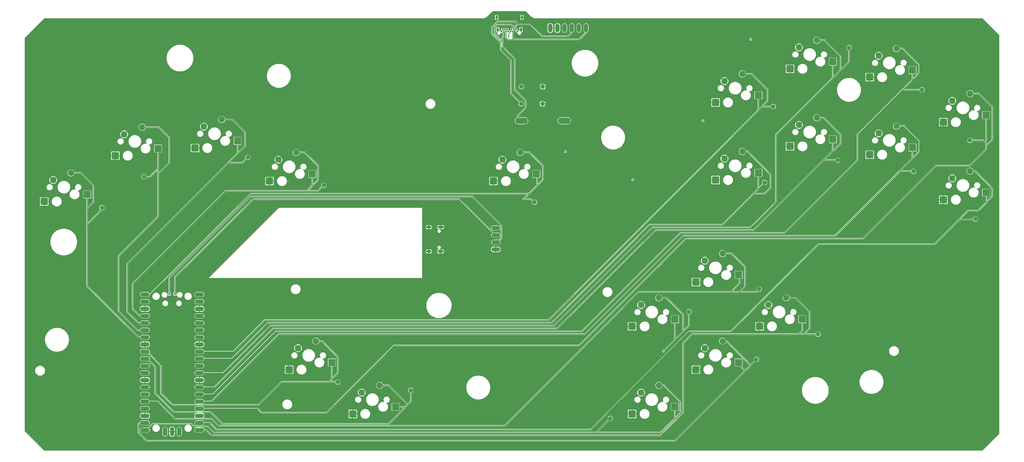
<source format=gbl>
%TF.GenerationSoftware,KiCad,Pcbnew,7.0.1*%
%TF.CreationDate,2023-04-12T17:14:02-06:00*%
%TF.ProjectId,OF1 v1,4f463120-7631-42e6-9b69-6361645f7063,rev?*%
%TF.SameCoordinates,Original*%
%TF.FileFunction,Copper,L2,Bot*%
%TF.FilePolarity,Positive*%
%FSLAX46Y46*%
G04 Gerber Fmt 4.6, Leading zero omitted, Abs format (unit mm)*
G04 Created by KiCad (PCBNEW 7.0.1) date 2023-04-12 17:14:02*
%MOMM*%
%LPD*%
G01*
G04 APERTURE LIST*
G04 Aperture macros list*
%AMOutline5P*
0 Free polygon, 5 corners , with rotation*
0 The origin of the aperture is its center*
0 number of corners: always 5*
0 $1 to $10 corner X, Y*
0 $11 Rotation angle, in degrees counterclockwise*
0 create outline with 5 corners*
4,1,5,$1,$2,$3,$4,$5,$6,$7,$8,$9,$10,$1,$2,$11*%
%AMOutline6P*
0 Free polygon, 6 corners , with rotation*
0 The origin of the aperture is its center*
0 number of corners: always 6*
0 $1 to $12 corner X, Y*
0 $13 Rotation angle, in degrees counterclockwise*
0 create outline with 6 corners*
4,1,6,$1,$2,$3,$4,$5,$6,$7,$8,$9,$10,$11,$12,$1,$2,$13*%
%AMOutline7P*
0 Free polygon, 7 corners , with rotation*
0 The origin of the aperture is its center*
0 number of corners: always 7*
0 $1 to $14 corner X, Y*
0 $15 Rotation angle, in degrees counterclockwise*
0 create outline with 7 corners*
4,1,7,$1,$2,$3,$4,$5,$6,$7,$8,$9,$10,$11,$12,$13,$14,$1,$2,$15*%
%AMOutline8P*
0 Free polygon, 8 corners , with rotation*
0 The origin of the aperture is its center*
0 number of corners: always 8*
0 $1 to $16 corner X, Y*
0 $17 Rotation angle, in degrees counterclockwise*
0 create outline with 8 corners*
4,1,8,$1,$2,$3,$4,$5,$6,$7,$8,$9,$10,$11,$12,$13,$14,$15,$16,$1,$2,$17*%
G04 Aperture macros list end*
%TA.AperFunction,ComponentPad*%
%ADD10O,3.048000X1.524000*%
%TD*%
%TA.AperFunction,ComponentPad*%
%ADD11C,2.247900*%
%TD*%
%TA.AperFunction,SMDPad,CuDef*%
%ADD12R,2.550000X2.500000*%
%TD*%
%TA.AperFunction,ComponentPad*%
%ADD13Outline8P,-0.762000X0.381000X-0.381000X0.762000X0.381000X0.762000X0.762000X0.381000X0.762000X-0.381000X0.381000X-0.762000X-0.381000X-0.762000X-0.762000X-0.381000X0.000000*%
%TD*%
%TA.AperFunction,ComponentPad*%
%ADD14O,4.495800X2.247900*%
%TD*%
%TA.AperFunction,ComponentPad*%
%ADD15C,0.650000*%
%TD*%
%TA.AperFunction,ComponentPad*%
%ADD16O,0.750000X1.500000*%
%TD*%
%TA.AperFunction,ComponentPad*%
%ADD17C,1.600000*%
%TD*%
%TA.AperFunction,ComponentPad*%
%ADD18O,1.600000X1.600000*%
%TD*%
%TA.AperFunction,ComponentPad*%
%ADD19O,3.200000X1.600000*%
%TD*%
%TA.AperFunction,ComponentPad*%
%ADD20O,1.600000X3.200000*%
%TD*%
%TA.AperFunction,ComponentPad*%
%ADD21R,0.800000X0.800000*%
%TD*%
%TA.AperFunction,ComponentPad*%
%ADD22O,2.100000X1.000000*%
%TD*%
%TA.AperFunction,ComponentPad*%
%ADD23O,1.800000X1.000000*%
%TD*%
%TA.AperFunction,ComponentPad*%
%ADD24O,1.524000X3.048000*%
%TD*%
%TA.AperFunction,ViaPad*%
%ADD25C,0.552400*%
%TD*%
%TA.AperFunction,ViaPad*%
%ADD26C,0.502400*%
%TD*%
%TA.AperFunction,ViaPad*%
%ADD27C,0.457200*%
%TD*%
%TA.AperFunction,ViaPad*%
%ADD28C,0.800000*%
%TD*%
%TA.AperFunction,Conductor*%
%ADD29C,0.250000*%
%TD*%
G04 APERTURE END LIST*
D10*
%TO.P,J4,1,1*%
%TO.N,GND*%
X142745065Y-111563600D03*
%TO.P,J4,2,2*%
%TO.N,/D+*%
X142745065Y-109023600D03*
%TO.P,J4,3,3*%
%TO.N,/D-*%
X142745065Y-106483600D03*
%TO.P,J4,4,4*%
%TO.N,+5V*%
X142745065Y-103943600D03*
%TD*%
D11*
%TO.P,U$15,P$1,PIN2*%
%TO.N,GND*%
X279031100Y-70217600D03*
%TO.P,U$15,P$2,PIN1*%
%TO.N,/Z*%
X285381100Y-67677600D03*
D12*
%TO.P,U$15,P$3,PIN1*%
X291096100Y-75297600D03*
%TO.P,U$15,P$4,PIN2*%
%TO.N,GND*%
X275856100Y-77837600D03*
%TD*%
D13*
%TO.P,JP11,1,1*%
%TO.N,/X*%
X264501100Y-79753600D03*
%TD*%
D11*
%TO.P,U$11,P$1,PIN2*%
%TO.N,GND*%
X279031100Y-42607600D03*
%TO.P,U$11,P$2,PIN1*%
%TO.N,/LS*%
X285381100Y-40067600D03*
D12*
%TO.P,U$11,P$3,PIN1*%
X291096100Y-47687600D03*
%TO.P,U$11,P$4,PIN2*%
%TO.N,GND*%
X275856100Y-50227600D03*
%TD*%
D13*
%TO.P,JP10,1,1*%
%TO.N,/B*%
X238501100Y-87753600D03*
%TD*%
D11*
%TO.P,U$17,P$1,PIN2*%
%TO.N,GND*%
X217143100Y-115577600D03*
%TO.P,U$17,P$2,PIN1*%
%TO.N,/C_UP*%
X223493100Y-113037600D03*
D12*
%TO.P,U$17,P$3,PIN1*%
X229208100Y-120657600D03*
%TO.P,U$17,P$4,PIN2*%
%TO.N,GND*%
X213968100Y-123197600D03*
%TD*%
D13*
%TO.P,JP5,1,1*%
%TO.N,/RIGHT*%
X81501100Y-88753600D03*
%TD*%
D11*
%TO.P,U$6,P$1,PIN2*%
%TO.N,GND*%
X72323100Y-146762600D03*
%TO.P,U$6,P$2,PIN1*%
%TO.N,/M1*%
X78673100Y-144222600D03*
D12*
%TO.P,U$6,P$3,PIN1*%
X84388100Y-151842600D03*
%TO.P,U$6,P$4,PIN2*%
%TO.N,GND*%
X69148100Y-154382600D03*
%TD*%
D14*
%TO.P,D1,A,A*%
%TO.N,V+*%
X151881100Y-65753600D03*
%TO.P,D1,C,C*%
%TO.N,VCC*%
X167121100Y-65753600D03*
%TD*%
D11*
%TO.P,U$20,P$1,PIN2*%
%TO.N,GND*%
X217143100Y-146762600D03*
%TO.P,U$20,P$2,PIN1*%
%TO.N,/A*%
X223493100Y-144222600D03*
D12*
%TO.P,U$20,P$3,PIN1*%
X229208100Y-151842600D03*
%TO.P,U$20,P$4,PIN2*%
%TO.N,GND*%
X213968100Y-154382600D03*
%TD*%
D13*
%TO.P,JP18,1,1*%
%TO.N,/C_LT*%
X211501100Y-133753600D03*
%TD*%
D11*
%TO.P,U$10,P$1,PIN2*%
%TO.N,GND*%
X250676100Y-39632600D03*
%TO.P,U$10,P$2,PIN1*%
%TO.N,/Y*%
X257026100Y-37092600D03*
D12*
%TO.P,U$10,P$3,PIN1*%
X262741100Y-44712600D03*
%TO.P,U$10,P$4,PIN2*%
%TO.N,GND*%
X247501100Y-47252600D03*
%TD*%
D13*
%TO.P,JP6,1,1*%
%TO.N,/M1*%
X86501100Y-158753600D03*
%TD*%
%TO.P,JP14,1,1*%
%TO.N,/MS*%
X311501100Y-72753600D03*
%TD*%
%TO.P,JP4,1,1*%
%TO.N,/DOWN*%
X54501100Y-78753600D03*
%TD*%
D11*
%TO.P,U$13,P$1,PIN2*%
%TO.N,GND*%
X224158100Y-79237600D03*
%TO.P,U$13,P$2,PIN1*%
%TO.N,/B*%
X230508100Y-76697600D03*
D12*
%TO.P,U$13,P$3,PIN1*%
X236223100Y-84317600D03*
%TO.P,U$13,P$4,PIN2*%
%TO.N,GND*%
X220983100Y-86857600D03*
%TD*%
D13*
%TO.P,JP9,1,1*%
%TO.N,/R*%
X241501100Y-60753600D03*
%TD*%
D15*
%TO.P,J2,B1,GNDB*%
%TO.N,GND*%
X144768981Y-33943600D03*
%TO.P,J2,B2,TX2+*%
%TO.N,V+*%
X145168981Y-33243600D03*
%TO.P,J2,B3,TX2-*%
%TO.N,unconnected-(J2-PadB3)*%
X145968981Y-33243600D03*
%TO.P,J2,B4,B_VBUS*%
%TO.N,+5V*%
X146368981Y-33943600D03*
%TO.P,J2,B5,CC2*%
%TO.N,Net-(J2-PadB5)*%
X146768981Y-33243600D03*
%TO.P,J2,B6,DB+*%
%TO.N,/D+*%
X147168981Y-33943600D03*
%TO.P,J2,B7,DB-*%
%TO.N,/D-*%
X147968981Y-33943600D03*
%TO.P,J2,B8,SBU2*%
%TO.N,unconnected-(J2-PadB8)*%
X148368981Y-33243600D03*
%TO.P,J2,B9,B_VBUS*%
%TO.N,+5V*%
X148768981Y-33943600D03*
%TO.P,J2,B10,RX1-*%
%TO.N,unconnected-(J2-PadB10)*%
X149168981Y-33243600D03*
%TO.P,J2,B11,RX1+*%
%TO.N,/DATA*%
X149968981Y-33243600D03*
%TO.P,J2,B12,GNDB*%
%TO.N,GND*%
X150368981Y-33943600D03*
D16*
%TO.P,J2,SHIELD1,SHIELD*%
X151698981Y-33343600D03*
%TO.P,J2,SHIELD2,SHIELD*%
X143438981Y-33343600D03*
%TO.P,J2,SHIELD3,SHIELD*%
X152058981Y-28953600D03*
%TO.P,J2,SHIELD4,SHIELD*%
X143078981Y-28953600D03*
%TD*%
D11*
%TO.P,U$1,P$1,PIN2*%
%TO.N,GND*%
X-14843900Y-86877600D03*
%TO.P,U$1,P$2,PIN1*%
%TO.N,/L*%
X-8493900Y-84337600D03*
D12*
%TO.P,U$1,P$3,PIN1*%
X-2778900Y-91957600D03*
%TO.P,U$1,P$4,PIN2*%
%TO.N,GND*%
X-18018900Y-94497600D03*
%TD*%
D11*
%TO.P,U$21,P$1,PIN2*%
%TO.N,GND*%
X194456100Y-162532600D03*
%TO.P,U$21,P$2,PIN1*%
%TO.N,/C_DN*%
X200806100Y-159992600D03*
D12*
%TO.P,U$21,P$3,PIN1*%
X206521100Y-167612600D03*
%TO.P,U$21,P$4,PIN2*%
%TO.N,GND*%
X191281100Y-170152600D03*
%TD*%
D13*
%TO.P,JP16,1,1*%
%TO.N,/Z*%
X291501100Y-83753600D03*
%TD*%
D11*
%TO.P,U$2,P$1,PIN2*%
%TO.N,GND*%
X10436100Y-70574600D03*
%TO.P,U$2,P$2,PIN1*%
%TO.N,/LEFT*%
X16786100Y-68034600D03*
D12*
%TO.P,U$2,P$3,PIN1*%
X22501100Y-75654600D03*
%TO.P,U$2,P$4,PIN2*%
%TO.N,GND*%
X7261100Y-78194600D03*
%TD*%
D11*
%TO.P,U$4,P$1,PIN2*%
%TO.N,GND*%
X38792100Y-67848600D03*
%TO.P,U$4,P$2,PIN1*%
%TO.N,/DOWN*%
X45142100Y-65308600D03*
D12*
%TO.P,U$4,P$3,PIN1*%
X50857100Y-72928600D03*
%TO.P,U$4,P$4,PIN2*%
%TO.N,GND*%
X35617100Y-75468600D03*
%TD*%
D13*
%TO.P,JP20,1,1*%
%TO.N,/A*%
X235501100Y-150753600D03*
%TD*%
D11*
%TO.P,U$7,P$1,PIN2*%
%TO.N,GND*%
X95011100Y-162531600D03*
%TO.P,U$7,P$2,PIN1*%
%TO.N,/M2*%
X101361100Y-159991600D03*
D12*
%TO.P,U$7,P$3,PIN1*%
X107076100Y-167611600D03*
%TO.P,U$7,P$4,PIN2*%
%TO.N,GND*%
X91836100Y-170151600D03*
%TD*%
D13*
%TO.P,JP13,1,1*%
%TO.N,/LS*%
X294501100Y-54753600D03*
%TD*%
D11*
%TO.P,U$19,P$1,PIN2*%
%TO.N,GND*%
X239800100Y-131347600D03*
%TO.P,U$19,P$2,PIN1*%
%TO.N,/C_RT*%
X246150100Y-128807600D03*
D12*
%TO.P,U$19,P$3,PIN1*%
X251865100Y-136427600D03*
%TO.P,U$19,P$4,PIN2*%
%TO.N,GND*%
X236625100Y-138967600D03*
%TD*%
D13*
%TO.P,JP17,1,1*%
%TO.N,/C_UP*%
X236501100Y-125753600D03*
%TD*%
%TO.P,JP12,1,1*%
%TO.N,/Y*%
X268501100Y-39753600D03*
%TD*%
D17*
%TO.P,R3,1*%
%TO.N,Net-(J2-PadB5)*%
X151781476Y-59692391D03*
D18*
%TO.P,R3,2*%
%TO.N,GND*%
X159401476Y-59692391D03*
%TD*%
D19*
%TO.P,J1,3V3,3V3*%
%TO.N,unconnected-(J1-Pad3V3)*%
X37191100Y-137783600D03*
%TO.P,J1,3V3_EN,3V3_EN*%
%TO.N,unconnected-(J1-Pad3V3_EN)*%
X37191100Y-135243600D03*
%TO.P,J1,ADC_VREF,ADC_VREF*%
%TO.N,unconnected-(J1-PadADC_VREF)*%
X37191100Y-140323600D03*
%TO.P,J1,AGND,AGND*%
%TO.N,GND*%
X37191100Y-145403600D03*
%TO.P,J1,GND@1,GND*%
X17811100Y-132703600D03*
%TO.P,J1,GND@2,GND*%
X17811100Y-145403600D03*
%TO.P,J1,GND@3,GND*%
X17811100Y-158103600D03*
%TO.P,J1,GND@4,GND*%
X17811100Y-170803600D03*
D20*
%TO.P,J1,GND@5,GND*%
X27501100Y-176453600D03*
D19*
%TO.P,J1,GND@6,GND*%
X37191100Y-170803600D03*
%TO.P,J1,GND@7,GND*%
X37191100Y-158103600D03*
%TO.P,J1,GND@8,GND*%
X37191100Y-132703600D03*
%TO.P,J1,GP0,GP0*%
%TO.N,/START*%
X17811100Y-127623600D03*
%TO.P,J1,GP1,GP1*%
%TO.N,unconnected-(J1-PadGP1)*%
X17811100Y-130163600D03*
%TO.P,J1,GP2,GP2*%
%TO.N,/RIGHT*%
X17811100Y-135243600D03*
%TO.P,J1,GP3,GP3*%
%TO.N,/DOWN*%
X17811100Y-137783600D03*
%TO.P,J1,GP4,GP4*%
%TO.N,/LEFT*%
X17811100Y-140323600D03*
%TO.P,J1,GP5,GP5*%
%TO.N,/L*%
X17811100Y-142863600D03*
%TO.P,J1,GP6,GP6*%
%TO.N,/M1*%
X17811100Y-147943600D03*
%TO.P,J1,GP7,GP7*%
%TO.N,/M2*%
X17811100Y-150483600D03*
%TO.P,J1,GP8,GP8*%
%TO.N,unconnected-(J1-PadGP8)*%
X17811100Y-153023600D03*
%TO.P,J1,GP9,GP9*%
%TO.N,unconnected-(J1-PadGP9)*%
X17811100Y-155563600D03*
%TO.P,J1,GP10,GP10*%
%TO.N,unconnected-(J1-PadGP10)*%
X17811100Y-160643600D03*
%TO.P,J1,GP11,GP11*%
%TO.N,unconnected-(J1-PadGP11)*%
X17811100Y-163183600D03*
%TO.P,J1,GP12,GP12*%
%TO.N,/C_UP*%
X17811100Y-165723600D03*
%TO.P,J1,GP13,GP13*%
%TO.N,/C_LT*%
X17811100Y-168263600D03*
%TO.P,J1,GP14,GP14*%
%TO.N,/A*%
X17811100Y-173343600D03*
%TO.P,J1,GP15,GP15*%
%TO.N,/C_DN*%
X17811100Y-175883600D03*
%TO.P,J1,GP16,GP16*%
%TO.N,/C_RT*%
X37191100Y-175883600D03*
%TO.P,J1,GP17,GP17*%
%TO.N,/UP*%
X37191100Y-173343600D03*
%TO.P,J1,GP18,GP18*%
%TO.N,/MS*%
X37191100Y-168263600D03*
%TO.P,J1,GP19,GP19*%
%TO.N,/Z*%
X37191100Y-165723600D03*
%TO.P,J1,GP20,GP20*%
%TO.N,/LS*%
X37191100Y-163183600D03*
%TO.P,J1,GP21,GP21*%
%TO.N,/X*%
X37191100Y-160643600D03*
%TO.P,J1,GP22,GP22*%
%TO.N,/Y*%
X37191100Y-155563600D03*
%TO.P,J1,GP26_A0,GP26_A0*%
%TO.N,/B*%
X37191100Y-150483600D03*
%TO.P,J1,GP27_A1,GP27_A1*%
%TO.N,/R*%
X37191100Y-147943600D03*
%TO.P,J1,GP28_A2,GP28_A2*%
%TO.N,/DATA*%
X37191100Y-142863600D03*
%TO.P,J1,RUN,RUN*%
%TO.N,unconnected-(J1-PadRUN)*%
X37191100Y-153023600D03*
D20*
%TO.P,J1,SWCLK,SWCLK*%
%TO.N,unconnected-(J1-PadSWCLK)*%
X24961100Y-176453600D03*
%TO.P,J1,SWDIO,SWDIO*%
%TO.N,unconnected-(J1-PadSWDIO)*%
X30041100Y-176453600D03*
D21*
%TO.P,J1,TP2,D+*%
%TO.N,/D-*%
X28501100Y-127453600D03*
%TO.P,J1,TP3,D-*%
%TO.N,/D+*%
X26501100Y-127453600D03*
D19*
%TO.P,J1,VBUS,VBUS*%
%TO.N,+5V*%
X37191100Y-127623600D03*
%TO.P,J1,VSYS,VSYS*%
%TO.N,VCC*%
X37191100Y-130163600D03*
%TD*%
D13*
%TO.P,JP15,1,1*%
%TO.N,/UP*%
X313501100Y-100753600D03*
%TD*%
D11*
%TO.P,U$5,P$1,PIN2*%
%TO.N,GND*%
X65364100Y-79611600D03*
%TO.P,U$5,P$2,PIN1*%
%TO.N,/RIGHT*%
X71714100Y-77071600D03*
D12*
%TO.P,U$5,P$3,PIN1*%
X77429100Y-84691600D03*
%TO.P,U$5,P$4,PIN2*%
%TO.N,GND*%
X62189100Y-87231600D03*
%TD*%
D11*
%TO.P,U$18,P$1,PIN2*%
%TO.N,GND*%
X194456100Y-131347600D03*
%TO.P,U$18,P$2,PIN1*%
%TO.N,/C_LT*%
X200806100Y-128807600D03*
D12*
%TO.P,U$18,P$3,PIN1*%
X206521100Y-136427600D03*
%TO.P,U$18,P$4,PIN2*%
%TO.N,GND*%
X191281100Y-138967600D03*
%TD*%
D11*
%TO.P,U$16,P$1,PIN2*%
%TO.N,GND*%
X305254100Y-86253600D03*
%TO.P,U$16,P$2,PIN1*%
%TO.N,/UP*%
X311604100Y-83713600D03*
D12*
%TO.P,U$16,P$3,PIN1*%
X317319100Y-91333600D03*
%TO.P,U$16,P$4,PIN2*%
%TO.N,GND*%
X302079100Y-93873600D03*
%TD*%
D13*
%TO.P,JP7,1,1*%
%TO.N,/M2*%
X112501100Y-161753600D03*
%TD*%
D22*
%TO.P,J5,SHIELD1,SHIELD*%
%TO.N,GND*%
X123079393Y-103651075D03*
D23*
%TO.P,J5,SHIELD2,SHIELD*%
X118899393Y-103651075D03*
D22*
%TO.P,J5,SHIELD3,SHIELD*%
X123079393Y-112291075D03*
D23*
%TO.P,J5,SHIELD4,SHIELD*%
X118899393Y-112291075D03*
%TD*%
D13*
%TO.P,JP2,1,1*%
%TO.N,/L*%
X2501100Y-96753600D03*
%TD*%
%TO.P,JP8,1,1*%
%TO.N,/START*%
X156501100Y-94753600D03*
%TD*%
D11*
%TO.P,U$12,P$1,PIN2*%
%TO.N,GND*%
X305254100Y-58643600D03*
%TO.P,U$12,P$2,PIN1*%
%TO.N,/MS*%
X311604100Y-56103600D03*
D12*
%TO.P,U$12,P$3,PIN1*%
X317319100Y-63723600D03*
%TO.P,U$12,P$4,PIN2*%
%TO.N,GND*%
X302079100Y-66263600D03*
%TD*%
D11*
%TO.P,U$9,P$1,PIN2*%
%TO.N,GND*%
X224158100Y-51628600D03*
%TO.P,U$9,P$2,PIN1*%
%TO.N,/R*%
X230508100Y-49088600D03*
D12*
%TO.P,U$9,P$3,PIN1*%
X236223100Y-56708600D03*
%TO.P,U$9,P$4,PIN2*%
%TO.N,GND*%
X220983100Y-59248600D03*
%TD*%
D13*
%TO.P,JP21,1,1*%
%TO.N,/C_DN*%
X183501100Y-171753600D03*
%TD*%
D11*
%TO.P,U$14,P$1,PIN2*%
%TO.N,GND*%
X250676100Y-67242600D03*
%TO.P,U$14,P$2,PIN1*%
%TO.N,/X*%
X257026100Y-64702600D03*
D12*
%TO.P,U$14,P$3,PIN1*%
X262741100Y-72322600D03*
%TO.P,U$14,P$4,PIN2*%
%TO.N,GND*%
X247501100Y-74862600D03*
%TD*%
D13*
%TO.P,JP19,1,1*%
%TO.N,/C_RT*%
X257501100Y-141753600D03*
%TD*%
D24*
%TO.P,J3,1,1*%
%TO.N,GND*%
X162151100Y-32753600D03*
%TO.P,J3,2,2*%
X164691100Y-32753600D03*
%TO.P,J3,3,3*%
%TO.N,VCC*%
X167231100Y-32753600D03*
%TO.P,J3,4,4*%
%TO.N,/DATA*%
X169771100Y-32753600D03*
%TO.P,J3,5,5*%
%TO.N,V+*%
X172311100Y-32753600D03*
%TO.P,J3,6,6*%
%TO.N,+5V*%
X174851100Y-32753600D03*
%TD*%
D17*
%TO.P,R1,1*%
%TO.N,Net-(J2-PadA5)*%
X151826963Y-53595091D03*
D18*
%TO.P,R1,2*%
%TO.N,GND*%
X159446963Y-53595091D03*
%TD*%
D13*
%TO.P,JP3,1,1*%
%TO.N,/LEFT*%
X17501100Y-85753600D03*
%TD*%
D11*
%TO.P,U$8,P$1,PIN2*%
%TO.N,GND*%
X145096100Y-79611600D03*
%TO.P,U$8,P$2,PIN1*%
%TO.N,/START*%
X151446100Y-77071600D03*
D12*
%TO.P,U$8,P$3,PIN1*%
X157161100Y-84691600D03*
%TO.P,U$8,P$4,PIN2*%
%TO.N,GND*%
X141921100Y-87231600D03*
%TD*%
D25*
%TO.N,*%
X167501100Y-76753600D03*
X216501100Y-65753600D03*
X233501100Y-36753600D03*
%TO.N,GND*%
X273501100Y-102753600D03*
X149501100Y-151753600D03*
D26*
X248501100Y-149753600D03*
D25*
X20501100Y-110753600D03*
X146271971Y-38412382D03*
X311501100Y-42753600D03*
D26*
X266501100Y-121753600D03*
D25*
X-22498900Y-128753600D03*
X134501100Y-103753600D03*
X29501100Y-60753600D03*
X41501100Y-145753600D03*
X303501100Y-49753600D03*
X317501100Y-97753600D03*
X235501100Y-72753600D03*
X184501100Y-56753600D03*
X263501100Y-62753600D03*
D26*
X150705187Y-32589207D03*
D25*
X237501100Y-93753600D03*
X200501100Y-72753600D03*
X241501100Y-112753600D03*
X152501100Y-42753600D03*
X312501100Y-35753600D03*
X158501100Y-39753600D03*
X248501100Y-80753600D03*
X501100Y-75753600D03*
D26*
X135501100Y-111753600D03*
D25*
X96501100Y-125753600D03*
X9501100Y-50753600D03*
X13501100Y-170753600D03*
X-19498900Y-115753600D03*
X189501100Y-174753600D03*
X277501100Y-55753600D03*
X49501100Y-137753600D03*
D26*
X303501100Y-137753600D03*
D25*
X-2498900Y-166753600D03*
X40501100Y-170753600D03*
X41501100Y-157753600D03*
X95501100Y-75753600D03*
X100501100Y-41753600D03*
X-11498900Y-175753600D03*
X53501100Y-38753600D03*
X-17498900Y-75753600D03*
X7501100Y-38753600D03*
X47501100Y-107753600D03*
X300501100Y-38753600D03*
X273501100Y-86753600D03*
X38501100Y-123753600D03*
X14501100Y-131753600D03*
X-18498900Y-99753600D03*
X8501100Y-59753600D03*
X216501100Y-93753600D03*
D26*
X265501100Y-172753600D03*
X280501100Y-133753600D03*
D25*
X162501100Y-49753600D03*
X-15498900Y-164753600D03*
X280501100Y-34753600D03*
D26*
X238501100Y-164753600D03*
D25*
X-9498900Y-61753600D03*
X149501100Y-37753600D03*
X171128412Y-35252982D03*
X199501100Y-146753600D03*
X146501100Y-111753600D03*
X235501100Y-121753600D03*
X159501100Y-33753600D03*
X34501100Y-96753600D03*
X121501100Y-167753600D03*
D26*
X287501100Y-120753600D03*
D25*
X85501100Y-170753600D03*
X291501100Y-62753600D03*
X202501100Y-53753600D03*
X-12498900Y-122753600D03*
D26*
X290501100Y-170753600D03*
D25*
X257501100Y-87753600D03*
X49501100Y-126753600D03*
X81501100Y-41753600D03*
X232501100Y-139753600D03*
X187501100Y-41753600D03*
D26*
X269501100Y-144753600D03*
D25*
X203501100Y-156753600D03*
D26*
X126501100Y-100753600D03*
D25*
X108501100Y-68753600D03*
D26*
X158501100Y-30753600D03*
X309501100Y-114753600D03*
D25*
X12501100Y-144753600D03*
X166501100Y-167753600D03*
X246501100Y-52753600D03*
X301501100Y-71753600D03*
X-17498900Y-50753600D03*
X112501100Y-151753600D03*
D26*
X223501100Y-175753600D03*
D25*
X245501100Y-99753600D03*
D26*
X119501100Y-115753600D03*
D25*
X215501100Y-161753600D03*
X182501100Y-152753600D03*
X4501100Y-173753600D03*
X-2498900Y-157753600D03*
X91501100Y-85753600D03*
D26*
X306501100Y-159753600D03*
D25*
X159501100Y-107753600D03*
X44501100Y-97753600D03*
X231501100Y-99753600D03*
X79501100Y-67753600D03*
X153501100Y-33753600D03*
X125501100Y-90753600D03*
X8501100Y-85753600D03*
D26*
X120501100Y-100753600D03*
D25*
X125501100Y-77753600D03*
X139501100Y-33753600D03*
X294501100Y-100753600D03*
X107501100Y-125753600D03*
X19501100Y-121753600D03*
X142501100Y-36753600D03*
X167501100Y-92753600D03*
X95501100Y-59753600D03*
X46501100Y-55753600D03*
X77501100Y-132753600D03*
X52501100Y-85753600D03*
X139501100Y-56753600D03*
X62501100Y-157753600D03*
D26*
X126501100Y-114753600D03*
D25*
X34501100Y-80753600D03*
X167501100Y-118753600D03*
X146501100Y-75753600D03*
X126501100Y-40753600D03*
X208501100Y-40753600D03*
X231501100Y-146753600D03*
X206501100Y-124753600D03*
X-4498900Y-134753600D03*
X-9498900Y-42753600D03*
X256501100Y-134753600D03*
X148501100Y-129753600D03*
X181501100Y-103753600D03*
X136501100Y-70753600D03*
X32501100Y-109753600D03*
X149501100Y-99753600D03*
X109501100Y-86753600D03*
X40501100Y-132753600D03*
X92501100Y-149753600D03*
X286501100Y-89753600D03*
%TO.N,/C_LT*%
X202501100Y-147753600D03*
%TO.N,/M2*%
X191501100Y-86753600D03*
D27*
%TO.N,/DATA*%
X144320628Y-36764479D03*
%TO.N,/D-*%
X147326196Y-36001204D03*
D28*
%TO.N,Net-(J2-PadB5)*%
X149860000Y-30480000D03*
%TD*%
D29*
%TO.N,Net-(J2-PadB5)*%
X148207500Y-44223435D02*
X148207500Y-54991612D01*
X151781476Y-59692391D02*
X148207500Y-56118415D01*
X148207500Y-56118415D02*
X148207500Y-54991612D01*
%TO.N,V+*%
X149501100Y-43705144D02*
X149501100Y-54750949D01*
X150664764Y-63775143D02*
X153440053Y-60999854D01*
X151881100Y-65753600D02*
X150664764Y-64537264D01*
X150664764Y-64537264D02*
X150664764Y-63775143D01*
X153440053Y-60999854D02*
X153440053Y-58689902D01*
X153440053Y-58689902D02*
X149501100Y-54750949D01*
X145501100Y-33658194D02*
X145501100Y-35753600D01*
X145127793Y-39331838D02*
X149501100Y-43705144D01*
X145501100Y-35753600D02*
X145127793Y-36126907D01*
X145127793Y-36126907D02*
X145127793Y-39331838D01*
X145168981Y-33326075D02*
X145501100Y-33658194D01*
X145168981Y-33243600D02*
X145168981Y-33326075D01*
%TO.N,Net-(J2-PadB5)*%
X141355642Y-34725003D02*
X143493260Y-36862621D01*
X141355642Y-32511043D02*
X141355642Y-34725003D01*
X149860000Y-30480000D02*
X143386685Y-30480000D01*
X143386685Y-30480000D02*
X141355642Y-32511043D01*
X143493260Y-36862621D02*
X144536621Y-37905982D01*
X144536621Y-40552556D02*
X148207500Y-44223435D01*
X144536621Y-37905982D02*
X144536621Y-40552556D01*
%TO.N,+5V*%
X172451353Y-36803347D02*
X174851100Y-34403600D01*
X148768981Y-33943600D02*
X148768981Y-36535466D01*
X146368981Y-33943600D02*
X146368981Y-36137197D01*
X148768981Y-36535466D02*
X148501100Y-36803347D01*
X148501100Y-36803347D02*
X172451353Y-36803347D01*
X147035131Y-36803347D02*
X148501100Y-36803347D01*
X146368981Y-36137197D02*
X147035131Y-36803347D01*
X174851100Y-34403600D02*
X174851100Y-32753600D01*
%TO.N,/START*%
X152501100Y-93753600D02*
X154501100Y-91753600D01*
X55501100Y-91753600D02*
X19631100Y-127623600D01*
X157501100Y-85031600D02*
X157161100Y-84691600D01*
X159501100Y-81753600D02*
X154819100Y-77071600D01*
X154819100Y-77071600D02*
X151446100Y-77071600D01*
X159501100Y-86753600D02*
X159501100Y-81753600D01*
X154501100Y-91753600D02*
X55501100Y-91753600D01*
X156501100Y-94753600D02*
X155501100Y-93753600D01*
X157501100Y-88753600D02*
X159501100Y-86753600D01*
X155501100Y-93753600D02*
X152501100Y-93753600D01*
X18611100Y-127623600D02*
X19631100Y-127623600D01*
X157501100Y-88753600D02*
X157501100Y-85031600D01*
X154501100Y-91753600D02*
X157501100Y-88753600D01*
%TO.N,/RIGHT*%
X81501100Y-88753600D02*
X79501100Y-90753600D01*
X77501100Y-88753600D02*
X79501100Y-86753600D01*
X79501100Y-81753600D02*
X74819100Y-77071600D01*
X15974813Y-135243600D02*
X18611100Y-135243600D01*
X77501100Y-84763600D02*
X77501100Y-88753600D01*
X75501100Y-90753600D02*
X46501100Y-90753600D01*
X13501100Y-132769888D02*
X15974813Y-135243600D01*
X79501100Y-86753600D02*
X79501100Y-81753600D01*
X13501100Y-123753600D02*
X13501100Y-132769888D01*
X75501100Y-90753600D02*
X77501100Y-88753600D01*
X74819100Y-77071600D02*
X71714100Y-77071600D01*
X77501100Y-84763600D02*
X77429100Y-84691600D01*
X46501100Y-90753600D02*
X13501100Y-123753600D01*
X79501100Y-90753600D02*
X75501100Y-90753600D01*
%TO.N,/DOWN*%
X49056100Y-65308600D02*
X45142100Y-65308600D01*
X53501100Y-74753600D02*
X53501100Y-69753600D01*
X53501100Y-69753600D02*
X49056100Y-65308600D01*
X50857100Y-72928600D02*
X50857100Y-77397600D01*
X47501100Y-80753600D02*
X11501100Y-116753600D01*
X11501100Y-116753600D02*
X11501100Y-133753600D01*
X15531100Y-137783600D02*
X18611100Y-137783600D01*
X11501100Y-133753600D02*
X15531100Y-137783600D01*
X50857100Y-77397600D02*
X47501100Y-80753600D01*
X52501100Y-80753600D02*
X47501100Y-80753600D01*
X50857100Y-77397600D02*
X53501100Y-74753600D01*
X54501100Y-78753600D02*
X52501100Y-80753600D01*
%TO.N,/LEFT*%
X8501100Y-113753600D02*
X8501100Y-133753600D01*
X19501100Y-85753600D02*
X17501100Y-85753600D01*
X22782100Y-68034600D02*
X26501100Y-71753600D01*
X15079054Y-140331553D02*
X18603147Y-140331553D01*
X26501100Y-80753600D02*
X22501100Y-84753600D01*
X8501100Y-113753600D02*
X22501100Y-99753600D01*
X26501100Y-71753600D02*
X26501100Y-80753600D01*
X22501100Y-99753600D02*
X22501100Y-84753600D01*
X8501100Y-133753600D02*
X15079054Y-140331553D01*
X22501100Y-82753600D02*
X22501100Y-75654600D01*
X22501100Y-82753600D02*
X19501100Y-85753600D01*
X18603147Y-140331553D02*
X18611100Y-140323600D01*
X22501100Y-84753600D02*
X22501100Y-82753600D01*
X16786100Y-68034600D02*
X22782100Y-68034600D01*
%TO.N,/L*%
X-2778900Y-91957600D02*
X-2778900Y-97033600D01*
X-498900Y-88753600D02*
X-4914900Y-84337600D01*
X-2778900Y-100753600D02*
X-2778900Y-102753600D01*
X-2778900Y-124473600D02*
X15611100Y-142863600D01*
X2501100Y-97473600D02*
X-2778900Y-102753600D01*
X15611100Y-142863600D02*
X18611100Y-142863600D01*
X-2778900Y-102753600D02*
X-2778900Y-124473600D01*
X-2778900Y-97033600D02*
X-498900Y-94753600D01*
X-498900Y-94753600D02*
X-498900Y-88753600D01*
X2501100Y-96753600D02*
X2501100Y-97473600D01*
X-2778900Y-100753600D02*
X-2778900Y-97033600D01*
X-4914900Y-84337600D02*
X-8493900Y-84337600D01*
%TO.N,/M1*%
X86501100Y-155640600D02*
X86501100Y-149753600D01*
X66501100Y-158753600D02*
X58273166Y-166981534D01*
X23501100Y-162753600D02*
X23501100Y-152833600D01*
X84388100Y-151842600D02*
X84388100Y-157753600D01*
X80970100Y-144222600D02*
X78673100Y-144222600D01*
X84388100Y-157866600D02*
X83501100Y-158753600D01*
X27729035Y-166981534D02*
X23501100Y-162753600D01*
X83501100Y-158753600D02*
X66501100Y-158753600D01*
X23501100Y-152833600D02*
X18611100Y-147943600D01*
X58273166Y-166981534D02*
X27729035Y-166981534D01*
X84388100Y-157753600D02*
X84388100Y-157866600D01*
X86501100Y-149753600D02*
X80970100Y-144222600D01*
X84388100Y-157753600D02*
X86501100Y-155640600D01*
X86501100Y-158753600D02*
X83501100Y-158753600D01*
%TO.N,/C_UP*%
X145828100Y-174426600D02*
X193501100Y-126753600D01*
X226785100Y-113037600D02*
X231501100Y-117753600D01*
X229501100Y-126753600D02*
X231501100Y-124753600D01*
X229501100Y-120950600D02*
X229208100Y-120657600D01*
X18611100Y-165723600D02*
X22471100Y-165723600D01*
X145828100Y-174426600D02*
X44174100Y-174426600D01*
X226501100Y-126753600D02*
X229501100Y-123753600D01*
X28717532Y-171970031D02*
X22471100Y-165723600D01*
X229501100Y-126753600D02*
X226501100Y-126753600D01*
X229501100Y-123753600D02*
X229501100Y-120950600D01*
X223493100Y-113037600D02*
X226785100Y-113037600D01*
X44174100Y-174426600D02*
X41717532Y-171970031D01*
X235501100Y-126753600D02*
X229501100Y-126753600D01*
X236501100Y-125753600D02*
X235501100Y-126753600D01*
X231501100Y-117753600D02*
X231501100Y-124753600D01*
X41717532Y-171970031D02*
X28717532Y-171970031D01*
X193501100Y-126753600D02*
X226501100Y-126753600D01*
%TO.N,/C_LT*%
X211501100Y-133753600D02*
X211501100Y-138753600D01*
X203555100Y-128807600D02*
X200806100Y-128807600D01*
X209501100Y-134753600D02*
X203555100Y-128807600D01*
X206521100Y-136427600D02*
X206521100Y-143733600D01*
X211501100Y-138753600D02*
X209501100Y-140753600D01*
X209501100Y-140753600D02*
X209501100Y-134753600D01*
X209501100Y-140753600D02*
X206521100Y-143733600D01*
X206521100Y-143733600D02*
X202501100Y-147753600D01*
%TO.N,/A*%
X206501100Y-179753600D02*
X18501100Y-179753600D01*
X229208100Y-152460600D02*
X229208100Y-151842600D01*
X233501100Y-152753600D02*
X224970100Y-144222600D01*
X18501100Y-179753600D02*
X15501100Y-176753600D01*
X231501100Y-154753600D02*
X229208100Y-152460600D01*
X15501100Y-176753600D02*
X15501100Y-173753600D01*
X233501100Y-152753600D02*
X231501100Y-154753600D01*
X235501100Y-150753600D02*
X233501100Y-152753600D01*
X224970100Y-144222600D02*
X223493100Y-144222600D01*
X231501100Y-154753600D02*
X206501100Y-179753600D01*
X15501100Y-173753600D02*
X15911100Y-173343600D01*
X15911100Y-173343600D02*
X18611100Y-173343600D01*
%TO.N,/C_DN*%
X20501100Y-173753600D02*
X34501100Y-173753600D01*
X183501100Y-171753600D02*
X178501100Y-176753600D01*
X178501100Y-176753600D02*
X201501100Y-176753600D01*
X206521100Y-167612600D02*
X206521100Y-171733600D01*
X42501100Y-176753600D02*
X178501100Y-176753600D01*
X40375079Y-174627578D02*
X42501100Y-176753600D01*
X18611100Y-175883600D02*
X18611100Y-175643600D01*
X20501100Y-173753600D02*
X18611100Y-175643600D01*
X202740100Y-159992600D02*
X200806100Y-159992600D01*
X208501100Y-165753600D02*
X202740100Y-159992600D01*
X206521100Y-171733600D02*
X208501100Y-169753600D01*
X34501100Y-173753600D02*
X35375079Y-174627578D01*
X35375079Y-174627578D02*
X40375079Y-174627578D01*
X201501100Y-176753600D02*
X206521100Y-171733600D01*
X208501100Y-169753600D02*
X208501100Y-165753600D01*
%TO.N,/C_RT*%
X251859096Y-136433604D02*
X251865100Y-136427600D01*
X251859096Y-140395603D02*
X251859096Y-136433604D01*
X252501100Y-141753600D02*
X254501100Y-139753600D01*
X209501100Y-144753600D02*
X209501100Y-169753600D01*
X249555100Y-128807600D02*
X246150100Y-128807600D01*
X209501100Y-169753600D02*
X201501100Y-177753600D01*
X257501100Y-141753600D02*
X252501100Y-141753600D01*
X39501100Y-175753600D02*
X36521100Y-175753600D01*
X41501100Y-177753600D02*
X39501100Y-175753600D01*
X250501100Y-141753600D02*
X212501100Y-141753600D01*
X252501100Y-141753600D02*
X250501100Y-141753600D01*
X36521100Y-175753600D02*
X36391100Y-175883600D01*
X212501100Y-141753600D02*
X209501100Y-144753600D01*
X201501100Y-177753600D02*
X41501100Y-177753600D01*
X254501100Y-133753600D02*
X249555100Y-128807600D01*
X250501100Y-141753600D02*
X251859096Y-140395603D01*
X251859096Y-140395603D02*
X251865100Y-140389600D01*
X254501100Y-139753600D02*
X254501100Y-133753600D01*
%TO.N,/UP*%
X317501100Y-91515600D02*
X317501100Y-94753600D01*
X307700100Y-100952600D02*
X310899100Y-97753600D01*
X317501100Y-94753600D02*
X319501100Y-92753600D01*
X43501100Y-175753600D02*
X176501100Y-175753600D01*
X313461100Y-83713600D02*
X311604100Y-83713600D01*
X319501100Y-92753600D02*
X319501100Y-89753600D01*
X257501100Y-109753600D02*
X226501100Y-140753600D01*
X314501100Y-97753600D02*
X317501100Y-94753600D01*
X313302100Y-100952600D02*
X307700100Y-100952600D01*
X211501100Y-140753600D02*
X176501100Y-175753600D01*
X36391100Y-173343600D02*
X41091100Y-173343600D01*
X313501100Y-100753600D02*
X313302100Y-100952600D01*
X41091100Y-173343600D02*
X43501100Y-175753600D01*
X310899100Y-97753600D02*
X314501100Y-97753600D01*
X307700100Y-100952600D02*
X298899100Y-109753600D01*
X319501100Y-89753600D02*
X313461100Y-83713600D01*
X226501100Y-140753600D02*
X211501100Y-140753600D01*
X298899100Y-109753600D02*
X257501100Y-109753600D01*
X36392266Y-173344765D02*
X36391100Y-173343600D01*
X317501100Y-91515600D02*
X317319100Y-91333600D01*
%TO.N,/MS*%
X317319100Y-74753600D02*
X317319100Y-75935600D01*
X317319100Y-63723600D02*
X317319100Y-73753600D01*
X58011100Y-168263600D02*
X59501100Y-169753600D01*
X273501100Y-107753600D02*
X210501100Y-107753600D01*
X36391100Y-168263600D02*
X58011100Y-168263600D01*
X311501100Y-72753600D02*
X316319100Y-72753600D01*
X311501100Y-81753600D02*
X299501100Y-81753600D01*
X317319100Y-74753600D02*
X319501100Y-72571600D01*
X316319100Y-72753600D02*
X317319100Y-73753600D01*
X172501100Y-145753600D02*
X210501100Y-107753600D01*
X106501100Y-145753600D02*
X172501100Y-145753600D01*
X319501100Y-60753600D02*
X314851100Y-56103600D01*
X317319100Y-73753600D02*
X317319100Y-74753600D01*
X299501100Y-81753600D02*
X273501100Y-107753600D01*
X59501100Y-169753600D02*
X82501100Y-169753600D01*
X314851100Y-56103600D02*
X311604100Y-56103600D01*
X319501100Y-72571600D02*
X319501100Y-60753600D01*
X82501100Y-169753600D02*
X106501100Y-145753600D01*
X317319100Y-75935600D02*
X311501100Y-81753600D01*
%TO.N,/Z*%
X288425100Y-67677600D02*
X285381100Y-67677600D01*
X293501100Y-72753600D02*
X288425100Y-67677600D01*
X36391100Y-165723600D02*
X41531100Y-165723600D01*
X209501100Y-106753600D02*
X263501100Y-106753600D01*
X293501100Y-72753600D02*
X293501100Y-76753600D01*
X41531100Y-165723600D02*
X65501100Y-141753600D01*
X263501100Y-106753600D02*
X286501100Y-83753600D01*
X293501100Y-76753600D02*
X291096100Y-79158600D01*
X286501100Y-83753600D02*
X291096100Y-79158600D01*
X65501100Y-141753600D02*
X174501100Y-141753600D01*
X174501100Y-141753600D02*
X209501100Y-106753600D01*
X291501100Y-83753600D02*
X286501100Y-83753600D01*
X291096100Y-75297600D02*
X291096100Y-79158600D01*
%TO.N,V+*%
X145168981Y-33243600D02*
X145164881Y-33247700D01*
X150501100Y-65753600D02*
X151881100Y-65753600D01*
%TO.N,/LS*%
X42071100Y-163183600D02*
X64501100Y-140753600D01*
X245501100Y-105753600D02*
X271501100Y-79753600D01*
X291096100Y-51158600D02*
X291096100Y-47687600D01*
X293501100Y-45753600D02*
X287815100Y-40067600D01*
X291096100Y-51158600D02*
X293501100Y-48753600D01*
X173501100Y-140753600D02*
X208501100Y-105753600D01*
X293501100Y-48753600D02*
X293501100Y-45753600D01*
X287815100Y-40067600D02*
X285381100Y-40067600D01*
X271501100Y-79753600D02*
X271501100Y-70753600D01*
X294501100Y-54753600D02*
X287501100Y-54753600D01*
X64501100Y-140753600D02*
X173501100Y-140753600D01*
X208501100Y-105753600D02*
X245501100Y-105753600D01*
X36391100Y-163183600D02*
X42071100Y-163183600D01*
X271501100Y-70753600D02*
X287501100Y-54753600D01*
X287501100Y-54753600D02*
X291096100Y-51158600D01*
%TO.N,/M2*%
X111501100Y-166753600D02*
X110501100Y-167753600D01*
X28231591Y-169484090D02*
X41231591Y-169484090D01*
X21501100Y-162753600D02*
X28231591Y-169484090D01*
X111501100Y-166753600D02*
X104739100Y-159991600D01*
X107218100Y-167753600D02*
X110501100Y-167753600D01*
X107218100Y-167753600D02*
X107076100Y-167611600D01*
X112501100Y-165753600D02*
X111501100Y-166753600D01*
X104739100Y-159991600D02*
X101361100Y-159991600D01*
X45501100Y-173753600D02*
X104501100Y-173753600D01*
X18611100Y-150483600D02*
X21501100Y-153373600D01*
X21501100Y-153373600D02*
X21501100Y-162753600D01*
X112501100Y-161753600D02*
X112501100Y-165753600D01*
X41231591Y-169484090D02*
X45501100Y-173753600D01*
X110501100Y-167753600D02*
X104501100Y-173753600D01*
%TO.N,/X*%
X262741100Y-72322600D02*
X262741100Y-76513600D01*
X199501100Y-104753600D02*
X234501100Y-104753600D01*
X264501100Y-79753600D02*
X259501100Y-79753600D01*
X262741100Y-76513600D02*
X265501100Y-73753600D01*
X234501100Y-104753600D02*
X259501100Y-79753600D01*
X265501100Y-73753600D02*
X265501100Y-70753600D01*
X63501100Y-139753600D02*
X164501100Y-139753600D01*
X265501100Y-70753600D02*
X259450100Y-64702600D01*
X259450100Y-64702600D02*
X257026100Y-64702600D01*
X164501100Y-139753600D02*
X199501100Y-104753600D01*
X36391100Y-160643600D02*
X42611100Y-160643600D01*
X42611100Y-160643600D02*
X63501100Y-139753600D01*
X259501100Y-79753600D02*
X262741100Y-76513600D01*
%TO.N,/Y*%
X45691100Y-155563600D02*
X36391100Y-155563600D01*
X163501100Y-138753600D02*
X62501100Y-138753600D01*
X265501100Y-47753600D02*
X265501100Y-42753600D01*
X262741100Y-50513600D02*
X262741100Y-44712600D01*
X265501100Y-42753600D02*
X259840100Y-37092600D01*
X268501100Y-44753600D02*
X265501100Y-47753600D01*
X259840100Y-37092600D02*
X257026100Y-37092600D01*
X268501100Y-39753600D02*
X268501100Y-44753600D01*
X233501100Y-103753600D02*
X198501100Y-103753600D01*
X265501100Y-47753600D02*
X262741100Y-50513600D01*
X198501100Y-103753600D02*
X163501100Y-138753600D01*
X262741100Y-50513600D02*
X242501100Y-70753600D01*
X242501100Y-94753600D02*
X233501100Y-103753600D01*
X242501100Y-70753600D02*
X242501100Y-94753600D01*
X62501100Y-138753600D02*
X45691100Y-155563600D01*
%TO.N,/B*%
X240501100Y-89753600D02*
X240501100Y-84753600D01*
X162501100Y-137753600D02*
X197501100Y-102753600D01*
X197501100Y-102753600D02*
X223501100Y-102753600D01*
X234501100Y-91753600D02*
X238501100Y-91753600D01*
X48771100Y-150483600D02*
X61501100Y-137753600D01*
X238501100Y-91753600D02*
X240501100Y-89753600D01*
X236223100Y-90031600D02*
X234501100Y-91753600D01*
X236223100Y-90031600D02*
X238501100Y-87753600D01*
X240501100Y-84753600D02*
X232445100Y-76697600D01*
X236223100Y-84317600D02*
X236223100Y-90031600D01*
X223501100Y-102753600D02*
X234501100Y-91753600D01*
X36391100Y-150483600D02*
X48771100Y-150483600D01*
X61501100Y-137753600D02*
X162501100Y-137753600D01*
X232445100Y-76697600D02*
X230508100Y-76697600D01*
%TO.N,/R*%
X236223100Y-56708600D02*
X236223100Y-62031600D01*
X237501100Y-60753600D02*
X239501100Y-58753600D01*
X239501100Y-54753600D02*
X233836100Y-49088600D01*
X239501100Y-58753600D02*
X239501100Y-54753600D01*
X60501100Y-136753600D02*
X49311100Y-147943600D01*
X49311100Y-147943600D02*
X36391100Y-147943600D01*
X236223100Y-62031600D02*
X161501100Y-136753600D01*
X237501100Y-60753600D02*
X236223100Y-62031600D01*
X241501100Y-60753600D02*
X237501100Y-60753600D01*
X161501100Y-136753600D02*
X60501100Y-136753600D01*
X233836100Y-49088600D02*
X230508100Y-49088600D01*
%TO.N,/DATA*%
X155188268Y-31440769D02*
X150384325Y-31440769D01*
X144320628Y-36764479D02*
X144320628Y-36745291D01*
X143238150Y-31566579D02*
X148275434Y-31566579D01*
X144320628Y-36745291D02*
X142428271Y-34852935D01*
X168501100Y-35753600D02*
X159501100Y-35753600D01*
X169771100Y-32753600D02*
X169501100Y-33023600D01*
X142428271Y-34852935D02*
X142428271Y-32376457D01*
X169501100Y-34753600D02*
X168501100Y-35753600D01*
X149952456Y-33243600D02*
X149968981Y-33243600D01*
X144331506Y-36753600D02*
X144320628Y-36764479D01*
X159501100Y-35753600D02*
X155188268Y-31440769D01*
X169501100Y-33023600D02*
X169501100Y-34753600D01*
X149266975Y-32558119D02*
X149952456Y-33243600D01*
X150384325Y-31440769D02*
X149266975Y-32558119D01*
X142428271Y-32376457D02*
X143238150Y-31566579D01*
X148275434Y-31566579D02*
X149266975Y-32558119D01*
%TO.N,/D-*%
X56201097Y-93753600D02*
X28501100Y-121453600D01*
X142745065Y-106483600D02*
X130015065Y-93753600D01*
X28501100Y-121453600D02*
X28501100Y-127453600D01*
X147315493Y-35990500D02*
X147326196Y-36001204D01*
X147968981Y-33943600D02*
X147315493Y-34597088D01*
X147315493Y-34597088D02*
X147315493Y-35990500D01*
X130015065Y-93753600D02*
X56201097Y-93753600D01*
%TO.N,Net-(J2-PadB5)*%
X149860000Y-30480000D02*
X149670973Y-30290973D01*
%TO.N,/D+*%
X26501100Y-121753600D02*
X26501100Y-127453600D01*
X144808175Y-107552575D02*
X143337150Y-109023600D01*
X144808175Y-103060675D02*
X134501100Y-92753600D01*
X142745065Y-109023600D02*
X143337150Y-109023600D01*
X55501100Y-92753600D02*
X26501100Y-121753600D01*
X144808175Y-107552575D02*
X144808175Y-103060675D01*
X134501100Y-92753600D02*
X55501100Y-92753600D01*
%TD*%
%TA.AperFunction,Conductor*%
%TO.N,GND*%
G36*
X148185197Y-31833431D02*
G01*
X149067429Y-32715662D01*
X149073522Y-32723086D01*
X149078789Y-32730968D01*
X149086887Y-32762156D01*
X149073865Y-32791630D01*
X149045354Y-32806644D01*
X149034695Y-32808251D01*
X149021408Y-32814649D01*
X149013957Y-32817515D01*
X148979071Y-32827759D01*
X148936411Y-32855174D01*
X148931184Y-32858098D01*
X148912339Y-32867174D01*
X148903348Y-32875516D01*
X148896515Y-32880814D01*
X148869609Y-32898106D01*
X148832825Y-32940556D01*
X148829124Y-32944385D01*
X148812786Y-32959545D01*
X148810723Y-32963119D01*
X148787933Y-32983505D01*
X148757494Y-32986411D01*
X148731258Y-32970703D01*
X148724686Y-32963119D01*
X148685545Y-32917947D01*
X148684270Y-32916414D01*
X148676571Y-32906760D01*
X148673419Y-32903952D01*
X148668355Y-32898108D01*
X148558888Y-32827758D01*
X148434041Y-32791100D01*
X148303921Y-32791100D01*
X148260116Y-32803962D01*
X148253615Y-32805400D01*
X148234692Y-32808252D01*
X148221408Y-32814649D01*
X148213957Y-32817515D01*
X148179071Y-32827759D01*
X148136411Y-32855174D01*
X148131184Y-32858098D01*
X148112339Y-32867174D01*
X148103348Y-32875516D01*
X148096515Y-32880814D01*
X148069609Y-32898106D01*
X148032825Y-32940556D01*
X148029124Y-32944385D01*
X148012786Y-32959545D01*
X148007965Y-32967895D01*
X148002565Y-32975478D01*
X147984399Y-32996443D01*
X147958555Y-33053032D01*
X147956419Y-33057174D01*
X147944885Y-33077153D01*
X147943347Y-33083890D01*
X147940149Y-33093337D01*
X147930345Y-33114806D01*
X147920509Y-33183216D01*
X147919780Y-33187143D01*
X147914666Y-33209553D01*
X147914971Y-33213627D01*
X147914609Y-33224253D01*
X147911828Y-33243600D01*
X147922847Y-33320239D01*
X147923209Y-33323550D01*
X147924815Y-33344979D01*
X147925245Y-33346075D01*
X147928131Y-33356994D01*
X147930346Y-33372395D01*
X147952883Y-33421745D01*
X147955930Y-33453653D01*
X147938601Y-33480617D01*
X147908311Y-33491100D01*
X147903921Y-33491100D01*
X147860116Y-33503962D01*
X147853615Y-33505400D01*
X147834692Y-33508252D01*
X147821408Y-33514649D01*
X147813957Y-33517515D01*
X147779071Y-33527759D01*
X147736411Y-33555174D01*
X147731184Y-33558098D01*
X147712339Y-33567174D01*
X147703348Y-33575516D01*
X147696515Y-33580814D01*
X147669609Y-33598106D01*
X147632825Y-33640556D01*
X147629124Y-33644385D01*
X147612786Y-33659545D01*
X147610723Y-33663119D01*
X147587933Y-33683505D01*
X147557494Y-33686411D01*
X147531258Y-33670703D01*
X147527516Y-33666385D01*
X147485545Y-33617947D01*
X147484270Y-33616414D01*
X147476571Y-33606760D01*
X147473419Y-33603952D01*
X147468355Y-33598108D01*
X147358888Y-33527758D01*
X147234041Y-33491100D01*
X147231150Y-33491100D01*
X147199653Y-33479636D01*
X147182894Y-33450607D01*
X147188716Y-33417598D01*
X147193076Y-33410046D01*
X147193077Y-33410045D01*
X147194613Y-33403309D01*
X147197809Y-33393867D01*
X147207616Y-33372395D01*
X147207616Y-33372393D01*
X147207617Y-33372392D01*
X147217452Y-33303980D01*
X147218179Y-33300061D01*
X147223296Y-33277646D01*
X147222990Y-33273576D01*
X147223353Y-33262939D01*
X147226134Y-33243599D01*
X147221824Y-33213627D01*
X147215111Y-33166944D01*
X147214751Y-33163642D01*
X147213147Y-33142222D01*
X147212715Y-33141121D01*
X147209829Y-33130204D01*
X147207616Y-33114805D01*
X147170975Y-33034574D01*
X147169938Y-33032128D01*
X147169089Y-33029965D01*
X147163533Y-33015806D01*
X147163531Y-33015804D01*
X147163076Y-33014643D01*
X147158389Y-33007011D01*
X147153563Y-32996445D01*
X147153563Y-32996444D01*
X147085545Y-32917947D01*
X147084270Y-32916414D01*
X147076571Y-32906760D01*
X147073419Y-32903952D01*
X147068355Y-32898108D01*
X146958888Y-32827758D01*
X146834041Y-32791100D01*
X146703921Y-32791100D01*
X146660116Y-32803962D01*
X146653615Y-32805400D01*
X146634692Y-32808252D01*
X146621408Y-32814649D01*
X146613957Y-32817515D01*
X146579071Y-32827759D01*
X146536411Y-32855174D01*
X146531184Y-32858098D01*
X146512339Y-32867174D01*
X146503348Y-32875516D01*
X146496515Y-32880814D01*
X146469609Y-32898106D01*
X146432825Y-32940556D01*
X146429124Y-32944385D01*
X146412786Y-32959545D01*
X146410723Y-32963119D01*
X146387933Y-32983505D01*
X146357494Y-32986411D01*
X146331258Y-32970703D01*
X146324686Y-32963119D01*
X146285545Y-32917947D01*
X146284270Y-32916414D01*
X146276571Y-32906760D01*
X146273419Y-32903952D01*
X146268355Y-32898108D01*
X146158888Y-32827758D01*
X146034041Y-32791100D01*
X145903921Y-32791100D01*
X145860116Y-32803962D01*
X145853615Y-32805400D01*
X145834692Y-32808252D01*
X145821408Y-32814649D01*
X145813957Y-32817515D01*
X145779071Y-32827759D01*
X145736411Y-32855174D01*
X145731184Y-32858098D01*
X145712339Y-32867174D01*
X145703348Y-32875516D01*
X145696515Y-32880814D01*
X145669609Y-32898106D01*
X145632825Y-32940556D01*
X145629124Y-32944385D01*
X145612786Y-32959545D01*
X145610723Y-32963119D01*
X145587933Y-32983505D01*
X145557494Y-32986411D01*
X145531258Y-32970703D01*
X145524686Y-32963119D01*
X145485545Y-32917947D01*
X145484270Y-32916414D01*
X145476571Y-32906760D01*
X145473419Y-32903952D01*
X145468355Y-32898108D01*
X145358888Y-32827758D01*
X145234041Y-32791100D01*
X145103921Y-32791100D01*
X145060116Y-32803962D01*
X145053615Y-32805400D01*
X145034692Y-32808252D01*
X145021408Y-32814649D01*
X145013957Y-32817515D01*
X144979071Y-32827759D01*
X144936411Y-32855174D01*
X144931184Y-32858098D01*
X144912339Y-32867174D01*
X144903348Y-32875516D01*
X144896515Y-32880814D01*
X144869609Y-32898106D01*
X144832825Y-32940556D01*
X144829124Y-32944385D01*
X144812786Y-32959545D01*
X144807965Y-32967895D01*
X144802565Y-32975478D01*
X144784399Y-32996443D01*
X144758555Y-33053032D01*
X144756419Y-33057174D01*
X144744885Y-33077153D01*
X144743347Y-33083890D01*
X144740149Y-33093337D01*
X144730345Y-33114806D01*
X144720509Y-33183216D01*
X144719780Y-33187143D01*
X144714666Y-33209553D01*
X144714971Y-33213627D01*
X144714609Y-33224253D01*
X144711828Y-33243600D01*
X144722771Y-33319709D01*
X144719688Y-33345074D01*
X144704254Y-33365438D01*
X144680667Y-33375264D01*
X144618873Y-33383400D01*
X144479000Y-33441337D01*
X144458910Y-33456751D01*
X144458910Y-33456752D01*
X145234248Y-34232090D01*
X145248600Y-34266738D01*
X145248600Y-35628715D01*
X145244870Y-35647467D01*
X145234248Y-35663363D01*
X144970248Y-35927361D01*
X144962825Y-35933454D01*
X144945749Y-35944864D01*
X144892623Y-36024374D01*
X144886530Y-36031798D01*
X144885995Y-36032332D01*
X144887042Y-36042967D01*
X144870344Y-36126906D01*
X144874351Y-36147046D01*
X144875293Y-36156606D01*
X144875293Y-37816822D01*
X144862600Y-37849728D01*
X144831096Y-37865586D01*
X144797104Y-37856179D01*
X144778235Y-37826381D01*
X144774471Y-37807462D01*
X144774471Y-37807461D01*
X144718664Y-37723939D01*
X144713834Y-37720712D01*
X144701588Y-37712529D01*
X144694163Y-37706435D01*
X144236560Y-37248832D01*
X144222811Y-37221849D01*
X144227549Y-37191938D01*
X144248963Y-37170524D01*
X144278871Y-37165787D01*
X144320628Y-37172401D01*
X144446683Y-37152436D01*
X144560399Y-37094495D01*
X144650644Y-37004250D01*
X144708585Y-36890534D01*
X144728550Y-36764479D01*
X144708585Y-36638424D01*
X144650644Y-36524708D01*
X144560399Y-36434463D01*
X144513528Y-36410581D01*
X144446684Y-36376522D01*
X144320626Y-36356556D01*
X144317966Y-36356978D01*
X144295160Y-36355182D01*
X144275655Y-36343229D01*
X142695123Y-34762698D01*
X142684501Y-34746801D01*
X142680771Y-34728050D01*
X142680771Y-33468600D01*
X142813981Y-33468600D01*
X142813981Y-33757914D01*
X142828806Y-33875267D01*
X142886936Y-34022087D01*
X142979756Y-34149842D01*
X143101427Y-34250498D01*
X143244309Y-34317733D01*
X143246370Y-34318126D01*
X143271658Y-34331427D01*
X143285227Y-34356572D01*
X143282464Y-34385010D01*
X143258294Y-34443361D01*
X143238515Y-34593599D01*
X143238515Y-34593600D01*
X143250854Y-34687325D01*
X143258294Y-34743836D01*
X143316284Y-34883835D01*
X143408529Y-35004051D01*
X143528745Y-35096296D01*
X143528748Y-35096298D01*
X143668745Y-35154287D01*
X143781261Y-35169100D01*
X143856700Y-35169100D01*
X143856701Y-35169100D01*
X143969217Y-35154287D01*
X144109214Y-35096298D01*
X144229432Y-35004051D01*
X144321679Y-34883833D01*
X144379668Y-34743836D01*
X144399447Y-34593600D01*
X144384312Y-34478639D01*
X144388946Y-34450573D01*
X144408393Y-34429810D01*
X144436098Y-34423350D01*
X144462723Y-34433371D01*
X144479000Y-34445861D01*
X144618875Y-34503799D01*
X144768981Y-34523561D01*
X144919086Y-34503799D01*
X145058960Y-34445861D01*
X145079050Y-34430446D01*
X144282133Y-33633529D01*
X144282132Y-33633529D01*
X144266718Y-33653619D01*
X144208781Y-33793492D01*
X144189019Y-33943600D01*
X144204118Y-34058288D01*
X144199484Y-34086356D01*
X144180037Y-34107119D01*
X144152332Y-34113579D01*
X144125708Y-34103558D01*
X144109214Y-34090902D01*
X144083334Y-34080182D01*
X144028058Y-34057285D01*
X144006868Y-34040399D01*
X143997891Y-34014834D01*
X144003872Y-33988408D01*
X144024708Y-33950508D01*
X144063981Y-33797554D01*
X144063981Y-33468600D01*
X142813981Y-33468600D01*
X142680771Y-33468600D01*
X142680771Y-33218600D01*
X142813981Y-33218600D01*
X143313981Y-33218600D01*
X143313981Y-32356175D01*
X143563981Y-32356175D01*
X143563981Y-33218600D01*
X144063981Y-33218600D01*
X144063981Y-32929286D01*
X144049155Y-32811932D01*
X143991025Y-32665112D01*
X143898205Y-32537357D01*
X143776534Y-32436701D01*
X143633650Y-32369465D01*
X143563981Y-32356175D01*
X143313981Y-32356175D01*
X143313981Y-32352051D01*
X143170753Y-32398589D01*
X143037426Y-32483201D01*
X142929325Y-32598317D01*
X142853253Y-32736691D01*
X142813981Y-32889646D01*
X142813981Y-33218600D01*
X142680771Y-33218600D01*
X142680771Y-32501342D01*
X142684501Y-32482590D01*
X142695123Y-32466694D01*
X143328387Y-31833431D01*
X143363035Y-31819079D01*
X148150549Y-31819079D01*
X148185197Y-31833431D01*
G37*
%TD.AperFunction*%
%TA.AperFunction,Conductor*%
G36*
X153504889Y-26793452D02*
G01*
X155481202Y-28769765D01*
X155483570Y-28772307D01*
X155485780Y-28774855D01*
X155486654Y-28775217D01*
X155486655Y-28775218D01*
X155488903Y-28776149D01*
X155492066Y-28777593D01*
X156472941Y-29268029D01*
X156477862Y-29271576D01*
X156481583Y-29273117D01*
X156488891Y-29276144D01*
X156488906Y-29276150D01*
X156492071Y-29277595D01*
X156495081Y-29279100D01*
X156496028Y-29279100D01*
X156498449Y-29279100D01*
X156501924Y-29279223D01*
X156502545Y-29279267D01*
X156509828Y-29279785D01*
X156509828Y-29279784D01*
X156513849Y-29280070D01*
X156519834Y-29279100D01*
X315970241Y-29279100D01*
X316004889Y-29293452D01*
X321961248Y-35249810D01*
X321971870Y-35265707D01*
X321975600Y-35284458D01*
X321975600Y-177222742D01*
X321971870Y-177241493D01*
X321961248Y-177257390D01*
X316004889Y-183213748D01*
X315970241Y-183228100D01*
X-17968041Y-183228100D01*
X-18002689Y-183213748D01*
X-24462837Y-176753600D01*
X15243651Y-176753600D01*
X15255090Y-176811100D01*
X15255090Y-176811101D01*
X15263249Y-176852119D01*
X15319057Y-176935643D01*
X15336130Y-176947051D01*
X15343556Y-176953145D01*
X18301551Y-179911139D01*
X18307645Y-179918564D01*
X18319057Y-179935643D01*
X18346771Y-179954160D01*
X18402578Y-179991450D01*
X18417884Y-179994494D01*
X18417885Y-179994494D01*
X18501100Y-180011048D01*
X18521239Y-180007042D01*
X18530799Y-180006100D01*
X206471401Y-180006100D01*
X206480961Y-180007042D01*
X206501099Y-180011048D01*
X206501099Y-180011047D01*
X206501100Y-180011048D01*
X206584314Y-179994494D01*
X206599621Y-179991450D01*
X206683143Y-179935643D01*
X206694556Y-179918559D01*
X206700642Y-179911145D01*
X224858188Y-161753599D01*
X251745526Y-161753599D01*
X251765812Y-162192392D01*
X251826499Y-162627439D01*
X251927064Y-163055017D01*
X252066659Y-163471512D01*
X252211175Y-163798809D01*
X252244085Y-163873342D01*
X252427092Y-164201903D01*
X252457831Y-164257090D01*
X252706071Y-164619476D01*
X252864906Y-164810753D01*
X252986688Y-164957409D01*
X253297291Y-165268012D01*
X253374886Y-165332446D01*
X253635223Y-165548628D01*
X253635226Y-165548630D01*
X253997613Y-165796871D01*
X254381358Y-166010615D01*
X254783189Y-166188041D01*
X255199675Y-166327633D01*
X255199678Y-166327633D01*
X255199682Y-166327635D01*
X255627260Y-166428200D01*
X255627264Y-166428200D01*
X255627266Y-166428201D01*
X256062311Y-166488888D01*
X256391349Y-166504100D01*
X256610845Y-166504100D01*
X256610851Y-166504100D01*
X256939889Y-166488888D01*
X257374934Y-166428201D01*
X257374937Y-166428200D01*
X257374939Y-166428200D01*
X257802517Y-166327635D01*
X257802518Y-166327634D01*
X257802525Y-166327633D01*
X258219011Y-166188041D01*
X258620842Y-166010615D01*
X259004587Y-165796871D01*
X259366974Y-165548630D01*
X259704909Y-165268012D01*
X260015512Y-164957409D01*
X260296130Y-164619474D01*
X260544371Y-164257087D01*
X260758115Y-163873342D01*
X260935541Y-163471511D01*
X261075133Y-163055025D01*
X261075135Y-163055017D01*
X261175700Y-162627439D01*
X261177486Y-162614635D01*
X261236388Y-162192389D01*
X261256674Y-161753600D01*
X261236388Y-161314811D01*
X261175701Y-160879766D01*
X261173756Y-160871498D01*
X261075135Y-160452182D01*
X261072847Y-160445356D01*
X260935541Y-160035689D01*
X260758115Y-159633858D01*
X260544371Y-159250113D01*
X260296130Y-158887726D01*
X260270140Y-158856428D01*
X260128213Y-158685512D01*
X260099365Y-158650772D01*
X272246874Y-158650772D01*
X272256809Y-159061844D01*
X272306373Y-159470038D01*
X272395102Y-159871543D01*
X272522167Y-160262610D01*
X272678160Y-160620712D01*
X272686386Y-160639594D01*
X272886214Y-160998955D01*
X273119800Y-161337363D01*
X273304116Y-161555828D01*
X273384953Y-161651642D01*
X273615238Y-161876428D01*
X273679200Y-161938862D01*
X273999795Y-162196345D01*
X273999797Y-162196346D01*
X273999798Y-162196347D01*
X274343748Y-162421685D01*
X274343755Y-162421688D01*
X274343754Y-162421688D01*
X274707830Y-162612771D01*
X274707836Y-162612773D01*
X274707841Y-162612776D01*
X275088676Y-162767834D01*
X275482700Y-162885413D01*
X275886231Y-162964414D01*
X276209717Y-162995781D01*
X276295501Y-163004100D01*
X276295504Y-163004100D01*
X276603825Y-163004100D01*
X276603830Y-163004100D01*
X276911812Y-162989203D01*
X277318689Y-162929790D01*
X277717933Y-162831385D01*
X278042192Y-162717294D01*
X278105807Y-162694911D01*
X278105808Y-162694910D01*
X278105815Y-162694908D01*
X278478715Y-162521631D01*
X278833150Y-162313173D01*
X279099279Y-162119818D01*
X279165811Y-162071481D01*
X279315506Y-161938862D01*
X279473593Y-161798809D01*
X279753622Y-161497706D01*
X280003282Y-161170982D01*
X280220244Y-160821687D01*
X280402481Y-160453084D01*
X280548292Y-160068612D01*
X280656315Y-159671863D01*
X280725542Y-159266540D01*
X280726736Y-159250109D01*
X280744456Y-159006100D01*
X280755326Y-158856428D01*
X280745391Y-158445356D01*
X280695827Y-158037162D01*
X280607098Y-157635657D01*
X280480033Y-157244590D01*
X280315817Y-156867612D01*
X280179122Y-156621787D01*
X280115985Y-156508244D01*
X279882399Y-156169836D01*
X279617248Y-155855559D01*
X279466479Y-155708391D01*
X279322998Y-155568336D01*
X279157876Y-155435720D01*
X279002404Y-155310854D01*
X278748050Y-155144215D01*
X278658452Y-155085515D01*
X278658447Y-155085512D01*
X278658445Y-155085511D01*
X278294369Y-154894428D01*
X278270673Y-154884780D01*
X277913524Y-154739366D01*
X277700556Y-154675815D01*
X277519499Y-154621786D01*
X277248100Y-154568654D01*
X277115969Y-154542786D01*
X276952259Y-154526911D01*
X276706699Y-154503100D01*
X276706696Y-154503100D01*
X276398370Y-154503100D01*
X276141718Y-154515514D01*
X276090387Y-154517997D01*
X275947535Y-154538856D01*
X275683511Y-154577410D01*
X275683508Y-154577410D01*
X275683506Y-154577411D01*
X275284264Y-154675815D01*
X274896392Y-154812288D01*
X274523486Y-154985568D01*
X274169045Y-155194030D01*
X273836388Y-155435718D01*
X273528607Y-155708390D01*
X273248576Y-156009496D01*
X272998918Y-156336216D01*
X272781956Y-156685512D01*
X272624941Y-157003100D01*
X272599719Y-157054116D01*
X272502351Y-157310854D01*
X272453908Y-157438588D01*
X272345885Y-157835335D01*
X272276656Y-158240666D01*
X272246874Y-158650766D01*
X272246874Y-158650772D01*
X260099365Y-158650772D01*
X260015512Y-158549791D01*
X259704909Y-158239188D01*
X259496524Y-158066147D01*
X259366976Y-157958571D01*
X259004590Y-157710331D01*
X259004589Y-157710330D01*
X259004587Y-157710329D01*
X258620842Y-157496585D01*
X258305945Y-157357544D01*
X258219012Y-157319159D01*
X257802517Y-157179564D01*
X257374939Y-157078999D01*
X256939892Y-157018312D01*
X256830209Y-157013241D01*
X256610851Y-157003100D01*
X256391349Y-157003100D01*
X256193926Y-157012227D01*
X256062307Y-157018312D01*
X255627260Y-157078999D01*
X255199682Y-157179564D01*
X254783187Y-157319159D01*
X254381364Y-157496582D01*
X254381360Y-157496583D01*
X254381358Y-157496585D01*
X254252540Y-157568336D01*
X253997609Y-157710331D01*
X253635223Y-157958571D01*
X253297288Y-158239190D01*
X252986690Y-158549788D01*
X252706071Y-158887723D01*
X252457831Y-159250109D01*
X252457829Y-159250113D01*
X252254794Y-159614633D01*
X252244082Y-159633864D01*
X252066659Y-160035687D01*
X251927064Y-160452182D01*
X251826499Y-160879760D01*
X251765812Y-161314807D01*
X251745526Y-161753599D01*
X224858188Y-161753599D01*
X231658645Y-154953142D01*
X231666060Y-154947056D01*
X231683143Y-154935643D01*
X231694556Y-154918560D01*
X231700642Y-154911145D01*
X233658645Y-152953142D01*
X233666060Y-152947056D01*
X233683143Y-152935643D01*
X233694556Y-152918560D01*
X233700642Y-152911145D01*
X234985409Y-151626378D01*
X235015254Y-151612263D01*
X235047280Y-151620286D01*
X235070350Y-151635702D01*
X235070352Y-151635703D01*
X235107541Y-151643100D01*
X235894652Y-151643100D01*
X235894654Y-151643100D01*
X235931848Y-151635702D01*
X235963378Y-151614634D01*
X236362136Y-151215875D01*
X236383203Y-151184348D01*
X236390600Y-151147159D01*
X236390600Y-150360046D01*
X236383202Y-150322852D01*
X236362135Y-150291324D01*
X236362133Y-150291320D01*
X235963375Y-149892564D01*
X235931849Y-149871497D01*
X235919451Y-149869031D01*
X235894659Y-149864100D01*
X235107546Y-149864100D01*
X235088948Y-149867799D01*
X235070350Y-149871498D01*
X235038820Y-149892566D01*
X234640064Y-150291324D01*
X234618997Y-150322850D01*
X234611600Y-150360043D01*
X234611600Y-151147152D01*
X234618998Y-151184349D01*
X234634413Y-151207419D01*
X234642435Y-151239445D01*
X234628319Y-151269290D01*
X233535747Y-152361862D01*
X233501099Y-152376214D01*
X233466451Y-152361862D01*
X228989371Y-147884782D01*
X282750600Y-147884782D01*
X282789704Y-148144215D01*
X282811903Y-148216184D01*
X282867037Y-148394926D01*
X282980868Y-148631298D01*
X282980871Y-148631303D01*
X282980872Y-148631304D01*
X283128667Y-148848079D01*
X283307119Y-149040405D01*
X283512243Y-149203986D01*
X283512245Y-149203987D01*
X283739453Y-149335166D01*
X283739454Y-149335166D01*
X283739457Y-149335168D01*
X283983684Y-149431020D01*
X284110894Y-149460055D01*
X284239467Y-149489402D01*
X284386571Y-149500425D01*
X284435606Y-149504100D01*
X284566593Y-149504100D01*
X284566594Y-149504100D01*
X284631972Y-149499200D01*
X284762732Y-149489402D01*
X284847992Y-149469941D01*
X285018516Y-149431020D01*
X285262743Y-149335168D01*
X285489957Y-149203986D01*
X285695081Y-149040405D01*
X285873533Y-148848079D01*
X286021328Y-148631304D01*
X286046971Y-148578056D01*
X286135162Y-148394926D01*
X286135163Y-148394923D01*
X286212496Y-148144215D01*
X286251600Y-147884782D01*
X286251600Y-147622418D01*
X286212496Y-147362985D01*
X286135163Y-147112277D01*
X286135162Y-147112273D01*
X286021331Y-146875901D01*
X286021328Y-146875896D01*
X285873533Y-146659121D01*
X285695081Y-146466795D01*
X285489957Y-146303214D01*
X285451251Y-146280867D01*
X285262746Y-146172033D01*
X285204763Y-146149276D01*
X285018516Y-146076180D01*
X285018512Y-146076179D01*
X284762732Y-146017797D01*
X284578593Y-146003999D01*
X284566594Y-146003100D01*
X284435606Y-146003100D01*
X284424298Y-146003947D01*
X284239467Y-146017797D01*
X283983687Y-146076179D01*
X283739453Y-146172033D01*
X283512245Y-146303212D01*
X283307118Y-146466796D01*
X283128669Y-146659118D01*
X282980868Y-146875901D01*
X282867037Y-147112273D01*
X282794115Y-147348683D01*
X282789704Y-147362985D01*
X282750600Y-147622418D01*
X282750600Y-147884782D01*
X228989371Y-147884782D01*
X225169645Y-144065056D01*
X225163551Y-144057630D01*
X225152143Y-144040557D01*
X225068622Y-143984750D01*
X225065576Y-143984144D01*
X225053314Y-143981705D01*
X224970100Y-143965151D01*
X224949961Y-143969158D01*
X224940401Y-143970100D01*
X224758638Y-143970100D01*
X224728809Y-143959974D01*
X224711308Y-143933782D01*
X224673570Y-143792944D01*
X224581028Y-143594487D01*
X224455426Y-143415108D01*
X224300591Y-143260273D01*
X224121212Y-143134671D01*
X223922755Y-143042129D01*
X223711246Y-142985455D01*
X223493100Y-142966370D01*
X223274953Y-142985455D01*
X223063444Y-143042129D01*
X222864987Y-143134671D01*
X222685608Y-143260273D01*
X222530773Y-143415108D01*
X222405171Y-143594487D01*
X222312629Y-143792944D01*
X222255955Y-144004453D01*
X222236870Y-144222600D01*
X222255955Y-144440746D01*
X222312629Y-144652255D01*
X222405171Y-144850712D01*
X222530773Y-145030091D01*
X222685608Y-145184926D01*
X222685611Y-145184928D01*
X222864985Y-145310527D01*
X222864986Y-145310527D01*
X222864987Y-145310528D01*
X223063444Y-145403070D01*
X223274953Y-145459744D01*
X223274954Y-145459744D01*
X223274958Y-145459745D01*
X223493100Y-145478830D01*
X223711242Y-145459745D01*
X223922756Y-145403070D01*
X224121215Y-145310527D01*
X224300589Y-145184928D01*
X224455428Y-145030089D01*
X224581027Y-144850715D01*
X224673570Y-144652256D01*
X224699883Y-144554054D01*
X224711308Y-144511418D01*
X224728809Y-144485226D01*
X224758638Y-144475100D01*
X224845215Y-144475100D01*
X224879863Y-144489452D01*
X233109363Y-152718952D01*
X233123715Y-152753600D01*
X233109363Y-152788248D01*
X231535748Y-154361863D01*
X231501100Y-154376215D01*
X231466452Y-154361863D01*
X230408337Y-153303748D01*
X230393985Y-153269100D01*
X230408337Y-153234452D01*
X230442985Y-153220100D01*
X230495660Y-153220100D01*
X230520451Y-153215167D01*
X230532848Y-153212702D01*
X230575022Y-153184522D01*
X230603202Y-153142348D01*
X230610600Y-153105158D01*
X230610600Y-150580042D01*
X230603202Y-150542852D01*
X230575022Y-150500678D01*
X230532848Y-150472498D01*
X230532847Y-150472497D01*
X230495660Y-150465100D01*
X230495658Y-150465100D01*
X227920542Y-150465100D01*
X227920540Y-150465100D01*
X227883352Y-150472497D01*
X227841178Y-150500678D01*
X227812997Y-150542852D01*
X227805600Y-150580040D01*
X227805600Y-153105160D01*
X227812997Y-153142347D01*
X227812998Y-153142348D01*
X227841178Y-153184522D01*
X227883351Y-153212701D01*
X227883352Y-153212702D01*
X227920540Y-153220100D01*
X227920542Y-153220100D01*
X229590215Y-153220100D01*
X229624863Y-153234452D01*
X231109363Y-154718952D01*
X231123715Y-154753600D01*
X231109363Y-154788248D01*
X206410863Y-179486748D01*
X206376215Y-179501100D01*
X18625984Y-179501100D01*
X18607233Y-179497370D01*
X18591336Y-179486748D01*
X16406797Y-177302208D01*
X24033600Y-177302208D01*
X24048871Y-177447500D01*
X24109120Y-177632928D01*
X24206603Y-177801774D01*
X24337062Y-177946663D01*
X24494793Y-178061262D01*
X24494794Y-178061262D01*
X24494795Y-178061263D01*
X24672908Y-178140564D01*
X24768261Y-178160831D01*
X24863615Y-178181100D01*
X24863616Y-178181100D01*
X25058584Y-178181100D01*
X25058585Y-178181100D01*
X25122153Y-178167587D01*
X25249292Y-178140564D01*
X25427404Y-178061263D01*
X25585137Y-177946664D01*
X25715597Y-177801774D01*
X25813081Y-177632926D01*
X25873329Y-177447500D01*
X25888600Y-177302208D01*
X25888600Y-176578600D01*
X26451100Y-176578600D01*
X26451100Y-177305188D01*
X26466291Y-177459436D01*
X26526332Y-177657363D01*
X26623832Y-177839773D01*
X26755044Y-177999655D01*
X26914926Y-178130867D01*
X27097336Y-178228367D01*
X27295263Y-178288408D01*
X27376100Y-178296369D01*
X27376100Y-176578600D01*
X27626100Y-176578600D01*
X27626100Y-178296369D01*
X27706936Y-178288408D01*
X27904863Y-178228367D01*
X28087273Y-178130867D01*
X28247155Y-177999655D01*
X28378367Y-177839773D01*
X28475867Y-177657363D01*
X28535908Y-177459436D01*
X28551100Y-177305188D01*
X28551100Y-177302208D01*
X29113600Y-177302208D01*
X29128871Y-177447500D01*
X29189120Y-177632928D01*
X29286603Y-177801774D01*
X29417062Y-177946663D01*
X29574793Y-178061262D01*
X29574794Y-178061262D01*
X29574795Y-178061263D01*
X29752908Y-178140564D01*
X29848261Y-178160831D01*
X29943615Y-178181100D01*
X29943616Y-178181100D01*
X30138584Y-178181100D01*
X30138585Y-178181100D01*
X30202153Y-178167587D01*
X30329292Y-178140564D01*
X30507404Y-178061263D01*
X30665137Y-177946664D01*
X30795597Y-177801774D01*
X30893081Y-177632926D01*
X30953329Y-177447500D01*
X30968600Y-177302208D01*
X30968600Y-175604992D01*
X30953329Y-175459700D01*
X30893081Y-175274274D01*
X30795597Y-175105426D01*
X30665137Y-174960536D01*
X30570555Y-174891818D01*
X30507406Y-174845937D01*
X30329290Y-174766635D01*
X30138585Y-174726100D01*
X30138584Y-174726100D01*
X29943616Y-174726100D01*
X29943615Y-174726100D01*
X29752909Y-174766635D01*
X29574794Y-174845937D01*
X29417062Y-174960536D01*
X29286603Y-175105425D01*
X29189120Y-175274271D01*
X29132750Y-175447763D01*
X29128871Y-175459700D01*
X29113600Y-175604992D01*
X29113600Y-177302208D01*
X28551100Y-177302208D01*
X28551100Y-176578600D01*
X27626100Y-176578600D01*
X27376100Y-176578600D01*
X26451100Y-176578600D01*
X25888600Y-176578600D01*
X25888600Y-176328600D01*
X26451100Y-176328600D01*
X27376100Y-176328600D01*
X27376100Y-174610830D01*
X27626100Y-174610830D01*
X27626100Y-176328600D01*
X28551100Y-176328600D01*
X28551100Y-175602012D01*
X28535908Y-175447763D01*
X28475867Y-175249836D01*
X28378367Y-175067426D01*
X28247155Y-174907544D01*
X28087273Y-174776332D01*
X27904863Y-174678832D01*
X27706936Y-174618791D01*
X27626100Y-174610830D01*
X27376100Y-174610830D01*
X27295263Y-174618791D01*
X27097336Y-174678832D01*
X26914926Y-174776332D01*
X26755044Y-174907544D01*
X26623832Y-175067426D01*
X26526332Y-175249836D01*
X26466291Y-175447763D01*
X26451100Y-175602012D01*
X26451100Y-176328600D01*
X25888600Y-176328600D01*
X25888600Y-175604992D01*
X25873329Y-175459700D01*
X25813081Y-175274274D01*
X25715597Y-175105426D01*
X25585137Y-174960536D01*
X25490555Y-174891818D01*
X25427406Y-174845937D01*
X25249290Y-174766635D01*
X25058585Y-174726100D01*
X25058584Y-174726100D01*
X24863616Y-174726100D01*
X24863615Y-174726100D01*
X24672909Y-174766635D01*
X24494794Y-174845937D01*
X24337062Y-174960536D01*
X24206603Y-175105425D01*
X24109120Y-175274271D01*
X24052750Y-175447763D01*
X24048871Y-175459700D01*
X24033600Y-175604992D01*
X24033600Y-177302208D01*
X16406797Y-177302208D01*
X15767952Y-176663363D01*
X15753600Y-176628715D01*
X15753600Y-175981085D01*
X16083600Y-175981085D01*
X16124135Y-176171790D01*
X16203437Y-176349905D01*
X16252513Y-176417452D01*
X16318036Y-176507637D01*
X16462926Y-176638097D01*
X16631774Y-176735581D01*
X16817200Y-176795829D01*
X16962492Y-176811100D01*
X18659704Y-176811100D01*
X18659708Y-176811100D01*
X18805000Y-176795829D01*
X18990426Y-176735581D01*
X19159274Y-176638097D01*
X19304164Y-176507637D01*
X19418763Y-176349905D01*
X19498064Y-176171792D01*
X19532231Y-176011048D01*
X19538600Y-175981085D01*
X19538600Y-175786115D01*
X19498064Y-175595409D01*
X19487444Y-175571557D01*
X19418763Y-175417296D01*
X19348986Y-175321256D01*
X19339779Y-175288611D01*
X19353979Y-175257808D01*
X20591336Y-174020452D01*
X20625984Y-174006100D01*
X21178103Y-174006100D01*
X21208773Y-174016886D01*
X21225942Y-174044494D01*
X21222050Y-174076772D01*
X21198811Y-174099509D01*
X21148368Y-174123030D01*
X20961957Y-174253555D01*
X20801055Y-174414457D01*
X20670530Y-174600868D01*
X20574360Y-174807104D01*
X20515465Y-175026903D01*
X20495632Y-175253600D01*
X20515465Y-175480296D01*
X20574360Y-175700095D01*
X20670530Y-175906331D01*
X20670531Y-175906333D01*
X20670532Y-175906334D01*
X20691054Y-175935643D01*
X20801055Y-176092742D01*
X20961957Y-176253644D01*
X20961960Y-176253646D01*
X20961961Y-176253647D01*
X21148366Y-176384168D01*
X21148367Y-176384168D01*
X21148368Y-176384169D01*
X21354604Y-176480339D01*
X21574403Y-176539234D01*
X21574404Y-176539234D01*
X21574408Y-176539235D01*
X21744316Y-176554100D01*
X21857878Y-176554100D01*
X21857884Y-176554100D01*
X22027792Y-176539235D01*
X22247596Y-176480339D01*
X22453834Y-176384168D01*
X22640239Y-176253647D01*
X22801147Y-176092739D01*
X22931668Y-175906334D01*
X23027839Y-175700096D01*
X23086735Y-175480292D01*
X23106568Y-175253600D01*
X23086735Y-175026908D01*
X23077334Y-174991824D01*
X23027839Y-174807104D01*
X22931669Y-174600868D01*
X22925156Y-174591567D01*
X22801147Y-174414461D01*
X22801146Y-174414460D01*
X22801144Y-174414457D01*
X22640242Y-174253555D01*
X22453831Y-174123030D01*
X22403389Y-174099509D01*
X22380150Y-174076772D01*
X22376258Y-174044494D01*
X22393427Y-174016886D01*
X22424097Y-174006100D01*
X32578103Y-174006100D01*
X32608773Y-174016886D01*
X32625942Y-174044494D01*
X32622050Y-174076772D01*
X32598811Y-174099509D01*
X32548368Y-174123030D01*
X32361957Y-174253555D01*
X32201055Y-174414457D01*
X32070530Y-174600868D01*
X31974360Y-174807104D01*
X31915465Y-175026903D01*
X31895632Y-175253600D01*
X31915465Y-175480296D01*
X31974360Y-175700095D01*
X32070530Y-175906331D01*
X32070531Y-175906333D01*
X32070532Y-175906334D01*
X32091054Y-175935643D01*
X32201055Y-176092742D01*
X32361957Y-176253644D01*
X32361960Y-176253646D01*
X32361961Y-176253647D01*
X32548366Y-176384168D01*
X32548367Y-176384168D01*
X32548368Y-176384169D01*
X32754604Y-176480339D01*
X32974403Y-176539234D01*
X32974404Y-176539234D01*
X32974408Y-176539235D01*
X33144316Y-176554100D01*
X33257878Y-176554100D01*
X33257884Y-176554100D01*
X33427792Y-176539235D01*
X33647596Y-176480339D01*
X33853834Y-176384168D01*
X34040239Y-176253647D01*
X34201147Y-176092739D01*
X34331668Y-175906334D01*
X34427839Y-175700096D01*
X34486735Y-175480292D01*
X34506568Y-175253600D01*
X34486735Y-175026908D01*
X34477334Y-174991824D01*
X34427839Y-174807104D01*
X34331669Y-174600868D01*
X34325156Y-174591567D01*
X34201147Y-174414461D01*
X34201146Y-174414460D01*
X34201144Y-174414457D01*
X34040242Y-174253555D01*
X33853831Y-174123030D01*
X33803389Y-174099509D01*
X33780150Y-174076772D01*
X33776258Y-174044494D01*
X33793427Y-174016886D01*
X33824097Y-174006100D01*
X34376215Y-174006100D01*
X34410863Y-174020452D01*
X35175532Y-174785120D01*
X35181626Y-174792545D01*
X35193035Y-174809620D01*
X35258108Y-174853100D01*
X35276558Y-174865428D01*
X35375078Y-174885026D01*
X35375078Y-174885025D01*
X35375079Y-174885026D01*
X35388407Y-174882374D01*
X35395218Y-174881020D01*
X35404778Y-174880078D01*
X36168798Y-174880078D01*
X36200621Y-174891818D01*
X36217195Y-174921413D01*
X36210577Y-174954681D01*
X36183941Y-174975678D01*
X36026273Y-175026908D01*
X36011771Y-175031620D01*
X35842925Y-175129103D01*
X35698036Y-175259562D01*
X35583437Y-175417293D01*
X35504135Y-175595409D01*
X35463600Y-175786115D01*
X35463600Y-175981085D01*
X35504135Y-176171790D01*
X35583437Y-176349905D01*
X35632513Y-176417452D01*
X35698036Y-176507637D01*
X35842926Y-176638097D01*
X36011774Y-176735581D01*
X36197200Y-176795829D01*
X36342492Y-176811100D01*
X38039704Y-176811100D01*
X38039708Y-176811100D01*
X38185000Y-176795829D01*
X38370426Y-176735581D01*
X38539274Y-176638097D01*
X38684164Y-176507637D01*
X38798763Y-176349905D01*
X38878064Y-176171792D01*
X38905033Y-176044911D01*
X38922125Y-176017020D01*
X38952962Y-176006100D01*
X39376215Y-176006100D01*
X39410863Y-176020452D01*
X41301553Y-177911142D01*
X41307647Y-177918567D01*
X41319057Y-177935643D01*
X41402578Y-177991449D01*
X41402579Y-177991450D01*
X41501099Y-178011048D01*
X41501099Y-178011047D01*
X41501100Y-178011048D01*
X41514428Y-178008396D01*
X41521239Y-178007042D01*
X41530799Y-178006100D01*
X201471401Y-178006100D01*
X201480961Y-178007042D01*
X201501099Y-178011048D01*
X201501099Y-178011047D01*
X201501100Y-178011048D01*
X201584314Y-177994494D01*
X201599621Y-177991450D01*
X201683143Y-177935643D01*
X201694556Y-177918559D01*
X201700642Y-177911145D01*
X209658645Y-169953142D01*
X209666059Y-169947056D01*
X209683143Y-169935643D01*
X209738950Y-169852121D01*
X209753600Y-169778470D01*
X209758547Y-169753600D01*
X209757226Y-169746961D01*
X209754542Y-169733465D01*
X209753600Y-169723905D01*
X209753600Y-154507600D01*
X212443100Y-154507600D01*
X212443100Y-155657227D01*
X212457604Y-155730143D01*
X212512860Y-155812839D01*
X212595556Y-155868095D01*
X212668473Y-155882600D01*
X213843100Y-155882600D01*
X213843100Y-154507600D01*
X214093100Y-154507600D01*
X214093100Y-155882600D01*
X215267727Y-155882600D01*
X215340643Y-155868095D01*
X215423339Y-155812839D01*
X215478595Y-155730143D01*
X215493100Y-155657227D01*
X215493100Y-154513782D01*
X216662600Y-154513782D01*
X216701704Y-154773215D01*
X216713758Y-154812292D01*
X216779037Y-155023926D01*
X216892868Y-155260298D01*
X216892871Y-155260303D01*
X216892872Y-155260304D01*
X217040667Y-155477079D01*
X217219119Y-155669405D01*
X217424243Y-155832986D01*
X217456816Y-155851792D01*
X217651453Y-155964166D01*
X217651454Y-155964166D01*
X217651457Y-155964168D01*
X217895684Y-156060020D01*
X218023576Y-156089210D01*
X218151467Y-156118402D01*
X218298571Y-156129425D01*
X218347606Y-156133100D01*
X218478593Y-156133100D01*
X218478594Y-156133100D01*
X218543972Y-156128200D01*
X218674732Y-156118402D01*
X218759992Y-156098941D01*
X218930516Y-156060020D01*
X219174743Y-155964168D01*
X219401957Y-155832986D01*
X219607081Y-155669405D01*
X219785533Y-155477079D01*
X219933328Y-155260304D01*
X219965244Y-155194030D01*
X220047162Y-155023926D01*
X220047163Y-155023923D01*
X220124496Y-154773215D01*
X220163600Y-154513782D01*
X220163600Y-154251418D01*
X220124496Y-153991985D01*
X220047163Y-153741277D01*
X220047162Y-153741273D01*
X219933331Y-153504901D01*
X219923107Y-153489905D01*
X219785533Y-153288121D01*
X219607081Y-153095795D01*
X219401957Y-152932214D01*
X219391395Y-152926116D01*
X219174746Y-152801033D01*
X219053888Y-152753600D01*
X218930516Y-152705180D01*
X218930512Y-152705179D01*
X218674732Y-152646797D01*
X218490593Y-152632999D01*
X218478594Y-152632100D01*
X218347606Y-152632100D01*
X218336298Y-152632947D01*
X218151467Y-152646797D01*
X217895687Y-152705179D01*
X217651453Y-152801033D01*
X217424245Y-152932212D01*
X217391300Y-152958485D01*
X217243716Y-153076180D01*
X217219118Y-153095796D01*
X217040669Y-153288118D01*
X216892868Y-153504901D01*
X216779037Y-153741273D01*
X216737511Y-153875901D01*
X216701704Y-153991985D01*
X216662600Y-154251418D01*
X216662600Y-154513782D01*
X215493100Y-154513782D01*
X215493100Y-154507600D01*
X214093100Y-154507600D01*
X213843100Y-154507600D01*
X212443100Y-154507600D01*
X209753600Y-154507600D01*
X209753600Y-154257600D01*
X212443100Y-154257600D01*
X213843100Y-154257600D01*
X213843100Y-152882600D01*
X214093100Y-152882600D01*
X214093100Y-154257600D01*
X215493100Y-154257600D01*
X215493100Y-153107973D01*
X215478595Y-153035056D01*
X215423339Y-152952360D01*
X215340643Y-152897104D01*
X215267727Y-152882600D01*
X214093100Y-152882600D01*
X213843100Y-152882600D01*
X212668473Y-152882600D01*
X212595556Y-152897104D01*
X212512860Y-152952360D01*
X212457604Y-153035056D01*
X212443100Y-153107973D01*
X212443100Y-154257600D01*
X209753600Y-154257600D01*
X209753600Y-151973782D01*
X223012600Y-151973782D01*
X223051704Y-152233215D01*
X223051705Y-152233217D01*
X223129037Y-152483926D01*
X223242868Y-152720298D01*
X223242871Y-152720303D01*
X223242872Y-152720304D01*
X223390667Y-152937079D01*
X223569119Y-153129405D01*
X223774243Y-153292986D01*
X223806816Y-153311792D01*
X224001453Y-153424166D01*
X224001454Y-153424166D01*
X224001457Y-153424168D01*
X224245684Y-153520020D01*
X224373576Y-153549210D01*
X224501467Y-153578402D01*
X224648572Y-153589425D01*
X224697606Y-153593100D01*
X224828593Y-153593100D01*
X224828594Y-153593100D01*
X224893972Y-153588200D01*
X225024732Y-153578402D01*
X225109992Y-153558941D01*
X225280516Y-153520020D01*
X225524743Y-153424168D01*
X225751957Y-153292986D01*
X225957081Y-153129405D01*
X226135533Y-152937079D01*
X226283328Y-152720304D01*
X226325805Y-152632100D01*
X226397162Y-152483926D01*
X226397163Y-152483923D01*
X226474496Y-152233215D01*
X226513600Y-151973782D01*
X226513600Y-151711418D01*
X226474496Y-151451985D01*
X226397163Y-151201277D01*
X226397162Y-151201273D01*
X226283331Y-150964901D01*
X226273107Y-150949905D01*
X226135533Y-150748121D01*
X225957081Y-150555795D01*
X225870965Y-150487120D01*
X225853840Y-150460120D01*
X225857015Y-150428304D01*
X225879138Y-150405220D01*
X225910791Y-150400697D01*
X225927927Y-150404000D01*
X225927929Y-150404000D01*
X226085568Y-150404000D01*
X226085569Y-150404000D01*
X226098150Y-150402798D01*
X226242489Y-150389016D01*
X226444311Y-150329756D01*
X226631270Y-150233371D01*
X226796610Y-150103347D01*
X226934355Y-149944381D01*
X227039526Y-149762219D01*
X227108322Y-149563446D01*
X227138257Y-149355245D01*
X227137300Y-149335166D01*
X227128248Y-149145144D01*
X227128248Y-149145141D01*
X227078658Y-148940729D01*
X226991279Y-148749395D01*
X226869269Y-148578056D01*
X226717037Y-148432903D01*
X226661350Y-148397115D01*
X226540085Y-148319183D01*
X226344813Y-148241007D01*
X226243967Y-148221571D01*
X226138271Y-148201200D01*
X225980632Y-148201200D01*
X225980631Y-148201200D01*
X225823711Y-148216184D01*
X225621889Y-148275443D01*
X225434931Y-148371827D01*
X225269588Y-148501854D01*
X225131843Y-148660820D01*
X225026673Y-148842980D01*
X224957878Y-149041753D01*
X224927942Y-149249956D01*
X224937951Y-149460055D01*
X224985263Y-149655079D01*
X224987542Y-149664471D01*
X225074921Y-149855805D01*
X225137994Y-149944379D01*
X225189917Y-150017295D01*
X225196931Y-150027144D01*
X225232115Y-150060692D01*
X225246690Y-150088439D01*
X225241466Y-150119344D01*
X225218581Y-150140760D01*
X225187397Y-150143925D01*
X225024733Y-150106797D01*
X224839901Y-150092947D01*
X224828594Y-150092100D01*
X224697606Y-150092100D01*
X224686298Y-150092947D01*
X224501467Y-150106797D01*
X224245687Y-150165179D01*
X224001453Y-150261033D01*
X223774245Y-150392212D01*
X223569118Y-150555796D01*
X223390669Y-150748118D01*
X223242868Y-150964901D01*
X223129037Y-151201273D01*
X223069026Y-151395828D01*
X223051704Y-151451985D01*
X223012600Y-151711418D01*
X223012600Y-151973782D01*
X209753600Y-151973782D01*
X209753600Y-149249956D01*
X214767942Y-149249956D01*
X214777951Y-149460055D01*
X214825263Y-149655079D01*
X214827542Y-149664471D01*
X214914921Y-149855805D01*
X214977994Y-149944379D01*
X215029917Y-150017295D01*
X215036931Y-150027144D01*
X215189163Y-150172297D01*
X215366114Y-150286016D01*
X215561388Y-150364193D01*
X215767929Y-150404000D01*
X215925568Y-150404000D01*
X215925569Y-150404000D01*
X215938150Y-150402798D01*
X216082489Y-150389016D01*
X216284311Y-150329756D01*
X216471270Y-150233371D01*
X216636610Y-150103347D01*
X216774355Y-149944381D01*
X216879526Y-149762219D01*
X216948322Y-149563446D01*
X216975019Y-149377765D01*
X218704933Y-149377765D01*
X218735010Y-149676747D01*
X218804668Y-149969046D01*
X218912667Y-150249456D01*
X218912669Y-150249460D01*
X219057079Y-150512975D01*
X219235323Y-150754890D01*
X219444221Y-150970889D01*
X219680046Y-151157118D01*
X219938587Y-151310252D01*
X220215233Y-151427560D01*
X220442727Y-151489877D01*
X220505045Y-151506948D01*
X220604315Y-151520298D01*
X220802855Y-151547000D01*
X221028126Y-151547000D01*
X221028133Y-151547000D01*
X221252919Y-151531952D01*
X221547387Y-151472099D01*
X221831251Y-151373531D01*
X222099443Y-151238007D01*
X222347180Y-151067946D01*
X222570039Y-150866382D01*
X222764043Y-150636912D01*
X222925731Y-150383632D01*
X222936678Y-150360043D01*
X222968566Y-150291325D01*
X223052218Y-150111060D01*
X223141246Y-149824062D01*
X223149735Y-149773739D01*
X223191225Y-149527764D01*
X223191225Y-149527763D01*
X223191226Y-149527758D01*
X223201267Y-149227436D01*
X223171189Y-148928455D01*
X223171189Y-148928452D01*
X223101531Y-148636153D01*
X223023250Y-148432903D01*
X222993531Y-148355740D01*
X222849121Y-148092225D01*
X222670877Y-147850310D01*
X222461979Y-147634311D01*
X222450664Y-147625376D01*
X222226154Y-147448082D01*
X222161236Y-147409631D01*
X221967613Y-147294948D01*
X221690967Y-147177640D01*
X221628648Y-147160569D01*
X221401154Y-147098251D01*
X221166468Y-147066689D01*
X221103345Y-147058200D01*
X220878067Y-147058200D01*
X220653281Y-147073248D01*
X220653276Y-147073248D01*
X220653276Y-147073249D01*
X220358814Y-147133100D01*
X220074946Y-147231669D01*
X219806758Y-147367192D01*
X219559017Y-147537255D01*
X219336163Y-147738815D01*
X219142157Y-147968287D01*
X218980466Y-148221571D01*
X218853983Y-148494137D01*
X218764952Y-148781141D01*
X218714974Y-149077435D01*
X218704933Y-149377765D01*
X216975019Y-149377765D01*
X216978257Y-149355245D01*
X216977300Y-149335166D01*
X216968248Y-149145144D01*
X216968248Y-149145141D01*
X216918658Y-148940729D01*
X216831279Y-148749395D01*
X216709269Y-148578056D01*
X216557037Y-148432903D01*
X216501350Y-148397115D01*
X216380085Y-148319183D01*
X216184813Y-148241007D01*
X216083967Y-148221571D01*
X215978271Y-148201200D01*
X215820632Y-148201200D01*
X215820631Y-148201200D01*
X215663711Y-148216184D01*
X215461889Y-148275443D01*
X215274931Y-148371827D01*
X215109588Y-148501854D01*
X214971843Y-148660820D01*
X214866673Y-148842980D01*
X214797878Y-149041753D01*
X214767942Y-149249956D01*
X209753600Y-149249956D01*
X209753600Y-147819017D01*
X216263458Y-147819017D01*
X216389049Y-147916770D01*
X216589296Y-148025138D01*
X216804656Y-148099070D01*
X217029253Y-148136550D01*
X217256947Y-148136550D01*
X217481543Y-148099070D01*
X217696903Y-148025138D01*
X217897150Y-147916770D01*
X218022741Y-147819018D01*
X217143100Y-146939377D01*
X216263458Y-147819017D01*
X209753600Y-147819017D01*
X209753600Y-146762599D01*
X215764441Y-146762599D01*
X215783244Y-146989519D01*
X215839141Y-147210252D01*
X215930607Y-147418771D01*
X216055143Y-147609389D01*
X216086006Y-147642914D01*
X216086007Y-147642914D01*
X216966323Y-146762601D01*
X216966323Y-146762600D01*
X217319877Y-146762600D01*
X218200191Y-147642914D01*
X218200192Y-147642914D01*
X218231056Y-147609389D01*
X218355592Y-147418771D01*
X218447058Y-147210252D01*
X218502955Y-146989519D01*
X218521758Y-146762599D01*
X218502955Y-146535680D01*
X218447058Y-146314947D01*
X218355592Y-146106428D01*
X218231056Y-145915810D01*
X218200192Y-145882284D01*
X218200191Y-145882284D01*
X217319877Y-146762600D01*
X216966323Y-146762600D01*
X216086007Y-145882284D01*
X216086006Y-145882284D01*
X216055143Y-145915810D01*
X215930607Y-146106428D01*
X215839141Y-146314947D01*
X215783244Y-146535680D01*
X215764441Y-146762599D01*
X209753600Y-146762599D01*
X209753600Y-145706181D01*
X216263458Y-145706181D01*
X217143099Y-146585822D01*
X218022740Y-145706181D01*
X217897150Y-145608429D01*
X217696903Y-145500061D01*
X217481543Y-145426129D01*
X217256947Y-145388650D01*
X217029253Y-145388650D01*
X216804656Y-145426129D01*
X216589296Y-145500061D01*
X216389046Y-145608431D01*
X216263458Y-145706180D01*
X216263458Y-145706181D01*
X209753600Y-145706181D01*
X209753600Y-144878485D01*
X209767952Y-144843837D01*
X212591336Y-142020452D01*
X212607233Y-142009830D01*
X212625984Y-142006100D01*
X250471401Y-142006100D01*
X250480961Y-142007042D01*
X250501100Y-142011048D01*
X250521239Y-142007042D01*
X250530799Y-142006100D01*
X252471401Y-142006100D01*
X252480961Y-142007042D01*
X252501100Y-142011048D01*
X252521239Y-142007042D01*
X252530799Y-142006100D01*
X256562600Y-142006100D01*
X256597248Y-142020452D01*
X256611600Y-142055100D01*
X256611600Y-142147152D01*
X256618998Y-142184349D01*
X256640066Y-142215879D01*
X257038824Y-142614635D01*
X257070350Y-142635702D01*
X257070352Y-142635703D01*
X257107541Y-142643100D01*
X257894652Y-142643100D01*
X257894654Y-142643100D01*
X257931848Y-142635702D01*
X257963378Y-142614634D01*
X258362136Y-142215875D01*
X258383203Y-142184348D01*
X258390600Y-142147159D01*
X258390600Y-141360046D01*
X258383202Y-141322852D01*
X258362135Y-141291324D01*
X258362133Y-141291320D01*
X257963375Y-140892564D01*
X257931849Y-140871497D01*
X257919451Y-140869031D01*
X257894659Y-140864100D01*
X257107546Y-140864100D01*
X257088949Y-140867798D01*
X257070350Y-140871498D01*
X257038820Y-140892566D01*
X256640064Y-141291324D01*
X256618997Y-141322850D01*
X256611600Y-141360043D01*
X256611600Y-141452100D01*
X256597248Y-141486748D01*
X256562600Y-141501100D01*
X253228985Y-141501100D01*
X253194337Y-141486748D01*
X253179985Y-141452100D01*
X253194337Y-141417452D01*
X253533693Y-141078096D01*
X254658645Y-139953142D01*
X254666059Y-139947056D01*
X254683143Y-139935643D01*
X254738950Y-139852121D01*
X254745073Y-139821338D01*
X254758548Y-139753600D01*
X254754542Y-139733461D01*
X254753600Y-139723901D01*
X254753600Y-133783295D01*
X254754542Y-133773735D01*
X254758547Y-133753599D01*
X254748748Y-133704339D01*
X254738950Y-133655079D01*
X254716173Y-133620991D01*
X254683143Y-133571557D01*
X254666067Y-133560147D01*
X254658642Y-133554053D01*
X249754645Y-128650056D01*
X249748551Y-128642630D01*
X249737143Y-128625557D01*
X249653622Y-128569750D01*
X249650576Y-128569144D01*
X249638314Y-128566705D01*
X249555100Y-128550151D01*
X249534961Y-128554158D01*
X249525401Y-128555100D01*
X247415638Y-128555100D01*
X247385809Y-128544974D01*
X247368308Y-128518782D01*
X247330570Y-128377944D01*
X247238028Y-128179487D01*
X247112426Y-128000108D01*
X246957591Y-127845273D01*
X246811162Y-127742743D01*
X246778215Y-127719673D01*
X246778214Y-127719672D01*
X246778212Y-127719671D01*
X246579755Y-127627129D01*
X246368246Y-127570455D01*
X246150100Y-127551370D01*
X245931953Y-127570455D01*
X245720444Y-127627129D01*
X245521987Y-127719671D01*
X245342608Y-127845273D01*
X245187773Y-128000108D01*
X245062171Y-128179487D01*
X244969629Y-128377944D01*
X244912955Y-128589453D01*
X244893870Y-128807599D01*
X244912955Y-129025746D01*
X244969629Y-129237255D01*
X245062171Y-129435712D01*
X245187773Y-129615091D01*
X245342608Y-129769926D01*
X245342611Y-129769928D01*
X245521985Y-129895527D01*
X245521986Y-129895527D01*
X245521987Y-129895528D01*
X245720444Y-129988070D01*
X245931953Y-130044744D01*
X245931954Y-130044744D01*
X245931958Y-130044745D01*
X246150100Y-130063830D01*
X246368242Y-130044745D01*
X246579756Y-129988070D01*
X246778215Y-129895527D01*
X246957589Y-129769928D01*
X247112428Y-129615089D01*
X247238027Y-129435715D01*
X247330570Y-129237256D01*
X247368308Y-129096418D01*
X247385809Y-129070226D01*
X247415638Y-129060100D01*
X249430215Y-129060100D01*
X249464863Y-129074452D01*
X254234248Y-133843837D01*
X254248600Y-133878485D01*
X254248600Y-139628715D01*
X254234248Y-139663363D01*
X252410863Y-141486748D01*
X252376215Y-141501100D01*
X251228985Y-141501100D01*
X251194337Y-141486748D01*
X251179985Y-141452100D01*
X251194337Y-141417452D01*
X251604746Y-141007042D01*
X252016642Y-140595144D01*
X252024061Y-140589056D01*
X252041139Y-140577646D01*
X252052541Y-140560580D01*
X252058636Y-140553154D01*
X252061217Y-140550575D01*
X252102942Y-140488140D01*
X252122548Y-140389622D01*
X252112537Y-140339274D01*
X252111596Y-140329718D01*
X252111596Y-137854100D01*
X252125948Y-137819452D01*
X252160596Y-137805100D01*
X253152660Y-137805100D01*
X253177451Y-137800167D01*
X253189848Y-137797702D01*
X253232022Y-137769522D01*
X253260202Y-137727348D01*
X253267600Y-137690158D01*
X253267600Y-135165042D01*
X253260202Y-135127852D01*
X253232022Y-135085678D01*
X253189848Y-135057498D01*
X253189847Y-135057497D01*
X253152660Y-135050100D01*
X253152658Y-135050100D01*
X250577542Y-135050100D01*
X250577540Y-135050100D01*
X250540352Y-135057497D01*
X250498178Y-135085678D01*
X250469997Y-135127852D01*
X250462600Y-135165040D01*
X250462600Y-137690160D01*
X250469997Y-137727347D01*
X250469998Y-137727348D01*
X250498178Y-137769522D01*
X250540352Y-137797702D01*
X250577540Y-137805100D01*
X250577542Y-137805100D01*
X251557596Y-137805100D01*
X251592244Y-137819452D01*
X251606596Y-137854100D01*
X251606596Y-140270718D01*
X251592244Y-140305366D01*
X250410863Y-141486748D01*
X250394966Y-141497370D01*
X250376215Y-141501100D01*
X212530799Y-141501100D01*
X212521239Y-141500158D01*
X212501099Y-141496151D01*
X212417885Y-141512705D01*
X212417883Y-141512705D01*
X212402579Y-141515749D01*
X212319057Y-141571556D01*
X212307645Y-141588635D01*
X212301552Y-141596058D01*
X209343555Y-144554054D01*
X209336132Y-144560147D01*
X209319056Y-144571557D01*
X209265930Y-144651067D01*
X209259837Y-144658491D01*
X209259302Y-144659025D01*
X209260349Y-144669660D01*
X209243651Y-144753599D01*
X209247658Y-144773739D01*
X209248600Y-144783299D01*
X209248600Y-169628715D01*
X209234248Y-169663363D01*
X201410863Y-177486748D01*
X201376215Y-177501100D01*
X41625985Y-177501100D01*
X41591337Y-177486748D01*
X39700643Y-175596054D01*
X39694553Y-175588634D01*
X39683143Y-175571557D01*
X39655176Y-175552870D01*
X39599622Y-175515750D01*
X39596577Y-175515144D01*
X39584314Y-175512705D01*
X39501100Y-175496151D01*
X39480961Y-175500158D01*
X39471401Y-175501100D01*
X38867896Y-175501100D01*
X38841209Y-175493195D01*
X38823132Y-175472030D01*
X38817642Y-175459700D01*
X38798763Y-175417296D01*
X38684164Y-175259563D01*
X38677541Y-175253600D01*
X38539274Y-175129103D01*
X38370428Y-175031620D01*
X38370427Y-175031619D01*
X38370426Y-175031619D01*
X38198258Y-174975678D01*
X38171623Y-174954681D01*
X38165005Y-174921413D01*
X38181579Y-174891818D01*
X38213402Y-174880078D01*
X40250194Y-174880078D01*
X40268945Y-174883808D01*
X40284842Y-174894430D01*
X42301553Y-176911142D01*
X42307647Y-176918567D01*
X42319057Y-176935643D01*
X42336131Y-176947051D01*
X42398564Y-176988767D01*
X42400441Y-176990308D01*
X42402577Y-176991449D01*
X42402578Y-176991449D01*
X42402579Y-176991450D01*
X42476230Y-177006100D01*
X42501099Y-177011047D01*
X42501099Y-177011046D01*
X42501100Y-177011047D01*
X42512898Y-177008700D01*
X42521235Y-177007042D01*
X42530795Y-177006100D01*
X178471401Y-177006100D01*
X178480961Y-177007042D01*
X178501100Y-177011048D01*
X178521239Y-177007042D01*
X178530799Y-177006100D01*
X201471401Y-177006100D01*
X201480961Y-177007042D01*
X201501099Y-177011048D01*
X201501099Y-177011047D01*
X201501100Y-177011048D01*
X201584314Y-176994494D01*
X201599621Y-176991450D01*
X201683143Y-176935643D01*
X201694556Y-176918559D01*
X201700642Y-176911145D01*
X206678645Y-171933142D01*
X206686060Y-171927056D01*
X206703143Y-171915643D01*
X206714556Y-171898560D01*
X206720642Y-171891145D01*
X208658645Y-169953142D01*
X208666059Y-169947056D01*
X208683143Y-169935643D01*
X208738950Y-169852121D01*
X208741994Y-169836814D01*
X208758548Y-169753600D01*
X208757227Y-169746961D01*
X208754542Y-169733461D01*
X208753600Y-169723901D01*
X208753600Y-165783295D01*
X208754542Y-165773735D01*
X208758547Y-165753599D01*
X208738950Y-165655080D01*
X208738950Y-165655079D01*
X208683143Y-165571557D01*
X208674910Y-165566056D01*
X208666067Y-165560147D01*
X208658642Y-165554053D01*
X202939645Y-159835056D01*
X202933551Y-159827630D01*
X202922143Y-159810557D01*
X202838622Y-159754750D01*
X202835576Y-159754144D01*
X202823314Y-159751705D01*
X202818287Y-159750705D01*
X202740100Y-159735151D01*
X202719961Y-159739158D01*
X202710401Y-159740100D01*
X202071638Y-159740100D01*
X202041809Y-159729974D01*
X202024308Y-159703782D01*
X201986570Y-159562944D01*
X201894028Y-159364487D01*
X201893326Y-159363485D01*
X201768428Y-159185111D01*
X201768426Y-159185108D01*
X201613591Y-159030273D01*
X201434212Y-158904671D01*
X201235755Y-158812129D01*
X201024246Y-158755455D01*
X200806100Y-158736370D01*
X200587953Y-158755455D01*
X200376444Y-158812129D01*
X200177987Y-158904671D01*
X199998608Y-159030273D01*
X199843773Y-159185108D01*
X199718171Y-159364487D01*
X199625629Y-159562944D01*
X199568955Y-159774453D01*
X199549870Y-159992600D01*
X199568955Y-160210746D01*
X199625629Y-160422255D01*
X199718171Y-160620712D01*
X199843773Y-160800091D01*
X199998608Y-160954926D01*
X199998611Y-160954928D01*
X200177985Y-161080527D01*
X200177986Y-161080527D01*
X200177987Y-161080528D01*
X200376444Y-161173070D01*
X200587953Y-161229744D01*
X200587954Y-161229744D01*
X200587958Y-161229745D01*
X200806100Y-161248830D01*
X201024242Y-161229745D01*
X201235756Y-161173070D01*
X201434215Y-161080527D01*
X201613589Y-160954928D01*
X201768428Y-160800089D01*
X201894027Y-160620715D01*
X201986570Y-160422256D01*
X202024308Y-160281418D01*
X202041809Y-160255226D01*
X202071638Y-160245100D01*
X202615215Y-160245100D01*
X202649863Y-160259452D01*
X208234248Y-165843837D01*
X208248600Y-165878485D01*
X208248600Y-169628715D01*
X208234248Y-169663363D01*
X206857248Y-171040363D01*
X206822600Y-171054715D01*
X206787952Y-171040363D01*
X206773600Y-171005715D01*
X206773600Y-169039100D01*
X206787952Y-169004452D01*
X206822600Y-168990100D01*
X207808660Y-168990100D01*
X207833451Y-168985168D01*
X207845848Y-168982702D01*
X207888022Y-168954522D01*
X207916202Y-168912348D01*
X207923600Y-168875158D01*
X207923600Y-166350042D01*
X207916202Y-166312852D01*
X207888022Y-166270678D01*
X207845848Y-166242498D01*
X207845847Y-166242497D01*
X207808660Y-166235100D01*
X207808658Y-166235100D01*
X205233542Y-166235100D01*
X205233540Y-166235100D01*
X205196352Y-166242497D01*
X205154178Y-166270678D01*
X205125997Y-166312852D01*
X205118600Y-166350040D01*
X205118600Y-168875160D01*
X205125997Y-168912347D01*
X205125998Y-168912348D01*
X205154178Y-168954522D01*
X205194855Y-168981702D01*
X205196352Y-168982702D01*
X205233540Y-168990100D01*
X205233542Y-168990100D01*
X206219600Y-168990100D01*
X206254248Y-169004452D01*
X206268600Y-169039100D01*
X206268600Y-171608715D01*
X206254248Y-171643363D01*
X201410863Y-176486748D01*
X201376215Y-176501100D01*
X179228985Y-176501100D01*
X179194337Y-176486748D01*
X179179985Y-176452100D01*
X179194337Y-176417452D01*
X180139759Y-175472030D01*
X182985409Y-172626378D01*
X183015254Y-172612263D01*
X183047280Y-172620286D01*
X183070350Y-172635702D01*
X183070352Y-172635703D01*
X183107541Y-172643100D01*
X183894652Y-172643100D01*
X183894654Y-172643100D01*
X183931848Y-172635702D01*
X183963378Y-172614634D01*
X184362136Y-172215875D01*
X184383203Y-172184348D01*
X184390600Y-172147159D01*
X184390600Y-171360046D01*
X184383202Y-171322852D01*
X184362135Y-171291324D01*
X184362133Y-171291320D01*
X183963375Y-170892564D01*
X183931849Y-170871497D01*
X183919451Y-170869031D01*
X183894659Y-170864100D01*
X183107546Y-170864100D01*
X183088949Y-170867798D01*
X183070350Y-170871498D01*
X183038820Y-170892566D01*
X182640064Y-171291324D01*
X182618997Y-171322850D01*
X182618996Y-171322852D01*
X182618997Y-171322852D01*
X182611600Y-171360041D01*
X182611600Y-172147154D01*
X182612579Y-172152074D01*
X182618998Y-172184349D01*
X182634413Y-172207419D01*
X182642435Y-172239445D01*
X182628319Y-172269290D01*
X178410863Y-176486748D01*
X178394966Y-176497370D01*
X178376215Y-176501100D01*
X42625985Y-176501100D01*
X42607234Y-176497370D01*
X42591337Y-176486748D01*
X41584885Y-175480296D01*
X40574624Y-174470034D01*
X40568530Y-174462608D01*
X40557122Y-174445535D01*
X40477613Y-174392409D01*
X40475736Y-174390869D01*
X40473600Y-174389727D01*
X40375079Y-174370129D01*
X40354940Y-174374136D01*
X40345380Y-174375078D01*
X35499964Y-174375078D01*
X35465316Y-174360726D01*
X34700645Y-173596056D01*
X34694551Y-173588630D01*
X34683143Y-173571557D01*
X34599622Y-173515750D01*
X34596577Y-173515144D01*
X34584314Y-173512705D01*
X34501100Y-173496151D01*
X34480961Y-173500158D01*
X34471401Y-173501100D01*
X20530799Y-173501100D01*
X20521239Y-173500158D01*
X20501099Y-173496151D01*
X20417885Y-173512705D01*
X20417883Y-173512705D01*
X20402579Y-173515749D01*
X20319057Y-173571556D01*
X20307645Y-173588635D01*
X20301552Y-173596058D01*
X18917739Y-174979870D01*
X18894530Y-174992868D01*
X18867950Y-174991824D01*
X18805002Y-174971371D01*
X18756569Y-174966280D01*
X18659708Y-174956100D01*
X16962492Y-174956100D01*
X16846258Y-174968316D01*
X16817199Y-174971371D01*
X16631771Y-175031620D01*
X16462925Y-175129103D01*
X16318036Y-175259562D01*
X16203437Y-175417293D01*
X16124135Y-175595409D01*
X16083600Y-175786115D01*
X16083600Y-175981085D01*
X15753600Y-175981085D01*
X15753600Y-173878485D01*
X15767952Y-173843837D01*
X16001337Y-173610452D01*
X16035985Y-173596100D01*
X16076870Y-173596100D01*
X16107704Y-173607017D01*
X16120442Y-173627799D01*
X16122042Y-173627088D01*
X16203437Y-173809905D01*
X16282385Y-173918567D01*
X16318036Y-173967637D01*
X16462926Y-174098097D01*
X16631774Y-174195581D01*
X16817200Y-174255829D01*
X16962492Y-174271100D01*
X18659704Y-174271100D01*
X18659708Y-174271100D01*
X18805000Y-174255829D01*
X18990426Y-174195581D01*
X19159274Y-174098097D01*
X19304164Y-173967637D01*
X19418763Y-173809905D01*
X19498064Y-173631792D01*
X19538600Y-173441085D01*
X35463600Y-173441085D01*
X35504135Y-173631790D01*
X35583437Y-173809905D01*
X35662385Y-173918567D01*
X35698036Y-173967637D01*
X35842926Y-174098097D01*
X36011774Y-174195581D01*
X36197200Y-174255829D01*
X36342492Y-174271100D01*
X38039704Y-174271100D01*
X38039708Y-174271100D01*
X38185000Y-174255829D01*
X38370426Y-174195581D01*
X38539274Y-174098097D01*
X38684164Y-173967637D01*
X38798763Y-173809905D01*
X38878064Y-173631792D01*
X38878064Y-173631788D01*
X38880158Y-173627087D01*
X38881756Y-173627798D01*
X38894498Y-173607016D01*
X38925330Y-173596100D01*
X40966215Y-173596100D01*
X41000863Y-173610452D01*
X43301551Y-175911139D01*
X43307645Y-175918564D01*
X43319057Y-175935643D01*
X43346771Y-175954160D01*
X43402578Y-175991450D01*
X43417884Y-175994494D01*
X43417885Y-175994494D01*
X43501100Y-176011048D01*
X43521239Y-176007042D01*
X43530799Y-176006100D01*
X176471401Y-176006100D01*
X176480961Y-176007042D01*
X176501099Y-176011048D01*
X176501099Y-176011047D01*
X176501100Y-176011048D01*
X176584314Y-175994494D01*
X176599621Y-175991450D01*
X176683143Y-175935643D01*
X176694556Y-175918559D01*
X176700642Y-175911145D01*
X182334187Y-170277600D01*
X189756100Y-170277600D01*
X189756100Y-171427227D01*
X189770604Y-171500143D01*
X189825860Y-171582839D01*
X189908556Y-171638095D01*
X189981473Y-171652600D01*
X191156100Y-171652600D01*
X191156100Y-170277600D01*
X191406100Y-170277600D01*
X191406100Y-171652600D01*
X192580727Y-171652600D01*
X192653643Y-171638095D01*
X192736339Y-171582839D01*
X192791595Y-171500143D01*
X192806100Y-171427227D01*
X192806100Y-170283782D01*
X193975600Y-170283782D01*
X194014704Y-170543215D01*
X194014705Y-170543217D01*
X194092037Y-170793926D01*
X194205868Y-171030298D01*
X194205871Y-171030303D01*
X194205872Y-171030304D01*
X194353667Y-171247079D01*
X194532119Y-171439405D01*
X194737243Y-171602986D01*
X194796322Y-171637095D01*
X194964453Y-171734166D01*
X194964454Y-171734166D01*
X194964457Y-171734168D01*
X195208684Y-171830020D01*
X195311994Y-171853600D01*
X195464467Y-171888402D01*
X195600102Y-171898566D01*
X195660606Y-171903100D01*
X195791593Y-171903100D01*
X195791594Y-171903100D01*
X195905609Y-171894556D01*
X195987732Y-171888402D01*
X196072991Y-171868941D01*
X196243516Y-171830020D01*
X196487743Y-171734168D01*
X196714957Y-171602986D01*
X196920081Y-171439405D01*
X197098533Y-171247079D01*
X197246328Y-171030304D01*
X197246810Y-171029304D01*
X197360162Y-170793926D01*
X197360163Y-170793923D01*
X197437496Y-170543215D01*
X197476600Y-170283782D01*
X197476600Y-170021418D01*
X197437496Y-169761985D01*
X197360163Y-169511277D01*
X197360162Y-169511273D01*
X197246331Y-169274901D01*
X197246328Y-169274896D01*
X197098533Y-169058121D01*
X196920081Y-168865795D01*
X196714957Y-168702214D01*
X196713225Y-168701214D01*
X196487746Y-168571033D01*
X196426732Y-168547087D01*
X196243516Y-168475180D01*
X196239135Y-168474180D01*
X195987732Y-168416797D01*
X195803593Y-168402999D01*
X195791594Y-168402100D01*
X195660606Y-168402100D01*
X195649298Y-168402947D01*
X195464467Y-168416797D01*
X195208687Y-168475179D01*
X194964453Y-168571033D01*
X194737245Y-168702212D01*
X194532118Y-168865796D01*
X194353669Y-169058118D01*
X194205868Y-169274901D01*
X194092037Y-169511273D01*
X194044270Y-169666133D01*
X194014704Y-169761985D01*
X193975600Y-170021418D01*
X193975600Y-170283782D01*
X192806100Y-170283782D01*
X192806100Y-170277600D01*
X191406100Y-170277600D01*
X191156100Y-170277600D01*
X189756100Y-170277600D01*
X182334187Y-170277600D01*
X182584187Y-170027600D01*
X189756100Y-170027600D01*
X191156100Y-170027600D01*
X191156100Y-168652600D01*
X191406100Y-168652600D01*
X191406100Y-170027600D01*
X192806100Y-170027600D01*
X192806100Y-168877973D01*
X192791595Y-168805056D01*
X192736339Y-168722360D01*
X192653643Y-168667104D01*
X192580727Y-168652600D01*
X191406100Y-168652600D01*
X191156100Y-168652600D01*
X189981473Y-168652600D01*
X189908556Y-168667104D01*
X189825860Y-168722360D01*
X189770604Y-168805056D01*
X189756100Y-168877973D01*
X189756100Y-170027600D01*
X182584187Y-170027600D01*
X184868005Y-167743782D01*
X200325600Y-167743782D01*
X200364704Y-168003215D01*
X200370021Y-168020452D01*
X200442037Y-168253926D01*
X200555868Y-168490298D01*
X200555871Y-168490303D01*
X200555872Y-168490304D01*
X200703667Y-168707079D01*
X200882119Y-168899405D01*
X201087243Y-169062986D01*
X201087245Y-169062987D01*
X201314453Y-169194166D01*
X201314454Y-169194166D01*
X201314457Y-169194168D01*
X201558684Y-169290020D01*
X201686178Y-169319120D01*
X201814467Y-169348402D01*
X201961572Y-169359425D01*
X202010606Y-169363100D01*
X202141593Y-169363100D01*
X202141594Y-169363100D01*
X202206972Y-169358200D01*
X202337732Y-169348402D01*
X202422992Y-169328941D01*
X202593516Y-169290020D01*
X202837743Y-169194168D01*
X203064957Y-169062986D01*
X203270081Y-168899405D01*
X203448533Y-168707079D01*
X203596328Y-168490304D01*
X203596810Y-168489304D01*
X203710162Y-168253926D01*
X203710163Y-168253923D01*
X203787496Y-168003215D01*
X203826600Y-167743782D01*
X203826600Y-167481418D01*
X203787496Y-167221985D01*
X203710163Y-166971277D01*
X203710162Y-166971273D01*
X203596331Y-166734901D01*
X203596328Y-166734896D01*
X203448533Y-166518121D01*
X203270081Y-166325795D01*
X203183965Y-166257120D01*
X203166840Y-166230120D01*
X203170015Y-166198304D01*
X203192138Y-166175220D01*
X203223791Y-166170697D01*
X203240927Y-166174000D01*
X203240929Y-166174000D01*
X203398568Y-166174000D01*
X203398569Y-166174000D01*
X203411150Y-166172798D01*
X203555489Y-166159016D01*
X203757311Y-166099756D01*
X203944270Y-166003371D01*
X204109610Y-165873347D01*
X204247355Y-165714381D01*
X204352526Y-165532219D01*
X204421322Y-165333446D01*
X204451257Y-165125245D01*
X204441248Y-164915141D01*
X204391658Y-164710729D01*
X204304279Y-164519395D01*
X204182269Y-164348056D01*
X204030037Y-164202903D01*
X203935004Y-164141829D01*
X203853085Y-164089183D01*
X203657813Y-164011007D01*
X203556967Y-163991571D01*
X203451271Y-163971200D01*
X203293632Y-163971200D01*
X203293631Y-163971200D01*
X203136711Y-163986184D01*
X202934889Y-164045443D01*
X202747931Y-164141827D01*
X202582588Y-164271854D01*
X202444843Y-164430820D01*
X202339673Y-164612980D01*
X202270878Y-164811753D01*
X202240942Y-165019956D01*
X202250951Y-165230055D01*
X202300542Y-165434472D01*
X202322570Y-165482706D01*
X202387921Y-165625805D01*
X202467850Y-165738049D01*
X202509736Y-165796871D01*
X202509931Y-165797144D01*
X202545115Y-165830692D01*
X202559690Y-165858439D01*
X202554466Y-165889344D01*
X202531581Y-165910760D01*
X202500397Y-165913925D01*
X202337733Y-165876797D01*
X202152901Y-165862947D01*
X202141594Y-165862100D01*
X202010606Y-165862100D01*
X201999298Y-165862947D01*
X201814467Y-165876797D01*
X201558687Y-165935179D01*
X201558685Y-165935179D01*
X201558684Y-165935180D01*
X201543101Y-165941296D01*
X201314453Y-166031033D01*
X201087245Y-166162212D01*
X200882118Y-166325796D01*
X200703669Y-166518118D01*
X200555868Y-166734901D01*
X200442037Y-166971273D01*
X200372238Y-167197559D01*
X200364704Y-167221985D01*
X200325600Y-167481418D01*
X200325600Y-167743782D01*
X184868005Y-167743782D01*
X187591831Y-165019956D01*
X192080942Y-165019956D01*
X192090951Y-165230055D01*
X192140542Y-165434472D01*
X192162570Y-165482706D01*
X192227921Y-165625805D01*
X192307850Y-165738049D01*
X192349736Y-165796871D01*
X192349931Y-165797144D01*
X192502163Y-165942297D01*
X192679114Y-166056016D01*
X192874388Y-166134193D01*
X193080929Y-166174000D01*
X193238568Y-166174000D01*
X193238569Y-166174000D01*
X193251150Y-166172798D01*
X193395489Y-166159016D01*
X193597311Y-166099756D01*
X193784270Y-166003371D01*
X193949610Y-165873347D01*
X194087355Y-165714381D01*
X194192526Y-165532219D01*
X194261322Y-165333446D01*
X194288019Y-165147765D01*
X196017933Y-165147765D01*
X196048010Y-165446747D01*
X196117668Y-165739046D01*
X196225667Y-166019456D01*
X196225669Y-166019460D01*
X196370079Y-166282975D01*
X196548323Y-166524890D01*
X196757221Y-166740889D01*
X196993046Y-166927118D01*
X197251587Y-167080252D01*
X197528233Y-167197560D01*
X197755727Y-167259877D01*
X197818045Y-167276948D01*
X197917315Y-167290298D01*
X198115855Y-167317000D01*
X198341126Y-167317000D01*
X198341133Y-167317000D01*
X198565919Y-167301952D01*
X198860387Y-167242099D01*
X199144251Y-167143531D01*
X199412443Y-167008007D01*
X199660180Y-166837946D01*
X199883039Y-166636382D01*
X200077043Y-166406912D01*
X200238731Y-166153632D01*
X200365218Y-165881060D01*
X200454246Y-165594062D01*
X200454416Y-165593058D01*
X200504225Y-165297764D01*
X200504225Y-165297763D01*
X200504226Y-165297758D01*
X200514267Y-164997436D01*
X200484189Y-164698455D01*
X200484189Y-164698452D01*
X200414531Y-164406153D01*
X200333724Y-164196345D01*
X200306531Y-164125740D01*
X200162121Y-163862225D01*
X199983877Y-163620310D01*
X199774979Y-163404311D01*
X199773711Y-163403310D01*
X199539154Y-163218082D01*
X199459635Y-163170983D01*
X199280613Y-163064948D01*
X199003967Y-162947640D01*
X198903733Y-162920183D01*
X198714154Y-162868251D01*
X198479468Y-162836689D01*
X198416345Y-162828200D01*
X198191067Y-162828200D01*
X197966281Y-162843248D01*
X197966276Y-162843248D01*
X197966276Y-162843249D01*
X197671814Y-162903100D01*
X197387946Y-163001669D01*
X197119758Y-163137192D01*
X196872017Y-163307255D01*
X196649163Y-163508815D01*
X196455157Y-163738287D01*
X196293466Y-163991571D01*
X196166983Y-164264137D01*
X196077952Y-164551141D01*
X196027974Y-164847435D01*
X196017933Y-165147765D01*
X194288019Y-165147765D01*
X194291257Y-165125245D01*
X194281248Y-164915141D01*
X194231658Y-164710729D01*
X194144279Y-164519395D01*
X194022269Y-164348056D01*
X193870037Y-164202903D01*
X193775004Y-164141829D01*
X193693085Y-164089183D01*
X193497813Y-164011007D01*
X193396967Y-163991571D01*
X193291271Y-163971200D01*
X193133632Y-163971200D01*
X193133631Y-163971200D01*
X192976711Y-163986184D01*
X192774889Y-164045443D01*
X192587931Y-164141827D01*
X192422588Y-164271854D01*
X192284843Y-164430820D01*
X192179673Y-164612980D01*
X192110878Y-164811753D01*
X192080942Y-165019956D01*
X187591831Y-165019956D01*
X189022770Y-163589017D01*
X193576458Y-163589017D01*
X193702049Y-163686770D01*
X193902296Y-163795138D01*
X194117656Y-163869070D01*
X194342253Y-163906550D01*
X194569947Y-163906550D01*
X194794543Y-163869070D01*
X195009903Y-163795138D01*
X195210150Y-163686770D01*
X195335741Y-163589018D01*
X194456100Y-162709377D01*
X193576458Y-163589017D01*
X189022770Y-163589017D01*
X190079188Y-162532599D01*
X193077441Y-162532599D01*
X193096244Y-162759519D01*
X193152141Y-162980252D01*
X193243607Y-163188771D01*
X193368143Y-163379389D01*
X193399006Y-163412914D01*
X193399007Y-163412914D01*
X194279323Y-162532601D01*
X194279323Y-162532600D01*
X194632877Y-162532600D01*
X195513191Y-163412914D01*
X195513192Y-163412914D01*
X195544056Y-163379389D01*
X195668592Y-163188771D01*
X195760058Y-162980252D01*
X195815955Y-162759519D01*
X195834758Y-162532599D01*
X195815955Y-162305680D01*
X195760058Y-162084947D01*
X195668592Y-161876428D01*
X195544056Y-161685810D01*
X195513192Y-161652284D01*
X195513191Y-161652284D01*
X194632877Y-162532600D01*
X194279323Y-162532600D01*
X193399007Y-161652284D01*
X193399006Y-161652284D01*
X193368143Y-161685810D01*
X193243607Y-161876428D01*
X193152141Y-162084947D01*
X193096244Y-162305680D01*
X193077441Y-162532599D01*
X190079188Y-162532599D01*
X191135606Y-161476181D01*
X193576458Y-161476181D01*
X194456099Y-162355822D01*
X195335740Y-161476181D01*
X195210150Y-161378429D01*
X195009903Y-161270061D01*
X194794543Y-161196129D01*
X194569947Y-161158650D01*
X194342253Y-161158650D01*
X194117656Y-161196129D01*
X193902296Y-161270061D01*
X193702046Y-161378431D01*
X193576458Y-161476180D01*
X193576458Y-161476181D01*
X191135606Y-161476181D01*
X211591336Y-141020452D01*
X211625984Y-141006100D01*
X226471401Y-141006100D01*
X226480961Y-141007042D01*
X226501099Y-141011048D01*
X226501099Y-141011047D01*
X226501100Y-141011048D01*
X226584314Y-140994494D01*
X226599621Y-140991450D01*
X226683143Y-140935643D01*
X226694556Y-140918559D01*
X226700642Y-140911145D01*
X228519187Y-139092600D01*
X235100100Y-139092600D01*
X235100100Y-140242227D01*
X235114604Y-140315143D01*
X235169860Y-140397839D01*
X235252556Y-140453095D01*
X235325473Y-140467600D01*
X236500100Y-140467600D01*
X236500100Y-139092600D01*
X236750100Y-139092600D01*
X236750100Y-140467600D01*
X237924727Y-140467600D01*
X237997643Y-140453095D01*
X238080339Y-140397839D01*
X238135595Y-140315143D01*
X238150100Y-140242227D01*
X238150100Y-139098782D01*
X239319600Y-139098782D01*
X239358704Y-139358215D01*
X239381345Y-139431618D01*
X239436037Y-139608926D01*
X239549868Y-139845298D01*
X239549871Y-139845303D01*
X239549872Y-139845304D01*
X239697667Y-140062079D01*
X239876119Y-140254405D01*
X240081243Y-140417986D01*
X240081245Y-140417987D01*
X240308453Y-140549166D01*
X240308454Y-140549166D01*
X240308457Y-140549168D01*
X240552684Y-140645020D01*
X240680576Y-140674210D01*
X240808467Y-140703402D01*
X240955571Y-140714425D01*
X241004606Y-140718100D01*
X241135593Y-140718100D01*
X241135594Y-140718100D01*
X241200972Y-140713200D01*
X241331732Y-140703402D01*
X241416992Y-140683941D01*
X241587516Y-140645020D01*
X241831743Y-140549168D01*
X242058957Y-140417986D01*
X242264081Y-140254405D01*
X242442533Y-140062079D01*
X242590328Y-139845304D01*
X242590331Y-139845298D01*
X242704162Y-139608926D01*
X242716446Y-139569103D01*
X242781496Y-139358215D01*
X242820600Y-139098782D01*
X242820600Y-138836418D01*
X242781496Y-138576985D01*
X242704163Y-138326277D01*
X242704162Y-138326273D01*
X242590331Y-138089901D01*
X242590328Y-138089896D01*
X242442533Y-137873121D01*
X242264081Y-137680795D01*
X242058957Y-137517214D01*
X242058150Y-137516748D01*
X241831746Y-137386033D01*
X241656606Y-137317296D01*
X241587516Y-137290180D01*
X241587512Y-137290179D01*
X241331732Y-137231797D01*
X241147593Y-137217999D01*
X241135594Y-137217100D01*
X241004606Y-137217100D01*
X240993298Y-137217947D01*
X240808467Y-137231797D01*
X240552687Y-137290179D01*
X240308453Y-137386033D01*
X240081245Y-137517212D01*
X239876118Y-137680796D01*
X239697669Y-137873118D01*
X239549868Y-138089901D01*
X239436037Y-138326273D01*
X239377593Y-138515749D01*
X239358704Y-138576985D01*
X239319600Y-138836418D01*
X239319600Y-139098782D01*
X238150100Y-139098782D01*
X238150100Y-139092600D01*
X236750100Y-139092600D01*
X236500100Y-139092600D01*
X235100100Y-139092600D01*
X228519187Y-139092600D01*
X228769187Y-138842600D01*
X235100100Y-138842600D01*
X236500100Y-138842600D01*
X236500100Y-137467600D01*
X236750100Y-137467600D01*
X236750100Y-138842600D01*
X238150100Y-138842600D01*
X238150100Y-137692973D01*
X238135595Y-137620056D01*
X238080339Y-137537360D01*
X237997643Y-137482104D01*
X237924727Y-137467600D01*
X236750100Y-137467600D01*
X236500100Y-137467600D01*
X235325473Y-137467600D01*
X235252556Y-137482104D01*
X235169860Y-137537360D01*
X235114604Y-137620056D01*
X235100100Y-137692973D01*
X235100100Y-138842600D01*
X228769187Y-138842600D01*
X231053005Y-136558782D01*
X245669600Y-136558782D01*
X245708704Y-136818215D01*
X245731345Y-136891618D01*
X245786037Y-137068926D01*
X245899868Y-137305298D01*
X245899871Y-137305303D01*
X245899872Y-137305304D01*
X246047667Y-137522079D01*
X246226119Y-137714405D01*
X246431243Y-137877986D01*
X246494584Y-137914556D01*
X246658453Y-138009166D01*
X246658454Y-138009166D01*
X246658457Y-138009168D01*
X246902684Y-138105020D01*
X247030577Y-138134211D01*
X247158467Y-138163402D01*
X247305571Y-138174425D01*
X247354606Y-138178100D01*
X247485593Y-138178100D01*
X247485594Y-138178100D01*
X247550972Y-138173200D01*
X247681732Y-138163402D01*
X247766991Y-138143941D01*
X247937516Y-138105020D01*
X248181743Y-138009168D01*
X248408957Y-137877986D01*
X248614081Y-137714405D01*
X248792533Y-137522079D01*
X248940328Y-137305304D01*
X249054163Y-137068923D01*
X249131496Y-136818215D01*
X249170600Y-136558782D01*
X249170600Y-136296418D01*
X249131496Y-136036985D01*
X249054163Y-135786277D01*
X249054162Y-135786273D01*
X248940331Y-135549901D01*
X248940328Y-135549896D01*
X248792533Y-135333121D01*
X248614081Y-135140795D01*
X248527965Y-135072120D01*
X248510840Y-135045120D01*
X248514015Y-135013304D01*
X248536138Y-134990220D01*
X248567791Y-134985697D01*
X248584927Y-134989000D01*
X248584929Y-134989000D01*
X248742568Y-134989000D01*
X248742569Y-134989000D01*
X248755150Y-134987798D01*
X248899489Y-134974016D01*
X249101311Y-134914756D01*
X249288270Y-134818371D01*
X249453610Y-134688347D01*
X249591355Y-134529381D01*
X249696526Y-134347219D01*
X249765322Y-134148446D01*
X249795257Y-133940245D01*
X249785248Y-133730141D01*
X249735658Y-133525729D01*
X249648279Y-133334395D01*
X249526269Y-133163056D01*
X249374037Y-133017903D01*
X249293305Y-132966020D01*
X249197085Y-132904183D01*
X249001813Y-132826007D01*
X248900967Y-132806571D01*
X248795271Y-132786200D01*
X248637632Y-132786200D01*
X248637631Y-132786200D01*
X248480711Y-132801184D01*
X248278889Y-132860443D01*
X248091931Y-132956827D01*
X247926588Y-133086854D01*
X247788843Y-133245820D01*
X247683673Y-133427980D01*
X247614878Y-133626753D01*
X247584942Y-133834956D01*
X247594951Y-134045055D01*
X247637125Y-134218900D01*
X247644542Y-134249471D01*
X247731921Y-134440805D01*
X247853931Y-134612144D01*
X247889115Y-134645692D01*
X247903690Y-134673439D01*
X247898466Y-134704344D01*
X247875581Y-134725760D01*
X247844397Y-134728925D01*
X247681733Y-134691797D01*
X247496901Y-134677947D01*
X247485594Y-134677100D01*
X247354606Y-134677100D01*
X247343298Y-134677947D01*
X247158467Y-134691797D01*
X246902687Y-134750179D01*
X246658453Y-134846033D01*
X246431245Y-134977212D01*
X246226118Y-135140796D01*
X246047669Y-135333118D01*
X245899868Y-135549901D01*
X245786037Y-135786273D01*
X245726270Y-135980037D01*
X245708704Y-136036985D01*
X245669600Y-136296418D01*
X245669600Y-136558782D01*
X231053005Y-136558782D01*
X233776831Y-133834956D01*
X237424942Y-133834956D01*
X237434951Y-134045055D01*
X237477125Y-134218900D01*
X237484542Y-134249471D01*
X237571921Y-134440805D01*
X237693931Y-134612144D01*
X237846163Y-134757297D01*
X238023114Y-134871016D01*
X238218388Y-134949193D01*
X238424929Y-134989000D01*
X238582568Y-134989000D01*
X238582569Y-134989000D01*
X238595150Y-134987798D01*
X238739489Y-134974016D01*
X238941311Y-134914756D01*
X239128270Y-134818371D01*
X239293610Y-134688347D01*
X239431355Y-134529381D01*
X239536526Y-134347219D01*
X239605322Y-134148446D01*
X239632019Y-133962765D01*
X241361933Y-133962765D01*
X241392010Y-134261747D01*
X241461668Y-134554046D01*
X241569667Y-134834456D01*
X241569669Y-134834460D01*
X241714079Y-135097975D01*
X241892323Y-135339890D01*
X242101221Y-135555889D01*
X242337046Y-135742118D01*
X242595587Y-135895252D01*
X242872233Y-136012560D01*
X243099727Y-136074877D01*
X243162045Y-136091948D01*
X243189059Y-136095581D01*
X243459855Y-136132000D01*
X243685126Y-136132000D01*
X243685133Y-136132000D01*
X243909919Y-136116952D01*
X244204387Y-136057099D01*
X244488251Y-135958531D01*
X244756443Y-135823007D01*
X245004180Y-135652946D01*
X245227039Y-135451382D01*
X245421043Y-135221912D01*
X245582731Y-134968632D01*
X245709218Y-134696060D01*
X245798246Y-134409062D01*
X245801189Y-134391619D01*
X245848225Y-134112764D01*
X245848225Y-134112763D01*
X245848226Y-134112758D01*
X245858267Y-133812436D01*
X245828189Y-133513455D01*
X245828189Y-133513452D01*
X245758531Y-133221153D01*
X245659235Y-132963339D01*
X245650531Y-132940740D01*
X245506121Y-132677225D01*
X245327877Y-132435310D01*
X245118979Y-132219311D01*
X244883154Y-132033082D01*
X244624613Y-131879948D01*
X244347967Y-131762640D01*
X244276781Y-131743140D01*
X244058154Y-131683251D01*
X243823468Y-131651689D01*
X243760345Y-131643200D01*
X243535067Y-131643200D01*
X243310281Y-131658248D01*
X243310276Y-131658248D01*
X243310276Y-131658249D01*
X243015814Y-131718100D01*
X242731946Y-131816669D01*
X242463758Y-131952192D01*
X242216017Y-132122255D01*
X241993163Y-132323815D01*
X241799157Y-132553287D01*
X241637466Y-132806571D01*
X241510983Y-133079137D01*
X241421952Y-133366141D01*
X241371974Y-133662435D01*
X241361933Y-133962765D01*
X239632019Y-133962765D01*
X239635257Y-133940245D01*
X239625248Y-133730141D01*
X239575658Y-133525729D01*
X239488279Y-133334395D01*
X239366269Y-133163056D01*
X239214037Y-133017903D01*
X239133305Y-132966020D01*
X239037085Y-132904183D01*
X238841813Y-132826007D01*
X238740967Y-132806571D01*
X238635271Y-132786200D01*
X238477632Y-132786200D01*
X238477631Y-132786200D01*
X238320711Y-132801184D01*
X238118889Y-132860443D01*
X237931931Y-132956827D01*
X237766588Y-133086854D01*
X237628843Y-133245820D01*
X237523673Y-133427980D01*
X237454878Y-133626753D01*
X237424942Y-133834956D01*
X233776831Y-133834956D01*
X235207770Y-132404017D01*
X238920458Y-132404017D01*
X239046049Y-132501770D01*
X239246296Y-132610138D01*
X239461656Y-132684070D01*
X239686253Y-132721550D01*
X239913947Y-132721550D01*
X240138543Y-132684070D01*
X240353903Y-132610138D01*
X240554150Y-132501770D01*
X240679741Y-132404018D01*
X239800100Y-131524377D01*
X238920458Y-132404017D01*
X235207770Y-132404017D01*
X236264188Y-131347599D01*
X238421441Y-131347599D01*
X238440244Y-131574519D01*
X238496141Y-131795252D01*
X238587607Y-132003771D01*
X238712143Y-132194389D01*
X238743006Y-132227914D01*
X238743007Y-132227914D01*
X239623323Y-131347601D01*
X239623323Y-131347600D01*
X239976877Y-131347600D01*
X240857191Y-132227914D01*
X240857192Y-132227914D01*
X240888056Y-132194389D01*
X241012592Y-132003771D01*
X241104058Y-131795252D01*
X241159955Y-131574519D01*
X241178758Y-131347599D01*
X241159955Y-131120680D01*
X241104058Y-130899947D01*
X241012592Y-130691428D01*
X240888056Y-130500810D01*
X240857192Y-130467284D01*
X240857191Y-130467284D01*
X239976877Y-131347600D01*
X239623323Y-131347600D01*
X238743007Y-130467284D01*
X238743006Y-130467284D01*
X238712143Y-130500810D01*
X238587607Y-130691428D01*
X238496141Y-130899947D01*
X238440244Y-131120680D01*
X238421441Y-131347599D01*
X236264188Y-131347599D01*
X237320606Y-130291181D01*
X238920458Y-130291181D01*
X239800099Y-131170822D01*
X240679740Y-130291181D01*
X240554150Y-130193429D01*
X240353903Y-130085061D01*
X240138543Y-130011129D01*
X239913947Y-129973650D01*
X239686253Y-129973650D01*
X239461656Y-130011129D01*
X239246296Y-130085061D01*
X239046046Y-130193431D01*
X238920458Y-130291180D01*
X238920458Y-130291181D01*
X237320606Y-130291181D01*
X257591336Y-110020452D01*
X257625985Y-110006100D01*
X298869401Y-110006100D01*
X298878961Y-110007042D01*
X298899099Y-110011048D01*
X298899099Y-110011047D01*
X298899100Y-110011048D01*
X298982314Y-109994494D01*
X298997621Y-109991450D01*
X299081143Y-109935643D01*
X299092556Y-109918559D01*
X299098642Y-109911145D01*
X307790336Y-101219452D01*
X307824985Y-101205100D01*
X312608992Y-101205100D01*
X312643640Y-101219452D01*
X313038824Y-101614635D01*
X313070350Y-101635702D01*
X313070352Y-101635703D01*
X313107541Y-101643100D01*
X313894652Y-101643100D01*
X313894654Y-101643100D01*
X313931848Y-101635702D01*
X313963378Y-101614634D01*
X314362136Y-101215875D01*
X314383203Y-101184348D01*
X314390600Y-101147159D01*
X314390600Y-100360046D01*
X314383202Y-100322852D01*
X314362135Y-100291324D01*
X314362133Y-100291320D01*
X313963375Y-99892564D01*
X313931849Y-99871497D01*
X313919451Y-99869031D01*
X313894659Y-99864100D01*
X313107546Y-99864100D01*
X313088948Y-99867799D01*
X313070350Y-99871498D01*
X313038820Y-99892566D01*
X312640064Y-100291324D01*
X312618997Y-100322850D01*
X312611600Y-100360043D01*
X312611600Y-100651100D01*
X312597248Y-100685748D01*
X312562600Y-100700100D01*
X308427985Y-100700100D01*
X308393337Y-100685748D01*
X308378985Y-100651100D01*
X308393337Y-100616452D01*
X310989337Y-98020452D01*
X311023985Y-98006100D01*
X314471401Y-98006100D01*
X314480961Y-98007042D01*
X314501099Y-98011048D01*
X314501099Y-98011047D01*
X314501100Y-98011048D01*
X314584314Y-97994494D01*
X314599621Y-97991450D01*
X314683143Y-97935643D01*
X314694556Y-97918559D01*
X314700642Y-97911145D01*
X317658640Y-94953147D01*
X317666064Y-94947055D01*
X317678479Y-94938758D01*
X317683143Y-94935643D01*
X317694556Y-94918560D01*
X317700642Y-94911145D01*
X319658645Y-92953142D01*
X319666059Y-92947056D01*
X319683143Y-92935643D01*
X319738950Y-92852121D01*
X319742295Y-92835304D01*
X319758548Y-92753600D01*
X319754542Y-92733461D01*
X319753600Y-92723901D01*
X319753600Y-89783299D01*
X319754542Y-89773739D01*
X319758548Y-89753599D01*
X319739892Y-89659815D01*
X319739654Y-89657400D01*
X319738950Y-89655079D01*
X319730717Y-89642758D01*
X319683143Y-89571557D01*
X319666067Y-89560147D01*
X319658642Y-89554053D01*
X313660645Y-83556056D01*
X313654551Y-83548630D01*
X313643143Y-83531557D01*
X313559622Y-83475750D01*
X313556577Y-83475144D01*
X313544314Y-83472705D01*
X313544313Y-83472704D01*
X313461100Y-83456151D01*
X313440961Y-83460158D01*
X313431401Y-83461100D01*
X312869638Y-83461100D01*
X312839809Y-83450974D01*
X312822308Y-83424782D01*
X312784570Y-83283944D01*
X312692028Y-83085487D01*
X312689846Y-83082371D01*
X312566428Y-82906111D01*
X312566426Y-82906108D01*
X312411591Y-82751273D01*
X312232212Y-82625671D01*
X312033755Y-82533129D01*
X311822246Y-82476455D01*
X311604100Y-82457370D01*
X311385953Y-82476455D01*
X311174444Y-82533129D01*
X310975987Y-82625671D01*
X310796608Y-82751273D01*
X310641773Y-82906108D01*
X310516171Y-83085487D01*
X310423629Y-83283944D01*
X310366955Y-83495453D01*
X310347870Y-83713600D01*
X310366955Y-83931746D01*
X310423629Y-84143255D01*
X310516171Y-84341712D01*
X310641773Y-84521091D01*
X310796608Y-84675926D01*
X310796611Y-84675928D01*
X310975985Y-84801527D01*
X310975986Y-84801527D01*
X310975987Y-84801528D01*
X311174444Y-84894070D01*
X311385953Y-84950744D01*
X311385954Y-84950744D01*
X311385958Y-84950745D01*
X311604100Y-84969830D01*
X311822242Y-84950745D01*
X312033756Y-84894070D01*
X312232215Y-84801527D01*
X312411589Y-84675928D01*
X312566428Y-84521089D01*
X312692027Y-84341715D01*
X312784570Y-84143256D01*
X312806781Y-84060363D01*
X312822308Y-84002418D01*
X312839809Y-83976226D01*
X312869638Y-83966100D01*
X313336215Y-83966100D01*
X313370863Y-83980452D01*
X319234248Y-89843837D01*
X319248600Y-89878485D01*
X319248600Y-92628715D01*
X319234248Y-92663363D01*
X317837248Y-94060363D01*
X317802600Y-94074715D01*
X317767952Y-94060363D01*
X317753600Y-94025715D01*
X317753600Y-92760100D01*
X317767952Y-92725452D01*
X317802600Y-92711100D01*
X318606660Y-92711100D01*
X318631451Y-92706167D01*
X318643848Y-92703702D01*
X318686022Y-92675522D01*
X318714202Y-92633348D01*
X318721040Y-92598973D01*
X318721600Y-92596160D01*
X318721600Y-90071040D01*
X318714202Y-90033852D01*
X318714201Y-90033851D01*
X318686022Y-89991678D01*
X318643848Y-89963498D01*
X318643847Y-89963497D01*
X318606660Y-89956100D01*
X318606658Y-89956100D01*
X316031542Y-89956100D01*
X316031540Y-89956100D01*
X315994352Y-89963497D01*
X315952178Y-89991678D01*
X315923997Y-90033852D01*
X315916600Y-90071040D01*
X315916600Y-92596160D01*
X315923997Y-92633347D01*
X315923998Y-92633348D01*
X315952178Y-92675522D01*
X315994351Y-92703701D01*
X315994352Y-92703702D01*
X316031540Y-92711100D01*
X316031542Y-92711100D01*
X317199600Y-92711100D01*
X317234248Y-92725452D01*
X317248600Y-92760100D01*
X317248600Y-94628716D01*
X317244870Y-94647467D01*
X317234248Y-94663364D01*
X314410863Y-97486748D01*
X314376215Y-97501100D01*
X310928799Y-97501100D01*
X310919239Y-97500158D01*
X310899099Y-97496151D01*
X310798544Y-97516153D01*
X310794534Y-97519788D01*
X310717057Y-97571556D01*
X310705647Y-97588632D01*
X310699554Y-97596055D01*
X307542555Y-100753054D01*
X307535131Y-100759147D01*
X307518056Y-100770556D01*
X307506647Y-100787631D01*
X307500554Y-100795055D01*
X298808863Y-109486748D01*
X298792966Y-109497370D01*
X298774215Y-109501100D01*
X257530795Y-109501100D01*
X257521235Y-109500158D01*
X257501100Y-109496152D01*
X257476232Y-109501099D01*
X257476231Y-109501099D01*
X257476230Y-109501100D01*
X257423538Y-109511580D01*
X257402577Y-109515750D01*
X257319057Y-109571556D01*
X257307647Y-109588632D01*
X257301554Y-109596055D01*
X226410863Y-140486748D01*
X226394966Y-140497370D01*
X226376215Y-140501100D01*
X211530799Y-140501100D01*
X211521239Y-140500158D01*
X211501099Y-140496151D01*
X211417885Y-140512705D01*
X211417883Y-140512705D01*
X211402579Y-140515749D01*
X211319057Y-140571556D01*
X211307645Y-140588635D01*
X211301552Y-140596058D01*
X176410863Y-175486748D01*
X176394966Y-175497370D01*
X176376215Y-175501100D01*
X43625984Y-175501100D01*
X43607233Y-175497370D01*
X43591336Y-175486748D01*
X41290645Y-173186056D01*
X41284551Y-173178630D01*
X41273143Y-173161557D01*
X41189622Y-173105750D01*
X41186577Y-173105144D01*
X41174314Y-173102705D01*
X41174313Y-173102704D01*
X41091100Y-173086151D01*
X41070961Y-173090158D01*
X41061401Y-173091100D01*
X38925330Y-173091100D01*
X38894496Y-173080183D01*
X38881757Y-173059400D01*
X38880158Y-173060112D01*
X38798762Y-172877294D01*
X38684163Y-172719562D01*
X38539274Y-172589103D01*
X38370428Y-172491620D01*
X38370427Y-172491619D01*
X38370426Y-172491619D01*
X38185000Y-172431371D01*
X38039708Y-172416100D01*
X36342492Y-172416100D01*
X36226258Y-172428316D01*
X36197199Y-172431371D01*
X36011771Y-172491620D01*
X35842925Y-172589103D01*
X35698036Y-172719562D01*
X35583437Y-172877293D01*
X35504135Y-173055409D01*
X35463600Y-173246115D01*
X35463600Y-173441085D01*
X19538600Y-173441085D01*
X19538600Y-173441084D01*
X19538600Y-173246116D01*
X19525108Y-173182643D01*
X19508117Y-173102705D01*
X19498064Y-173055408D01*
X19418763Y-172877296D01*
X19304164Y-172719563D01*
X19159274Y-172589103D01*
X18990426Y-172491619D01*
X18805000Y-172431371D01*
X18659708Y-172416100D01*
X16962492Y-172416100D01*
X16846258Y-172428316D01*
X16817199Y-172431371D01*
X16631771Y-172491620D01*
X16462925Y-172589103D01*
X16318036Y-172719562D01*
X16203437Y-172877293D01*
X16160574Y-172973564D01*
X16124136Y-173055408D01*
X16124136Y-173055409D01*
X16122042Y-173060113D01*
X16120443Y-173059401D01*
X16107702Y-173080184D01*
X16076870Y-173091100D01*
X15940800Y-173091100D01*
X15931240Y-173090158D01*
X15911099Y-173086151D01*
X15812580Y-173105748D01*
X15790717Y-173116680D01*
X15784297Y-173124647D01*
X15729057Y-173161556D01*
X15717647Y-173178632D01*
X15711554Y-173186055D01*
X15343555Y-173554054D01*
X15336132Y-173560147D01*
X15319056Y-173571557D01*
X15265930Y-173651067D01*
X15259837Y-173658491D01*
X15259302Y-173659025D01*
X15260349Y-173669660D01*
X15243651Y-173753599D01*
X15247658Y-173773739D01*
X15248600Y-173783299D01*
X15248600Y-176723901D01*
X15247658Y-176733461D01*
X15243651Y-176753600D01*
X-24462837Y-176753600D01*
X-24959048Y-176257389D01*
X-24973400Y-176222741D01*
X-24973400Y-170928600D01*
X15968330Y-170928600D01*
X15976291Y-171009436D01*
X16036332Y-171207363D01*
X16133832Y-171389773D01*
X16265044Y-171549655D01*
X16424926Y-171680867D01*
X16607336Y-171778367D01*
X16805263Y-171838408D01*
X16959512Y-171853600D01*
X17686100Y-171853600D01*
X17686100Y-170928600D01*
X17936100Y-170928600D01*
X17936100Y-171853600D01*
X18662688Y-171853600D01*
X18816936Y-171838408D01*
X19014863Y-171778367D01*
X19197273Y-171680867D01*
X19357155Y-171549655D01*
X19488367Y-171389773D01*
X19585867Y-171207363D01*
X19645908Y-171009436D01*
X19653870Y-170928600D01*
X17936100Y-170928600D01*
X17686100Y-170928600D01*
X15968330Y-170928600D01*
X-24973400Y-170928600D01*
X-24973400Y-170678600D01*
X15968330Y-170678600D01*
X17686100Y-170678600D01*
X17686100Y-169753600D01*
X17936100Y-169753600D01*
X17936100Y-170678600D01*
X19653869Y-170678600D01*
X19645908Y-170597763D01*
X19585867Y-170399836D01*
X19488367Y-170217426D01*
X19357155Y-170057544D01*
X19197273Y-169926332D01*
X19014863Y-169828832D01*
X18816936Y-169768791D01*
X18662688Y-169753600D01*
X17936100Y-169753600D01*
X17686100Y-169753600D01*
X16959512Y-169753600D01*
X16805263Y-169768791D01*
X16607336Y-169828832D01*
X16424926Y-169926332D01*
X16265044Y-170057544D01*
X16133832Y-170217426D01*
X16036332Y-170399836D01*
X15976291Y-170597763D01*
X15968330Y-170678600D01*
X-24973400Y-170678600D01*
X-24973400Y-168361085D01*
X16083600Y-168361085D01*
X16124135Y-168551790D01*
X16203437Y-168729905D01*
X16308971Y-168875160D01*
X16318036Y-168887637D01*
X16462926Y-169018097D01*
X16631774Y-169115581D01*
X16817200Y-169175829D01*
X16962492Y-169191100D01*
X18659704Y-169191100D01*
X18659708Y-169191100D01*
X18805000Y-169175829D01*
X18990426Y-169115581D01*
X19159274Y-169018097D01*
X19304164Y-168887637D01*
X19418763Y-168729905D01*
X19498064Y-168551792D01*
X19538600Y-168361084D01*
X19538600Y-168166116D01*
X19525108Y-168102643D01*
X19507638Y-168020452D01*
X19498064Y-167975408D01*
X19418763Y-167797296D01*
X19304164Y-167639563D01*
X19294991Y-167631304D01*
X19159274Y-167509103D01*
X18990428Y-167411620D01*
X18990427Y-167411619D01*
X18990426Y-167411619D01*
X18805000Y-167351371D01*
X18659708Y-167336100D01*
X16962492Y-167336100D01*
X16846258Y-167348316D01*
X16817199Y-167351371D01*
X16631771Y-167411620D01*
X16462925Y-167509103D01*
X16318036Y-167639562D01*
X16203437Y-167797293D01*
X16124135Y-167975409D01*
X16083600Y-168166115D01*
X16083600Y-168361085D01*
X-24973400Y-168361085D01*
X-24973400Y-165821085D01*
X16083600Y-165821085D01*
X16124135Y-166011790D01*
X16203437Y-166189905D01*
X16292037Y-166311852D01*
X16318036Y-166347637D01*
X16462926Y-166478097D01*
X16631774Y-166575581D01*
X16817200Y-166635829D01*
X16962492Y-166651100D01*
X18659704Y-166651100D01*
X18659708Y-166651100D01*
X18805000Y-166635829D01*
X18990426Y-166575581D01*
X19159274Y-166478097D01*
X19304164Y-166347637D01*
X19418763Y-166189905D01*
X19498064Y-166011792D01*
X19498064Y-166011788D01*
X19500158Y-166007087D01*
X19501756Y-166007798D01*
X19514498Y-165987016D01*
X19545330Y-165976100D01*
X22346215Y-165976100D01*
X22380863Y-165990452D01*
X28517985Y-172127573D01*
X28524079Y-172134998D01*
X28532203Y-172147157D01*
X28535489Y-172152074D01*
X28618320Y-172207419D01*
X28619011Y-172207881D01*
X28717531Y-172227479D01*
X28717531Y-172227478D01*
X28717532Y-172227479D01*
X28730860Y-172224827D01*
X28737671Y-172223473D01*
X28747231Y-172222531D01*
X41592647Y-172222531D01*
X41611398Y-172226261D01*
X41627295Y-172236883D01*
X43974553Y-174584142D01*
X43980647Y-174591567D01*
X43992057Y-174608643D01*
X44020396Y-174627578D01*
X44075579Y-174664450D01*
X44124839Y-174674248D01*
X44174099Y-174684047D01*
X44174099Y-174684046D01*
X44174100Y-174684047D01*
X44185898Y-174681700D01*
X44194235Y-174680042D01*
X44203795Y-174679100D01*
X145798401Y-174679100D01*
X145807961Y-174680042D01*
X145828099Y-174684048D01*
X145828099Y-174684047D01*
X145828100Y-174684048D01*
X145911314Y-174667494D01*
X145926621Y-174664450D01*
X146010143Y-174608643D01*
X146021556Y-174591559D01*
X146027642Y-174584145D01*
X181519188Y-139092600D01*
X189756100Y-139092600D01*
X189756100Y-140242227D01*
X189770604Y-140315143D01*
X189825860Y-140397839D01*
X189908556Y-140453095D01*
X189981473Y-140467600D01*
X191156100Y-140467600D01*
X191156100Y-139092600D01*
X191406100Y-139092600D01*
X191406100Y-140467600D01*
X192580727Y-140467600D01*
X192653643Y-140453095D01*
X192736339Y-140397839D01*
X192791595Y-140315143D01*
X192806100Y-140242227D01*
X192806100Y-139098782D01*
X193975600Y-139098782D01*
X194014704Y-139358215D01*
X194037345Y-139431618D01*
X194092037Y-139608926D01*
X194205868Y-139845298D01*
X194205871Y-139845303D01*
X194205872Y-139845304D01*
X194353667Y-140062079D01*
X194532119Y-140254405D01*
X194737243Y-140417986D01*
X194737245Y-140417987D01*
X194964453Y-140549166D01*
X194964454Y-140549166D01*
X194964457Y-140549168D01*
X195208684Y-140645020D01*
X195336576Y-140674210D01*
X195464467Y-140703402D01*
X195611571Y-140714425D01*
X195660606Y-140718100D01*
X195791593Y-140718100D01*
X195791594Y-140718100D01*
X195856972Y-140713200D01*
X195987732Y-140703402D01*
X196072992Y-140683941D01*
X196243516Y-140645020D01*
X196487743Y-140549168D01*
X196714957Y-140417986D01*
X196920081Y-140254405D01*
X197098533Y-140062079D01*
X197246328Y-139845304D01*
X197246331Y-139845298D01*
X197360162Y-139608926D01*
X197372446Y-139569103D01*
X197437496Y-139358215D01*
X197476600Y-139098782D01*
X197476600Y-138836418D01*
X197437496Y-138576985D01*
X197360163Y-138326277D01*
X197360162Y-138326273D01*
X197246331Y-138089901D01*
X197246328Y-138089896D01*
X197098533Y-137873121D01*
X196920081Y-137680795D01*
X196714957Y-137517214D01*
X196714150Y-137516748D01*
X196487746Y-137386033D01*
X196312606Y-137317296D01*
X196243516Y-137290180D01*
X196243512Y-137290179D01*
X195987732Y-137231797D01*
X195803593Y-137217999D01*
X195791594Y-137217100D01*
X195660606Y-137217100D01*
X195649298Y-137217947D01*
X195464467Y-137231797D01*
X195208687Y-137290179D01*
X194964453Y-137386033D01*
X194737245Y-137517212D01*
X194532118Y-137680796D01*
X194353669Y-137873118D01*
X194205868Y-138089901D01*
X194092037Y-138326273D01*
X194033593Y-138515749D01*
X194014704Y-138576985D01*
X193975600Y-138836418D01*
X193975600Y-139098782D01*
X192806100Y-139098782D01*
X192806100Y-139092600D01*
X191406100Y-139092600D01*
X191156100Y-139092600D01*
X189756100Y-139092600D01*
X181519188Y-139092600D01*
X181769188Y-138842600D01*
X189756100Y-138842600D01*
X191156100Y-138842600D01*
X191156100Y-137467600D01*
X191406100Y-137467600D01*
X191406100Y-138842600D01*
X192806100Y-138842600D01*
X192806100Y-137692973D01*
X192791595Y-137620056D01*
X192736339Y-137537360D01*
X192653643Y-137482104D01*
X192580727Y-137467600D01*
X191406100Y-137467600D01*
X191156100Y-137467600D01*
X189981473Y-137467600D01*
X189908556Y-137482104D01*
X189825860Y-137537360D01*
X189770604Y-137620056D01*
X189756100Y-137692973D01*
X189756100Y-138842600D01*
X181769188Y-138842600D01*
X184053006Y-136558782D01*
X200325600Y-136558782D01*
X200364704Y-136818215D01*
X200387345Y-136891618D01*
X200442037Y-137068926D01*
X200555868Y-137305298D01*
X200555871Y-137305303D01*
X200555872Y-137305304D01*
X200703667Y-137522079D01*
X200882119Y-137714405D01*
X201087243Y-137877986D01*
X201150584Y-137914556D01*
X201314453Y-138009166D01*
X201314454Y-138009166D01*
X201314457Y-138009168D01*
X201558684Y-138105020D01*
X201686577Y-138134211D01*
X201814467Y-138163402D01*
X201961571Y-138174425D01*
X202010606Y-138178100D01*
X202141593Y-138178100D01*
X202141594Y-138178100D01*
X202206972Y-138173200D01*
X202337732Y-138163402D01*
X202422991Y-138143941D01*
X202593516Y-138105020D01*
X202837743Y-138009168D01*
X203064957Y-137877986D01*
X203270081Y-137714405D01*
X203448533Y-137522079D01*
X203596328Y-137305304D01*
X203710163Y-137068923D01*
X203787496Y-136818215D01*
X203826600Y-136558782D01*
X203826600Y-136296418D01*
X203787496Y-136036985D01*
X203710163Y-135786277D01*
X203710162Y-135786273D01*
X203596331Y-135549901D01*
X203596328Y-135549896D01*
X203448533Y-135333121D01*
X203270081Y-135140795D01*
X203183965Y-135072120D01*
X203166840Y-135045120D01*
X203170015Y-135013304D01*
X203192138Y-134990220D01*
X203223791Y-134985697D01*
X203240927Y-134989000D01*
X203240929Y-134989000D01*
X203398568Y-134989000D01*
X203398569Y-134989000D01*
X203411150Y-134987798D01*
X203555489Y-134974016D01*
X203757311Y-134914756D01*
X203944270Y-134818371D01*
X204109610Y-134688347D01*
X204247355Y-134529381D01*
X204352526Y-134347219D01*
X204421322Y-134148446D01*
X204451257Y-133940245D01*
X204441248Y-133730141D01*
X204391658Y-133525729D01*
X204304279Y-133334395D01*
X204182269Y-133163056D01*
X204030037Y-133017903D01*
X203949305Y-132966020D01*
X203853085Y-132904183D01*
X203657813Y-132826007D01*
X203556967Y-132806571D01*
X203451271Y-132786200D01*
X203293632Y-132786200D01*
X203293631Y-132786200D01*
X203136711Y-132801184D01*
X202934889Y-132860443D01*
X202747931Y-132956827D01*
X202582588Y-133086854D01*
X202444843Y-133245820D01*
X202339673Y-133427980D01*
X202270878Y-133626753D01*
X202240942Y-133834956D01*
X202250951Y-134045055D01*
X202293125Y-134218900D01*
X202300542Y-134249471D01*
X202387921Y-134440805D01*
X202509931Y-134612144D01*
X202545115Y-134645692D01*
X202559690Y-134673439D01*
X202554466Y-134704344D01*
X202531581Y-134725760D01*
X202500397Y-134728925D01*
X202337733Y-134691797D01*
X202152901Y-134677947D01*
X202141594Y-134677100D01*
X202010606Y-134677100D01*
X201999298Y-134677947D01*
X201814467Y-134691797D01*
X201558687Y-134750179D01*
X201314453Y-134846033D01*
X201087245Y-134977212D01*
X200882118Y-135140796D01*
X200703669Y-135333118D01*
X200555868Y-135549901D01*
X200442037Y-135786273D01*
X200382270Y-135980037D01*
X200364704Y-136036985D01*
X200325600Y-136296418D01*
X200325600Y-136558782D01*
X184053006Y-136558782D01*
X186776832Y-133834956D01*
X192080942Y-133834956D01*
X192090951Y-134045055D01*
X192133125Y-134218900D01*
X192140542Y-134249471D01*
X192227921Y-134440805D01*
X192349931Y-134612144D01*
X192502163Y-134757297D01*
X192679114Y-134871016D01*
X192874388Y-134949193D01*
X193080929Y-134989000D01*
X193238568Y-134989000D01*
X193238569Y-134989000D01*
X193251150Y-134987798D01*
X193395489Y-134974016D01*
X193597311Y-134914756D01*
X193784270Y-134818371D01*
X193949610Y-134688347D01*
X194087355Y-134529381D01*
X194192526Y-134347219D01*
X194261322Y-134148446D01*
X194288019Y-133962765D01*
X196017933Y-133962765D01*
X196048010Y-134261747D01*
X196117668Y-134554046D01*
X196225667Y-134834456D01*
X196225669Y-134834460D01*
X196370079Y-135097975D01*
X196548323Y-135339890D01*
X196757221Y-135555889D01*
X196993046Y-135742118D01*
X197251587Y-135895252D01*
X197528233Y-136012560D01*
X197755727Y-136074877D01*
X197818045Y-136091948D01*
X197845059Y-136095581D01*
X198115855Y-136132000D01*
X198341126Y-136132000D01*
X198341133Y-136132000D01*
X198565919Y-136116952D01*
X198860387Y-136057099D01*
X199144251Y-135958531D01*
X199412443Y-135823007D01*
X199660180Y-135652946D01*
X199883039Y-135451382D01*
X200077043Y-135221912D01*
X200238731Y-134968632D01*
X200365218Y-134696060D01*
X200454246Y-134409062D01*
X200457189Y-134391619D01*
X200504225Y-134112764D01*
X200504225Y-134112763D01*
X200504226Y-134112758D01*
X200514267Y-133812436D01*
X200484189Y-133513455D01*
X200484189Y-133513452D01*
X200414531Y-133221153D01*
X200315235Y-132963339D01*
X200306531Y-132940740D01*
X200162121Y-132677225D01*
X199983877Y-132435310D01*
X199774979Y-132219311D01*
X199539154Y-132033082D01*
X199280613Y-131879948D01*
X199003967Y-131762640D01*
X198932781Y-131743140D01*
X198714154Y-131683251D01*
X198479468Y-131651689D01*
X198416345Y-131643200D01*
X198191067Y-131643200D01*
X197966281Y-131658248D01*
X197966276Y-131658248D01*
X197966276Y-131658249D01*
X197671814Y-131718100D01*
X197387946Y-131816669D01*
X197119758Y-131952192D01*
X196872017Y-132122255D01*
X196649163Y-132323815D01*
X196455157Y-132553287D01*
X196293466Y-132806571D01*
X196166983Y-133079137D01*
X196077952Y-133366141D01*
X196027974Y-133662435D01*
X196017933Y-133962765D01*
X194288019Y-133962765D01*
X194291257Y-133940245D01*
X194281248Y-133730141D01*
X194231658Y-133525729D01*
X194144279Y-133334395D01*
X194022269Y-133163056D01*
X193870037Y-133017903D01*
X193789305Y-132966020D01*
X193693085Y-132904183D01*
X193497813Y-132826007D01*
X193396967Y-132806571D01*
X193291271Y-132786200D01*
X193133632Y-132786200D01*
X193133631Y-132786200D01*
X192976711Y-132801184D01*
X192774889Y-132860443D01*
X192587931Y-132956827D01*
X192422588Y-133086854D01*
X192284843Y-133245820D01*
X192179673Y-133427980D01*
X192110878Y-133626753D01*
X192080942Y-133834956D01*
X186776832Y-133834956D01*
X188207771Y-132404017D01*
X193576458Y-132404017D01*
X193702049Y-132501770D01*
X193902296Y-132610138D01*
X194117656Y-132684070D01*
X194342253Y-132721550D01*
X194569947Y-132721550D01*
X194794543Y-132684070D01*
X195009903Y-132610138D01*
X195210150Y-132501770D01*
X195335741Y-132404018D01*
X194456100Y-131524377D01*
X193576458Y-132404017D01*
X188207771Y-132404017D01*
X189264189Y-131347599D01*
X193077441Y-131347599D01*
X193096244Y-131574519D01*
X193152141Y-131795252D01*
X193243607Y-132003771D01*
X193368143Y-132194389D01*
X193399006Y-132227914D01*
X193399007Y-132227914D01*
X194279323Y-131347601D01*
X194279323Y-131347600D01*
X194632877Y-131347600D01*
X195513191Y-132227914D01*
X195513192Y-132227914D01*
X195544056Y-132194389D01*
X195668592Y-132003771D01*
X195760058Y-131795252D01*
X195815955Y-131574519D01*
X195834758Y-131347599D01*
X195815955Y-131120680D01*
X195760058Y-130899947D01*
X195668592Y-130691428D01*
X195544056Y-130500810D01*
X195513192Y-130467284D01*
X195513191Y-130467284D01*
X194632877Y-131347600D01*
X194279323Y-131347600D01*
X193399007Y-130467284D01*
X193399006Y-130467284D01*
X193368143Y-130500810D01*
X193243607Y-130691428D01*
X193152141Y-130899947D01*
X193096244Y-131120680D01*
X193077441Y-131347599D01*
X189264189Y-131347599D01*
X190320607Y-130291181D01*
X193576458Y-130291181D01*
X194456099Y-131170822D01*
X195335740Y-130291181D01*
X195210150Y-130193429D01*
X195009903Y-130085061D01*
X194794543Y-130011129D01*
X194569947Y-129973650D01*
X194342253Y-129973650D01*
X194117656Y-130011129D01*
X193902296Y-130085061D01*
X193702046Y-130193431D01*
X193576458Y-130291180D01*
X193576458Y-130291181D01*
X190320607Y-130291181D01*
X191804189Y-128807599D01*
X199549870Y-128807599D01*
X199568955Y-129025746D01*
X199625629Y-129237255D01*
X199718171Y-129435712D01*
X199843773Y-129615091D01*
X199998608Y-129769926D01*
X199998611Y-129769928D01*
X200177985Y-129895527D01*
X200177986Y-129895527D01*
X200177987Y-129895528D01*
X200376444Y-129988070D01*
X200587953Y-130044744D01*
X200587954Y-130044744D01*
X200587958Y-130044745D01*
X200806100Y-130063830D01*
X201024242Y-130044745D01*
X201235756Y-129988070D01*
X201434215Y-129895527D01*
X201613589Y-129769928D01*
X201768428Y-129615089D01*
X201894027Y-129435715D01*
X201986570Y-129237256D01*
X202024308Y-129096418D01*
X202041809Y-129070226D01*
X202071638Y-129060100D01*
X203430215Y-129060100D01*
X203464863Y-129074452D01*
X209234248Y-134843837D01*
X209248600Y-134878485D01*
X209248600Y-140628715D01*
X209234248Y-140663363D01*
X206857248Y-143040363D01*
X206822600Y-143054715D01*
X206787952Y-143040363D01*
X206773600Y-143005715D01*
X206773600Y-137854100D01*
X206787952Y-137819452D01*
X206822600Y-137805100D01*
X207808660Y-137805100D01*
X207833451Y-137800167D01*
X207845848Y-137797702D01*
X207888022Y-137769522D01*
X207916202Y-137727348D01*
X207923600Y-137690158D01*
X207923600Y-135165042D01*
X207916202Y-135127852D01*
X207888022Y-135085678D01*
X207845848Y-135057498D01*
X207845847Y-135057497D01*
X207808660Y-135050100D01*
X207808658Y-135050100D01*
X205233542Y-135050100D01*
X205233540Y-135050100D01*
X205196352Y-135057497D01*
X205154178Y-135085678D01*
X205125997Y-135127852D01*
X205118600Y-135165040D01*
X205118600Y-137690160D01*
X205125997Y-137727347D01*
X205125998Y-137727348D01*
X205154178Y-137769522D01*
X205196352Y-137797702D01*
X205233540Y-137805100D01*
X205233542Y-137805100D01*
X206219600Y-137805100D01*
X206254248Y-137819452D01*
X206268600Y-137854100D01*
X206268600Y-143608715D01*
X206264870Y-143627466D01*
X206254248Y-143643363D01*
X202608567Y-147289042D01*
X202586042Y-147301871D01*
X202572917Y-147301639D01*
X202572917Y-147303100D01*
X202436328Y-147303100D01*
X202312029Y-147339596D01*
X202203052Y-147409631D01*
X202118218Y-147507536D01*
X202064402Y-147625376D01*
X202045966Y-147753599D01*
X202064402Y-147881823D01*
X202064402Y-147881824D01*
X202064403Y-147881826D01*
X202080362Y-147916770D01*
X202118218Y-147999663D01*
X202203052Y-148097568D01*
X202275640Y-148144217D01*
X202312031Y-148167604D01*
X202436328Y-148204100D01*
X202565872Y-148204100D01*
X202690169Y-148167604D01*
X202799149Y-148097567D01*
X202883982Y-147999663D01*
X202937797Y-147881826D01*
X202956233Y-147753600D01*
X202947398Y-147692154D01*
X202949406Y-147669710D01*
X202961249Y-147650538D01*
X206678645Y-143933142D01*
X206686060Y-143927056D01*
X206703143Y-143915643D01*
X206714556Y-143898560D01*
X206720642Y-143891145D01*
X209658645Y-140953142D01*
X209666060Y-140947056D01*
X209683143Y-140935643D01*
X209694556Y-140918560D01*
X209700642Y-140911145D01*
X211658645Y-138953142D01*
X211666059Y-138947056D01*
X211683143Y-138935643D01*
X211738950Y-138852121D01*
X211742074Y-138836418D01*
X211758548Y-138753600D01*
X211754542Y-138733461D01*
X211753600Y-138723901D01*
X211753600Y-134692100D01*
X211767952Y-134657452D01*
X211802600Y-134643100D01*
X211894652Y-134643100D01*
X211894654Y-134643100D01*
X211931848Y-134635702D01*
X211963378Y-134614634D01*
X212362136Y-134215875D01*
X212383203Y-134184348D01*
X212390600Y-134147159D01*
X212390600Y-133360046D01*
X212383202Y-133322852D01*
X212362135Y-133291324D01*
X212362133Y-133291320D01*
X211963375Y-132892564D01*
X211931849Y-132871497D01*
X211916323Y-132868409D01*
X211894659Y-132864100D01*
X211107546Y-132864100D01*
X211088948Y-132867799D01*
X211070350Y-132871498D01*
X211038820Y-132892566D01*
X210640064Y-133291324D01*
X210618997Y-133322850D01*
X210611600Y-133360043D01*
X210611600Y-134147152D01*
X210618998Y-134184349D01*
X210640066Y-134215879D01*
X210953568Y-134529379D01*
X211038825Y-134614636D01*
X211054477Y-134625095D01*
X211070350Y-134635702D01*
X211070352Y-134635703D01*
X211107541Y-134643100D01*
X211199600Y-134643100D01*
X211234248Y-134657452D01*
X211248600Y-134692100D01*
X211248600Y-138628715D01*
X211234248Y-138663363D01*
X209837248Y-140060363D01*
X209802600Y-140074715D01*
X209767952Y-140060363D01*
X209753600Y-140025715D01*
X209753600Y-134783299D01*
X209754542Y-134773739D01*
X209755896Y-134766928D01*
X209758548Y-134753600D01*
X209757867Y-134750179D01*
X209739892Y-134659815D01*
X209739654Y-134657400D01*
X209738950Y-134655079D01*
X209730946Y-134643100D01*
X209683143Y-134571557D01*
X209666067Y-134560147D01*
X209658642Y-134554053D01*
X203754645Y-128650056D01*
X203748551Y-128642630D01*
X203737143Y-128625557D01*
X203653622Y-128569750D01*
X203650576Y-128569144D01*
X203638314Y-128566705D01*
X203555100Y-128550151D01*
X203534961Y-128554158D01*
X203525401Y-128555100D01*
X202071638Y-128555100D01*
X202041809Y-128544974D01*
X202024308Y-128518782D01*
X201986570Y-128377944D01*
X201894028Y-128179487D01*
X201768426Y-128000108D01*
X201613591Y-127845273D01*
X201467162Y-127742743D01*
X201434215Y-127719673D01*
X201434214Y-127719672D01*
X201434212Y-127719671D01*
X201235755Y-127627129D01*
X201024246Y-127570455D01*
X200806100Y-127551370D01*
X200587953Y-127570455D01*
X200376444Y-127627129D01*
X200177987Y-127719671D01*
X199998608Y-127845273D01*
X199843773Y-128000108D01*
X199718171Y-128179487D01*
X199625629Y-128377944D01*
X199568955Y-128589453D01*
X199549870Y-128807599D01*
X191804189Y-128807599D01*
X193591336Y-127020452D01*
X193625985Y-127006100D01*
X226471401Y-127006100D01*
X226480961Y-127007042D01*
X226501100Y-127011048D01*
X226521239Y-127007042D01*
X226530799Y-127006100D01*
X229471401Y-127006100D01*
X229480961Y-127007042D01*
X229501100Y-127011048D01*
X229521239Y-127007042D01*
X229530799Y-127006100D01*
X235471401Y-127006100D01*
X235480961Y-127007042D01*
X235501100Y-127011048D01*
X235587887Y-126993784D01*
X235587889Y-126993784D01*
X235595709Y-126992228D01*
X235599621Y-126991450D01*
X235683143Y-126935643D01*
X235694556Y-126918559D01*
X235700642Y-126911145D01*
X235985409Y-126626378D01*
X236015254Y-126612263D01*
X236047280Y-126620286D01*
X236070350Y-126635702D01*
X236070352Y-126635703D01*
X236107541Y-126643100D01*
X236894652Y-126643100D01*
X236894654Y-126643100D01*
X236931848Y-126635702D01*
X236963378Y-126614634D01*
X237362136Y-126215875D01*
X237383203Y-126184348D01*
X237390600Y-126147159D01*
X237390600Y-125360046D01*
X237383202Y-125322852D01*
X237362135Y-125291324D01*
X237362133Y-125291320D01*
X236963375Y-124892564D01*
X236931849Y-124871497D01*
X236919451Y-124869031D01*
X236894659Y-124864100D01*
X236107546Y-124864100D01*
X236088949Y-124867798D01*
X236070350Y-124871498D01*
X236038820Y-124892566D01*
X235640064Y-125291324D01*
X235618997Y-125322850D01*
X235611600Y-125360043D01*
X235611600Y-126147152D01*
X235618998Y-126184349D01*
X235634413Y-126207419D01*
X235642435Y-126239445D01*
X235628319Y-126269290D01*
X235410863Y-126486748D01*
X235394967Y-126497370D01*
X235376215Y-126501100D01*
X230228985Y-126501100D01*
X230194337Y-126486748D01*
X230179985Y-126452100D01*
X230194337Y-126417452D01*
X230499516Y-126112273D01*
X231658645Y-124953142D01*
X231666059Y-124947056D01*
X231683143Y-124935643D01*
X231738950Y-124852121D01*
X231743836Y-124844808D01*
X231742370Y-124834922D01*
X231753462Y-124779168D01*
X231758548Y-124753600D01*
X231754542Y-124733461D01*
X231753600Y-124723901D01*
X231753600Y-117783299D01*
X231754542Y-117773739D01*
X231758548Y-117753599D01*
X231738950Y-117655079D01*
X231699568Y-117596139D01*
X231699567Y-117596138D01*
X231683143Y-117571557D01*
X231666067Y-117560147D01*
X231658642Y-117554053D01*
X226984645Y-112880056D01*
X226978551Y-112872630D01*
X226967143Y-112855557D01*
X226883622Y-112799750D01*
X226880576Y-112799144D01*
X226868314Y-112796705D01*
X226785100Y-112780151D01*
X226764961Y-112784158D01*
X226755401Y-112785100D01*
X224758638Y-112785100D01*
X224728809Y-112774974D01*
X224711308Y-112748782D01*
X224673570Y-112607944D01*
X224581028Y-112409487D01*
X224455426Y-112230108D01*
X224300591Y-112075273D01*
X224121212Y-111949671D01*
X223922755Y-111857129D01*
X223711246Y-111800455D01*
X223493100Y-111781370D01*
X223274953Y-111800455D01*
X223063444Y-111857129D01*
X222864987Y-111949671D01*
X222685608Y-112075273D01*
X222530773Y-112230108D01*
X222405171Y-112409487D01*
X222312629Y-112607944D01*
X222255955Y-112819453D01*
X222236870Y-113037600D01*
X222255955Y-113255746D01*
X222312629Y-113467255D01*
X222405171Y-113665712D01*
X222530773Y-113845091D01*
X222685608Y-113999926D01*
X222685611Y-113999928D01*
X222864985Y-114125527D01*
X222864986Y-114125527D01*
X222864987Y-114125528D01*
X223063444Y-114218070D01*
X223274953Y-114274744D01*
X223274954Y-114274744D01*
X223274958Y-114274745D01*
X223493100Y-114293830D01*
X223711242Y-114274745D01*
X223922756Y-114218070D01*
X224121215Y-114125527D01*
X224300589Y-113999928D01*
X224455428Y-113845089D01*
X224581027Y-113665715D01*
X224673570Y-113467256D01*
X224711308Y-113326418D01*
X224728809Y-113300226D01*
X224758638Y-113290100D01*
X226660215Y-113290100D01*
X226694863Y-113304452D01*
X231234248Y-117843837D01*
X231248600Y-117878485D01*
X231248600Y-124628715D01*
X231234248Y-124663363D01*
X229410863Y-126486748D01*
X229376215Y-126501100D01*
X227228985Y-126501100D01*
X227194337Y-126486748D01*
X227179985Y-126452100D01*
X227194337Y-126417452D01*
X227499516Y-126112273D01*
X229658642Y-123953144D01*
X229666056Y-123947058D01*
X229683143Y-123935643D01*
X229738950Y-123852121D01*
X229741994Y-123836814D01*
X229758548Y-123753600D01*
X229754542Y-123733461D01*
X229753600Y-123723901D01*
X229753600Y-122084100D01*
X229767952Y-122049452D01*
X229802600Y-122035100D01*
X230495660Y-122035100D01*
X230520451Y-122030167D01*
X230532848Y-122027702D01*
X230575022Y-121999522D01*
X230603202Y-121957348D01*
X230610600Y-121920158D01*
X230610600Y-119395042D01*
X230603202Y-119357852D01*
X230575022Y-119315678D01*
X230532848Y-119287498D01*
X230532847Y-119287497D01*
X230495660Y-119280100D01*
X230495658Y-119280100D01*
X227920542Y-119280100D01*
X227920540Y-119280100D01*
X227883352Y-119287497D01*
X227841178Y-119315678D01*
X227812997Y-119357852D01*
X227805600Y-119395040D01*
X227805600Y-121920160D01*
X227812997Y-121957347D01*
X227812998Y-121957348D01*
X227841178Y-121999522D01*
X227883352Y-122027702D01*
X227920540Y-122035100D01*
X227920542Y-122035100D01*
X229199600Y-122035100D01*
X229234248Y-122049452D01*
X229248600Y-122084100D01*
X229248600Y-123628716D01*
X229244870Y-123647467D01*
X229234248Y-123663364D01*
X226410863Y-126486748D01*
X226376215Y-126501100D01*
X193530799Y-126501100D01*
X193521239Y-126500158D01*
X193501099Y-126496151D01*
X193390090Y-126518233D01*
X193378158Y-126532067D01*
X193319057Y-126571556D01*
X193307647Y-126588632D01*
X193301554Y-126596055D01*
X145737863Y-174159748D01*
X145721966Y-174170370D01*
X145703215Y-174174100D01*
X44298985Y-174174100D01*
X44280234Y-174170370D01*
X44264337Y-174159748D01*
X41917077Y-171812487D01*
X41910983Y-171805061D01*
X41899575Y-171787988D01*
X41816052Y-171732180D01*
X41717532Y-171712582D01*
X41697393Y-171716589D01*
X41687833Y-171717531D01*
X38669544Y-171717531D01*
X38641329Y-171708593D01*
X38623408Y-171685039D01*
X38622319Y-171655462D01*
X38638459Y-171630654D01*
X38737155Y-171549655D01*
X38868367Y-171389773D01*
X38965867Y-171207363D01*
X39025908Y-171009436D01*
X39033870Y-170928600D01*
X35348330Y-170928600D01*
X35356291Y-171009436D01*
X35416332Y-171207363D01*
X35513832Y-171389773D01*
X35645044Y-171549655D01*
X35743741Y-171630654D01*
X35759881Y-171655462D01*
X35758792Y-171685039D01*
X35740871Y-171708593D01*
X35712656Y-171717531D01*
X28842417Y-171717531D01*
X28807769Y-171703179D01*
X22670645Y-165566056D01*
X22664551Y-165558630D01*
X22653143Y-165541557D01*
X22569622Y-165485750D01*
X22566577Y-165485144D01*
X22554314Y-165482705D01*
X22471100Y-165466151D01*
X22450961Y-165470158D01*
X22441401Y-165471100D01*
X19545330Y-165471100D01*
X19514496Y-165460183D01*
X19501757Y-165439400D01*
X19500158Y-165440112D01*
X19497646Y-165434471D01*
X19418763Y-165257296D01*
X19398974Y-165230059D01*
X19304163Y-165099562D01*
X19159274Y-164969103D01*
X18990428Y-164871620D01*
X18990427Y-164871619D01*
X18990426Y-164871619D01*
X18805000Y-164811371D01*
X18659708Y-164796100D01*
X16962492Y-164796100D01*
X16846258Y-164808316D01*
X16817199Y-164811371D01*
X16631771Y-164871620D01*
X16462925Y-164969103D01*
X16318036Y-165099562D01*
X16203437Y-165257293D01*
X16124135Y-165435409D01*
X16083600Y-165626115D01*
X16083600Y-165821085D01*
X-24973400Y-165821085D01*
X-24973400Y-163281085D01*
X16083600Y-163281085D01*
X16124135Y-163471790D01*
X16203437Y-163649905D01*
X16267651Y-163738288D01*
X16318036Y-163807637D01*
X16462926Y-163938097D01*
X16631774Y-164035581D01*
X16817200Y-164095829D01*
X16962492Y-164111100D01*
X18659704Y-164111100D01*
X18659708Y-164111100D01*
X18805000Y-164095829D01*
X18990426Y-164035581D01*
X19159274Y-163938097D01*
X19304164Y-163807637D01*
X19418763Y-163649905D01*
X19498064Y-163471792D01*
X19533037Y-163307255D01*
X19538600Y-163281085D01*
X19538600Y-163086115D01*
X19506616Y-162935643D01*
X19498064Y-162895408D01*
X19418763Y-162717296D01*
X19402499Y-162694911D01*
X19304163Y-162559562D01*
X19159274Y-162429103D01*
X18990428Y-162331620D01*
X18990427Y-162331619D01*
X18990426Y-162331619D01*
X18805000Y-162271371D01*
X18659708Y-162256100D01*
X16962492Y-162256100D01*
X16846258Y-162268316D01*
X16817199Y-162271371D01*
X16631771Y-162331620D01*
X16462925Y-162429103D01*
X16318036Y-162559562D01*
X16203437Y-162717293D01*
X16124135Y-162895409D01*
X16083600Y-163086115D01*
X16083600Y-163281085D01*
X-24973400Y-163281085D01*
X-24973400Y-160741085D01*
X16083600Y-160741085D01*
X16124135Y-160931790D01*
X16203437Y-161109905D01*
X16289779Y-161228744D01*
X16318036Y-161267637D01*
X16462926Y-161398097D01*
X16631774Y-161495581D01*
X16817200Y-161555829D01*
X16962492Y-161571100D01*
X18659704Y-161571100D01*
X18659708Y-161571100D01*
X18805000Y-161555829D01*
X18990426Y-161495581D01*
X19159274Y-161398097D01*
X19304164Y-161267637D01*
X19418763Y-161109905D01*
X19498064Y-160931792D01*
X19538600Y-160741084D01*
X19538600Y-160546116D01*
X19498064Y-160355408D01*
X19418763Y-160177296D01*
X19304164Y-160019563D01*
X19159274Y-159889103D01*
X19066145Y-159835335D01*
X18990428Y-159791620D01*
X18990427Y-159791619D01*
X18990426Y-159791619D01*
X18805000Y-159731371D01*
X18659708Y-159716100D01*
X16962492Y-159716100D01*
X16846258Y-159728316D01*
X16817199Y-159731371D01*
X16631771Y-159791620D01*
X16462925Y-159889103D01*
X16318036Y-160019562D01*
X16203437Y-160177293D01*
X16124135Y-160355409D01*
X16083600Y-160546115D01*
X16083600Y-160741085D01*
X-24973400Y-160741085D01*
X-24973400Y-158228600D01*
X15968330Y-158228600D01*
X15976291Y-158309436D01*
X16036332Y-158507363D01*
X16133832Y-158689773D01*
X16265044Y-158849655D01*
X16424926Y-158980867D01*
X16607336Y-159078367D01*
X16805263Y-159138408D01*
X16959512Y-159153600D01*
X17686100Y-159153600D01*
X17686100Y-158228600D01*
X17936100Y-158228600D01*
X17936100Y-159153600D01*
X18662688Y-159153600D01*
X18816936Y-159138408D01*
X19014863Y-159078367D01*
X19197273Y-158980867D01*
X19357155Y-158849655D01*
X19488367Y-158689773D01*
X19585867Y-158507363D01*
X19645908Y-158309436D01*
X19653870Y-158228600D01*
X17936100Y-158228600D01*
X17686100Y-158228600D01*
X15968330Y-158228600D01*
X-24973400Y-158228600D01*
X-24973400Y-157978600D01*
X15968330Y-157978600D01*
X17686100Y-157978600D01*
X17686100Y-157053600D01*
X17936100Y-157053600D01*
X17936100Y-157978600D01*
X19653869Y-157978600D01*
X19645908Y-157897763D01*
X19585867Y-157699836D01*
X19488367Y-157517426D01*
X19357155Y-157357544D01*
X19197273Y-157226332D01*
X19014863Y-157128832D01*
X18816936Y-157068791D01*
X18662688Y-157053600D01*
X17936100Y-157053600D01*
X17686100Y-157053600D01*
X16959512Y-157053600D01*
X16805263Y-157068791D01*
X16607336Y-157128832D01*
X16424926Y-157226332D01*
X16265044Y-157357544D01*
X16133832Y-157517426D01*
X16036332Y-157699836D01*
X15976291Y-157897763D01*
X15968330Y-157978600D01*
X-24973400Y-157978600D01*
X-24973400Y-154884782D01*
X-21249400Y-154884782D01*
X-21210296Y-155144215D01*
X-21132963Y-155394923D01*
X-21132962Y-155394926D01*
X-21093399Y-155477079D01*
X-21019128Y-155631304D01*
X-20871333Y-155848079D01*
X-20692881Y-156040405D01*
X-20487757Y-156203986D01*
X-20260543Y-156335168D01*
X-20016316Y-156431020D01*
X-19845792Y-156469941D01*
X-19760532Y-156489402D01*
X-19629772Y-156499200D01*
X-19564394Y-156504100D01*
X-19433407Y-156504100D01*
X-19433406Y-156504100D01*
X-19384372Y-156500425D01*
X-19237267Y-156489402D01*
X-19109376Y-156460210D01*
X-18981484Y-156431020D01*
X-18737257Y-156335168D01*
X-18737254Y-156335166D01*
X-18737253Y-156335166D01*
X-18510045Y-156203987D01*
X-18510043Y-156203986D01*
X-18304919Y-156040405D01*
X-18126467Y-155848079D01*
X-17998976Y-155661085D01*
X16083600Y-155661085D01*
X16124135Y-155851790D01*
X16203437Y-156029905D01*
X16211066Y-156040405D01*
X16318036Y-156187637D01*
X16462926Y-156318097D01*
X16631774Y-156415581D01*
X16817200Y-156475829D01*
X16962492Y-156491100D01*
X18659704Y-156491100D01*
X18659708Y-156491100D01*
X18805000Y-156475829D01*
X18990426Y-156415581D01*
X19159274Y-156318097D01*
X19304164Y-156187637D01*
X19418763Y-156029905D01*
X19498064Y-155851792D01*
X19528545Y-155708390D01*
X19538600Y-155661085D01*
X19538600Y-155466115D01*
X19518332Y-155370762D01*
X19498064Y-155275408D01*
X19418763Y-155097296D01*
X19304164Y-154939563D01*
X19299810Y-154935643D01*
X19159274Y-154809103D01*
X18990428Y-154711620D01*
X18990427Y-154711619D01*
X18990426Y-154711619D01*
X18805000Y-154651371D01*
X18659708Y-154636100D01*
X16962492Y-154636100D01*
X16846258Y-154648316D01*
X16817199Y-154651371D01*
X16631771Y-154711620D01*
X16462925Y-154809103D01*
X16318036Y-154939562D01*
X16203437Y-155097293D01*
X16124135Y-155275409D01*
X16083600Y-155466115D01*
X16083600Y-155661085D01*
X-17998976Y-155661085D01*
X-17978672Y-155631304D01*
X-17978671Y-155631303D01*
X-17978668Y-155631298D01*
X-17864837Y-155394926D01*
X-17787505Y-155144217D01*
X-17787504Y-155144215D01*
X-17748400Y-154884782D01*
X-17748400Y-154622418D01*
X-17787504Y-154362985D01*
X-17791915Y-154348683D01*
X-17864837Y-154112273D01*
X-17978668Y-153875901D01*
X-18126469Y-153659118D01*
X-18304918Y-153466796D01*
X-18510045Y-153303212D01*
X-18737253Y-153172033D01*
X-18867067Y-153121085D01*
X16083600Y-153121085D01*
X16124135Y-153311790D01*
X16203437Y-153489905D01*
X16225317Y-153520020D01*
X16318036Y-153647637D01*
X16462926Y-153778097D01*
X16631774Y-153875581D01*
X16817200Y-153935829D01*
X16962492Y-153951100D01*
X18659704Y-153951100D01*
X18659708Y-153951100D01*
X18805000Y-153935829D01*
X18990426Y-153875581D01*
X19159274Y-153778097D01*
X19304164Y-153647637D01*
X19418763Y-153489905D01*
X19498064Y-153311792D01*
X19526046Y-153180147D01*
X19538600Y-153121085D01*
X19538600Y-152926115D01*
X19498064Y-152735409D01*
X19497917Y-152735079D01*
X19418763Y-152557296D01*
X19304164Y-152399563D01*
X19300774Y-152396511D01*
X19159274Y-152269103D01*
X18990428Y-152171620D01*
X18990427Y-152171619D01*
X18990426Y-152171619D01*
X18805000Y-152111371D01*
X18659708Y-152096100D01*
X16962492Y-152096100D01*
X16846258Y-152108316D01*
X16817199Y-152111371D01*
X16631771Y-152171620D01*
X16462925Y-152269103D01*
X16318036Y-152399562D01*
X16203437Y-152557293D01*
X16124135Y-152735409D01*
X16083600Y-152926115D01*
X16083600Y-153121085D01*
X-18867067Y-153121085D01*
X-18981487Y-153076179D01*
X-19237267Y-153017797D01*
X-19422098Y-153003947D01*
X-19433406Y-153003100D01*
X-19564394Y-153003100D01*
X-19576393Y-153003999D01*
X-19760532Y-153017797D01*
X-20016312Y-153076179D01*
X-20016316Y-153076180D01*
X-20130732Y-153121085D01*
X-20260546Y-153172033D01*
X-20487754Y-153303212D01*
X-20487757Y-153303214D01*
X-20692881Y-153466795D01*
X-20871333Y-153659121D01*
X-21018913Y-153875581D01*
X-21019131Y-153875901D01*
X-21132962Y-154112273D01*
X-21132963Y-154112277D01*
X-21210296Y-154362985D01*
X-21249400Y-154622418D01*
X-21249400Y-154884782D01*
X-24973400Y-154884782D01*
X-24973400Y-150581085D01*
X16083600Y-150581085D01*
X16124135Y-150771790D01*
X16203437Y-150949905D01*
X16289199Y-151067946D01*
X16318036Y-151107637D01*
X16462926Y-151238097D01*
X16631774Y-151335581D01*
X16817200Y-151395829D01*
X16962492Y-151411100D01*
X18659704Y-151411100D01*
X18659708Y-151411100D01*
X18805000Y-151395829D01*
X18990426Y-151335581D01*
X19031131Y-151312079D01*
X19062026Y-151305934D01*
X19090278Y-151319867D01*
X21234248Y-153463837D01*
X21248600Y-153498485D01*
X21248600Y-162723901D01*
X21247658Y-162733461D01*
X21243651Y-162753600D01*
X21257196Y-162821687D01*
X21261286Y-162842248D01*
X21263250Y-162852122D01*
X21319057Y-162935643D01*
X21336130Y-162947051D01*
X21343556Y-162953145D01*
X28032044Y-169641632D01*
X28038138Y-169649057D01*
X28049547Y-169666132D01*
X28133069Y-169721940D01*
X28148375Y-169724984D01*
X28148376Y-169724984D01*
X28231591Y-169741538D01*
X28251730Y-169737532D01*
X28261290Y-169736590D01*
X35964292Y-169736590D01*
X35994438Y-169746961D01*
X36011824Y-169773684D01*
X36009088Y-169805447D01*
X35987390Y-169828804D01*
X35804926Y-169926332D01*
X35645044Y-170057544D01*
X35513832Y-170217426D01*
X35416332Y-170399836D01*
X35356291Y-170597763D01*
X35348330Y-170678600D01*
X39033869Y-170678600D01*
X39025908Y-170597763D01*
X38965867Y-170399836D01*
X38868367Y-170217426D01*
X38737155Y-170057544D01*
X38577273Y-169926332D01*
X38394810Y-169828804D01*
X38373112Y-169805447D01*
X38370376Y-169773684D01*
X38387762Y-169746961D01*
X38417908Y-169736590D01*
X41106706Y-169736590D01*
X41125457Y-169740320D01*
X41141353Y-169750941D01*
X43228819Y-171838408D01*
X45301553Y-173911142D01*
X45307647Y-173918567D01*
X45319057Y-173935643D01*
X45366940Y-173967637D01*
X45367431Y-173967965D01*
X45402579Y-173991450D01*
X45501099Y-174011048D01*
X45501099Y-174011047D01*
X45501100Y-174011048D01*
X45514428Y-174008396D01*
X45521239Y-174007042D01*
X45530799Y-174006100D01*
X104471401Y-174006100D01*
X104480961Y-174007042D01*
X104501099Y-174011048D01*
X104501099Y-174011047D01*
X104501100Y-174011048D01*
X104584314Y-173994494D01*
X104599621Y-173991450D01*
X104683143Y-173935643D01*
X104694556Y-173918559D01*
X104700642Y-173911145D01*
X110658645Y-167953142D01*
X110666060Y-167947056D01*
X110683143Y-167935643D01*
X110694556Y-167918560D01*
X110700642Y-167911145D01*
X111658651Y-166953136D01*
X111666070Y-166947048D01*
X111683142Y-166935642D01*
X111694552Y-166918564D01*
X111700632Y-166911156D01*
X112658645Y-165953142D01*
X112666059Y-165947056D01*
X112683143Y-165935643D01*
X112725436Y-165872347D01*
X112738951Y-165852120D01*
X112758548Y-165753600D01*
X112754542Y-165733460D01*
X112753600Y-165723900D01*
X112753600Y-162692100D01*
X112767952Y-162657452D01*
X112802600Y-162643100D01*
X112894652Y-162643100D01*
X112894654Y-162643100D01*
X112931848Y-162635702D01*
X112963378Y-162614634D01*
X113362136Y-162215875D01*
X113383203Y-162184348D01*
X113390600Y-162147159D01*
X113390600Y-161360046D01*
X113383202Y-161322852D01*
X113377826Y-161314807D01*
X113362133Y-161291320D01*
X112963375Y-160892564D01*
X112931849Y-160871497D01*
X112919451Y-160869031D01*
X112894659Y-160864100D01*
X112107546Y-160864100D01*
X112088949Y-160867798D01*
X112070350Y-160871498D01*
X112038820Y-160892566D01*
X111640064Y-161291324D01*
X111618997Y-161322850D01*
X111611600Y-161360043D01*
X111611600Y-162147152D01*
X111618998Y-162184349D01*
X111640066Y-162215879D01*
X112038824Y-162614635D01*
X112070350Y-162635702D01*
X112070352Y-162635703D01*
X112107541Y-162643100D01*
X112199600Y-162643100D01*
X112234248Y-162657452D01*
X112248600Y-162692100D01*
X112248600Y-165628715D01*
X112234248Y-165663363D01*
X111535748Y-166361863D01*
X111501100Y-166376215D01*
X111466452Y-166361863D01*
X105755361Y-160650772D01*
X132246874Y-160650772D01*
X132256809Y-161061844D01*
X132306373Y-161470038D01*
X132395102Y-161871543D01*
X132522167Y-162262610D01*
X132684690Y-162635702D01*
X132686386Y-162639594D01*
X132886214Y-162998955D01*
X133119800Y-163337363D01*
X133383488Y-163649906D01*
X133384953Y-163651642D01*
X133679202Y-163938864D01*
X133799623Y-164035579D01*
X133999795Y-164196345D01*
X133999797Y-164196346D01*
X133999798Y-164196347D01*
X134343748Y-164421685D01*
X134361153Y-164430820D01*
X134707830Y-164612771D01*
X134707836Y-164612773D01*
X134707841Y-164612776D01*
X135088676Y-164767834D01*
X135482700Y-164885413D01*
X135886231Y-164964414D01*
X136209717Y-164995781D01*
X136295501Y-165004100D01*
X136295504Y-165004100D01*
X136603825Y-165004100D01*
X136603830Y-165004100D01*
X136911812Y-164989203D01*
X137318689Y-164929790D01*
X137717933Y-164831385D01*
X138060856Y-164710727D01*
X138105807Y-164694911D01*
X138105808Y-164694910D01*
X138105815Y-164694908D01*
X138478715Y-164521631D01*
X138833150Y-164313173D01*
X139111280Y-164111100D01*
X139165811Y-164071481D01*
X139315506Y-163938862D01*
X139473593Y-163798809D01*
X139753622Y-163497706D01*
X140003282Y-163170982D01*
X140220244Y-162821687D01*
X140402481Y-162453084D01*
X140548292Y-162068612D01*
X140656315Y-161671863D01*
X140725542Y-161266540D01*
X140726829Y-161248830D01*
X140744975Y-160998955D01*
X140755326Y-160856428D01*
X140745391Y-160445356D01*
X140695827Y-160037162D01*
X140607098Y-159635657D01*
X140480033Y-159244590D01*
X140315817Y-158867612D01*
X140195236Y-158650766D01*
X140115985Y-158508244D01*
X139882399Y-158169836D01*
X139617248Y-157855559D01*
X139466479Y-157708391D01*
X139322998Y-157568336D01*
X139157876Y-157435720D01*
X139002404Y-157310854D01*
X138824082Y-157194027D01*
X138658452Y-157085515D01*
X138658447Y-157085512D01*
X138658445Y-157085511D01*
X138294369Y-156894428D01*
X138273867Y-156886080D01*
X137913524Y-156739366D01*
X137700556Y-156675815D01*
X137519499Y-156621786D01*
X137248100Y-156568654D01*
X137115969Y-156542786D01*
X136952259Y-156526911D01*
X136706699Y-156503100D01*
X136706696Y-156503100D01*
X136398370Y-156503100D01*
X136141718Y-156515514D01*
X136090387Y-156517997D01*
X135947535Y-156538856D01*
X135683511Y-156577410D01*
X135683508Y-156577410D01*
X135683506Y-156577411D01*
X135284264Y-156675815D01*
X134896392Y-156812288D01*
X134523486Y-156985568D01*
X134169045Y-157194030D01*
X133836388Y-157435718D01*
X133528607Y-157708390D01*
X133248576Y-158009496D01*
X132998918Y-158336216D01*
X132781956Y-158685512D01*
X132599721Y-159054111D01*
X132599719Y-159054116D01*
X132561990Y-159153600D01*
X132453908Y-159438588D01*
X132345885Y-159835335D01*
X132276656Y-160240666D01*
X132246874Y-160650766D01*
X132246874Y-160650772D01*
X105755361Y-160650772D01*
X104938645Y-159834056D01*
X104932551Y-159826630D01*
X104921143Y-159809557D01*
X104837622Y-159753750D01*
X104834576Y-159753144D01*
X104822314Y-159750705D01*
X104822313Y-159750704D01*
X104739100Y-159734151D01*
X104718961Y-159738158D01*
X104709401Y-159739100D01*
X102626638Y-159739100D01*
X102596809Y-159728974D01*
X102579308Y-159702782D01*
X102541570Y-159561944D01*
X102449028Y-159363487D01*
X102323426Y-159184108D01*
X102168591Y-159029273D01*
X101989212Y-158903671D01*
X101790755Y-158811129D01*
X101579246Y-158754455D01*
X101361100Y-158735370D01*
X101142953Y-158754455D01*
X100931444Y-158811129D01*
X100732987Y-158903671D01*
X100553608Y-159029273D01*
X100398773Y-159184108D01*
X100273171Y-159363487D01*
X100180629Y-159561944D01*
X100123955Y-159773453D01*
X100104870Y-159991600D01*
X100123955Y-160209746D01*
X100180629Y-160421255D01*
X100273171Y-160619712D01*
X100398773Y-160799091D01*
X100553608Y-160953926D01*
X100553611Y-160953928D01*
X100732985Y-161079527D01*
X100732986Y-161079527D01*
X100732987Y-161079528D01*
X100931444Y-161172070D01*
X101142953Y-161228744D01*
X101142954Y-161228744D01*
X101142958Y-161228745D01*
X101361100Y-161247830D01*
X101579242Y-161228745D01*
X101790756Y-161172070D01*
X101989215Y-161079527D01*
X102168589Y-160953928D01*
X102323428Y-160799089D01*
X102449027Y-160619715D01*
X102541570Y-160421256D01*
X102579308Y-160280418D01*
X102596809Y-160254226D01*
X102626638Y-160244100D01*
X104614215Y-160244100D01*
X104648863Y-160258452D01*
X111109363Y-166718952D01*
X111123715Y-166753600D01*
X111109363Y-166788248D01*
X110410863Y-167486748D01*
X110376215Y-167501100D01*
X108527600Y-167501100D01*
X108492952Y-167486748D01*
X108478600Y-167452100D01*
X108478600Y-166349040D01*
X108471202Y-166311852D01*
X108443022Y-166269678D01*
X108402345Y-166242498D01*
X108400847Y-166241497D01*
X108363660Y-166234100D01*
X108363658Y-166234100D01*
X105788542Y-166234100D01*
X105788540Y-166234100D01*
X105751352Y-166241497D01*
X105709178Y-166269678D01*
X105680997Y-166311852D01*
X105673600Y-166349040D01*
X105673600Y-168874160D01*
X105680997Y-168911347D01*
X105681666Y-168912348D01*
X105709178Y-168953522D01*
X105751352Y-168981702D01*
X105788540Y-168989100D01*
X105788542Y-168989100D01*
X108363658Y-168989100D01*
X108363660Y-168989100D01*
X108388451Y-168984168D01*
X108400848Y-168981702D01*
X108443022Y-168953522D01*
X108471202Y-168911348D01*
X108478600Y-168874158D01*
X108478600Y-168055100D01*
X108492952Y-168020452D01*
X108527600Y-168006100D01*
X109773215Y-168006100D01*
X109807863Y-168020452D01*
X109822215Y-168055100D01*
X109807863Y-168089748D01*
X104410863Y-173486748D01*
X104376215Y-173501100D01*
X45625985Y-173501100D01*
X45607234Y-173497370D01*
X45591337Y-173486748D01*
X42381190Y-170276600D01*
X90311100Y-170276600D01*
X90311100Y-171426227D01*
X90325604Y-171499143D01*
X90380860Y-171581839D01*
X90463556Y-171637095D01*
X90536473Y-171651600D01*
X91711100Y-171651600D01*
X91711100Y-170276600D01*
X91961100Y-170276600D01*
X91961100Y-171651600D01*
X93135727Y-171651600D01*
X93208643Y-171637095D01*
X93291339Y-171581839D01*
X93346595Y-171499143D01*
X93361100Y-171426227D01*
X93361100Y-170282782D01*
X94530600Y-170282782D01*
X94569704Y-170542215D01*
X94570013Y-170543217D01*
X94647037Y-170792926D01*
X94760868Y-171029298D01*
X94760871Y-171029303D01*
X94760872Y-171029304D01*
X94908667Y-171246079D01*
X95087119Y-171438405D01*
X95292243Y-171601986D01*
X95353054Y-171637095D01*
X95519453Y-171733166D01*
X95519454Y-171733166D01*
X95519457Y-171733168D01*
X95763684Y-171829020D01*
X95891577Y-171858211D01*
X96019467Y-171887402D01*
X96166572Y-171898425D01*
X96215606Y-171902100D01*
X96346593Y-171902100D01*
X96346594Y-171902100D01*
X96411972Y-171897200D01*
X96542732Y-171887402D01*
X96627991Y-171867941D01*
X96798516Y-171829020D01*
X97042743Y-171733168D01*
X97269957Y-171601986D01*
X97475081Y-171438405D01*
X97653533Y-171246079D01*
X97801328Y-171029304D01*
X97812688Y-171005715D01*
X97915162Y-170792926D01*
X97915163Y-170792923D01*
X97992496Y-170542215D01*
X98031600Y-170282782D01*
X98031600Y-170020418D01*
X97992496Y-169760985D01*
X97928981Y-169555077D01*
X97915162Y-169510273D01*
X97801331Y-169273901D01*
X97782472Y-169246240D01*
X97653533Y-169057121D01*
X97475081Y-168864795D01*
X97269957Y-168701214D01*
X97209145Y-168666104D01*
X97042746Y-168570033D01*
X96984280Y-168547087D01*
X96798516Y-168474180D01*
X96798512Y-168474179D01*
X96542732Y-168415797D01*
X96358593Y-168401999D01*
X96346594Y-168401100D01*
X96215606Y-168401100D01*
X96204298Y-168401947D01*
X96019467Y-168415797D01*
X95763687Y-168474179D01*
X95519453Y-168570033D01*
X95292245Y-168701212D01*
X95087118Y-168864796D01*
X94908669Y-169057118D01*
X94760868Y-169273901D01*
X94647037Y-169510273D01*
X94579653Y-169728730D01*
X94569704Y-169760985D01*
X94530600Y-170020418D01*
X94530600Y-170282782D01*
X93361100Y-170282782D01*
X93361100Y-170276600D01*
X91961100Y-170276600D01*
X91711100Y-170276600D01*
X90311100Y-170276600D01*
X42381190Y-170276600D01*
X42131190Y-170026600D01*
X90311100Y-170026600D01*
X91711100Y-170026600D01*
X91711100Y-168651600D01*
X91961100Y-168651600D01*
X91961100Y-170026600D01*
X93361100Y-170026600D01*
X93361100Y-168876973D01*
X93346595Y-168804056D01*
X93291339Y-168721360D01*
X93208643Y-168666104D01*
X93135727Y-168651600D01*
X91961100Y-168651600D01*
X91711100Y-168651600D01*
X90536473Y-168651600D01*
X90463556Y-168666104D01*
X90380860Y-168721360D01*
X90325604Y-168804056D01*
X90311100Y-168876973D01*
X90311100Y-170026600D01*
X42131190Y-170026600D01*
X41431136Y-169326546D01*
X41425042Y-169319120D01*
X41413634Y-169302047D01*
X41334125Y-169248921D01*
X41332248Y-169247381D01*
X41330112Y-169246239D01*
X41231591Y-169226641D01*
X41211452Y-169230648D01*
X41201892Y-169231590D01*
X38322760Y-169231590D01*
X38290937Y-169219850D01*
X38274363Y-169190255D01*
X38280981Y-169156988D01*
X38307617Y-169135988D01*
X38370426Y-169115581D01*
X38539274Y-169018097D01*
X38684164Y-168887637D01*
X38798763Y-168729905D01*
X38878064Y-168551792D01*
X38878064Y-168551788D01*
X38880158Y-168547087D01*
X38881756Y-168547798D01*
X38894498Y-168527016D01*
X38925330Y-168516100D01*
X57886215Y-168516100D01*
X57920863Y-168530452D01*
X59301553Y-169911142D01*
X59307647Y-169918567D01*
X59319055Y-169935641D01*
X59319057Y-169935643D01*
X59336131Y-169947051D01*
X59398564Y-169988767D01*
X59400440Y-169990307D01*
X59402579Y-169991450D01*
X59501099Y-170011048D01*
X59501099Y-170011047D01*
X59501100Y-170011048D01*
X59514428Y-170008396D01*
X59521239Y-170007042D01*
X59530799Y-170006100D01*
X82471401Y-170006100D01*
X82480961Y-170007042D01*
X82501099Y-170011048D01*
X82501099Y-170011047D01*
X82501100Y-170011048D01*
X82584314Y-169994494D01*
X82599621Y-169991450D01*
X82683143Y-169935643D01*
X82694556Y-169918559D01*
X82700642Y-169911145D01*
X84869005Y-167742782D01*
X100880600Y-167742782D01*
X100919704Y-168002215D01*
X100931484Y-168040405D01*
X100997037Y-168252926D01*
X101110868Y-168489298D01*
X101110871Y-168489303D01*
X101110872Y-168489304D01*
X101258667Y-168706079D01*
X101437119Y-168898405D01*
X101642243Y-169061986D01*
X101642245Y-169061987D01*
X101869453Y-169193166D01*
X101869454Y-169193166D01*
X101869457Y-169193168D01*
X102113684Y-169289020D01*
X102241576Y-169318210D01*
X102369467Y-169347402D01*
X102516571Y-169358425D01*
X102565606Y-169362100D01*
X102696593Y-169362100D01*
X102696594Y-169362100D01*
X102761972Y-169357200D01*
X102892732Y-169347402D01*
X103016640Y-169319120D01*
X103148516Y-169289020D01*
X103392743Y-169193168D01*
X103619957Y-169061986D01*
X103825081Y-168898405D01*
X104003533Y-168706079D01*
X104151328Y-168489304D01*
X104213075Y-168361085D01*
X104265162Y-168252926D01*
X104265163Y-168252923D01*
X104342496Y-168002215D01*
X104381600Y-167742782D01*
X104381600Y-167480418D01*
X104342496Y-167220985D01*
X104276493Y-167007007D01*
X104265162Y-166970273D01*
X104151331Y-166733901D01*
X104141139Y-166718952D01*
X104003533Y-166517121D01*
X103825081Y-166324795D01*
X103738965Y-166256120D01*
X103721840Y-166229120D01*
X103725015Y-166197304D01*
X103747138Y-166174220D01*
X103778791Y-166169697D01*
X103795927Y-166173000D01*
X103795929Y-166173000D01*
X103953568Y-166173000D01*
X103953569Y-166173000D01*
X103966150Y-166171798D01*
X104110489Y-166158016D01*
X104312311Y-166098756D01*
X104499270Y-166002371D01*
X104664610Y-165872347D01*
X104802355Y-165713381D01*
X104907526Y-165531219D01*
X104976322Y-165332446D01*
X105006257Y-165124245D01*
X104996248Y-164914141D01*
X104946658Y-164709729D01*
X104859279Y-164518395D01*
X104737269Y-164347056D01*
X104585037Y-164201903D01*
X104490004Y-164140829D01*
X104408085Y-164088183D01*
X104212813Y-164010007D01*
X104143964Y-163996737D01*
X104006271Y-163970200D01*
X103848632Y-163970200D01*
X103848631Y-163970200D01*
X103691711Y-163985184D01*
X103489889Y-164044443D01*
X103302931Y-164140827D01*
X103137588Y-164270854D01*
X102999843Y-164429820D01*
X102894673Y-164611980D01*
X102825878Y-164810753D01*
X102795942Y-165018956D01*
X102805951Y-165229055D01*
X102855542Y-165433472D01*
X102878026Y-165482705D01*
X102942921Y-165624805D01*
X103006708Y-165714381D01*
X103048973Y-165773735D01*
X103064931Y-165796144D01*
X103100115Y-165829692D01*
X103114690Y-165857439D01*
X103109466Y-165888344D01*
X103086581Y-165909760D01*
X103055397Y-165912925D01*
X102892733Y-165875797D01*
X102707901Y-165861947D01*
X102696594Y-165861100D01*
X102565606Y-165861100D01*
X102554298Y-165861947D01*
X102369467Y-165875797D01*
X102113687Y-165934179D01*
X102113685Y-165934179D01*
X102113684Y-165934180D01*
X102080889Y-165947051D01*
X101869453Y-166030033D01*
X101642245Y-166161212D01*
X101437118Y-166324796D01*
X101258669Y-166517118D01*
X101110868Y-166733901D01*
X100997037Y-166970273D01*
X100927238Y-167196559D01*
X100919704Y-167220985D01*
X100880600Y-167480418D01*
X100880600Y-167742782D01*
X84869005Y-167742782D01*
X87592831Y-165018956D01*
X92635942Y-165018956D01*
X92645951Y-165229055D01*
X92695542Y-165433472D01*
X92718026Y-165482705D01*
X92782921Y-165624805D01*
X92846708Y-165714381D01*
X92888973Y-165773735D01*
X92904931Y-165796144D01*
X93057163Y-165941297D01*
X93234114Y-166055016D01*
X93429388Y-166133193D01*
X93635929Y-166173000D01*
X93793568Y-166173000D01*
X93793569Y-166173000D01*
X93806150Y-166171798D01*
X93950489Y-166158016D01*
X94152311Y-166098756D01*
X94339270Y-166002371D01*
X94504610Y-165872347D01*
X94642355Y-165713381D01*
X94747526Y-165531219D01*
X94816322Y-165332446D01*
X94843019Y-165146765D01*
X96572933Y-165146765D01*
X96603010Y-165445747D01*
X96672668Y-165738046D01*
X96780667Y-166018456D01*
X96780669Y-166018460D01*
X96925079Y-166281975D01*
X97103323Y-166523890D01*
X97312221Y-166739889D01*
X97548046Y-166926118D01*
X97806587Y-167079252D01*
X98083233Y-167196560D01*
X98310727Y-167258877D01*
X98373045Y-167275948D01*
X98472315Y-167289298D01*
X98670855Y-167316000D01*
X98896126Y-167316000D01*
X98896133Y-167316000D01*
X99120919Y-167300952D01*
X99415387Y-167241099D01*
X99699251Y-167142531D01*
X99967443Y-167007007D01*
X100215180Y-166836946D01*
X100438039Y-166635382D01*
X100632043Y-166405912D01*
X100793731Y-166152632D01*
X100920218Y-165880060D01*
X101009246Y-165593062D01*
X101012874Y-165571557D01*
X101059225Y-165296764D01*
X101059225Y-165296763D01*
X101059226Y-165296758D01*
X101069267Y-164996436D01*
X101046269Y-164767834D01*
X101039189Y-164697452D01*
X100969531Y-164405153D01*
X100868112Y-164141827D01*
X100861531Y-164124740D01*
X100717121Y-163861225D01*
X100538877Y-163619310D01*
X100329979Y-163403311D01*
X100282279Y-163365643D01*
X100094154Y-163217082D01*
X100094153Y-163217081D01*
X99835613Y-163063948D01*
X99558967Y-162946640D01*
X99488620Y-162927370D01*
X99269154Y-162867251D01*
X99034468Y-162835689D01*
X98971345Y-162827200D01*
X98746067Y-162827200D01*
X98521281Y-162842248D01*
X98521276Y-162842248D01*
X98521276Y-162842249D01*
X98226814Y-162902100D01*
X97942946Y-163000669D01*
X97674758Y-163136192D01*
X97427017Y-163306255D01*
X97204163Y-163507815D01*
X97010157Y-163737287D01*
X96848466Y-163990571D01*
X96721983Y-164263137D01*
X96632952Y-164550141D01*
X96582974Y-164846435D01*
X96572933Y-165146765D01*
X94843019Y-165146765D01*
X94846257Y-165124245D01*
X94836248Y-164914141D01*
X94786658Y-164709729D01*
X94699279Y-164518395D01*
X94577269Y-164347056D01*
X94425037Y-164201903D01*
X94330004Y-164140829D01*
X94248085Y-164088183D01*
X94052813Y-164010007D01*
X93983964Y-163996737D01*
X93846271Y-163970200D01*
X93688632Y-163970200D01*
X93688631Y-163970200D01*
X93531711Y-163985184D01*
X93329889Y-164044443D01*
X93142931Y-164140827D01*
X92977588Y-164270854D01*
X92839843Y-164429820D01*
X92734673Y-164611980D01*
X92665878Y-164810753D01*
X92635942Y-165018956D01*
X87592831Y-165018956D01*
X89023770Y-163588017D01*
X94131458Y-163588017D01*
X94257049Y-163685770D01*
X94457296Y-163794138D01*
X94672656Y-163868070D01*
X94897253Y-163905550D01*
X95124947Y-163905550D01*
X95349543Y-163868070D01*
X95564903Y-163794138D01*
X95765150Y-163685770D01*
X95890741Y-163588018D01*
X95011100Y-162708377D01*
X94131458Y-163588017D01*
X89023770Y-163588017D01*
X90080187Y-162531600D01*
X93632441Y-162531600D01*
X93651244Y-162758519D01*
X93707141Y-162979252D01*
X93798607Y-163187771D01*
X93923143Y-163378389D01*
X93954006Y-163411914D01*
X93954007Y-163411914D01*
X94834323Y-162531600D01*
X95187877Y-162531600D01*
X96068191Y-163411914D01*
X96068192Y-163411914D01*
X96099056Y-163378389D01*
X96223592Y-163187771D01*
X96315058Y-162979252D01*
X96370955Y-162758519D01*
X96389758Y-162531600D01*
X96370955Y-162304680D01*
X96315058Y-162083947D01*
X96223592Y-161875428D01*
X96099056Y-161684810D01*
X96068192Y-161651284D01*
X96068191Y-161651284D01*
X95187877Y-162531600D01*
X94834323Y-162531600D01*
X93954007Y-161651284D01*
X93954006Y-161651284D01*
X93923143Y-161684810D01*
X93798607Y-161875428D01*
X93707141Y-162083947D01*
X93651244Y-162304680D01*
X93632441Y-162531600D01*
X90080187Y-162531600D01*
X91136606Y-161475181D01*
X94131458Y-161475181D01*
X95011099Y-162354822D01*
X95890740Y-161475181D01*
X95765150Y-161377429D01*
X95564903Y-161269061D01*
X95349543Y-161195129D01*
X95124947Y-161157650D01*
X94897253Y-161157650D01*
X94672656Y-161195129D01*
X94457296Y-161269061D01*
X94257046Y-161377431D01*
X94131458Y-161475180D01*
X94131458Y-161475181D01*
X91136606Y-161475181D01*
X106591336Y-146020452D01*
X106625985Y-146006100D01*
X172471401Y-146006100D01*
X172480961Y-146007042D01*
X172501099Y-146011048D01*
X172501099Y-146011047D01*
X172501100Y-146011048D01*
X172584314Y-145994494D01*
X172599621Y-145991450D01*
X172683143Y-145935643D01*
X172694556Y-145918559D01*
X172700642Y-145911145D01*
X195289188Y-123322600D01*
X212443100Y-123322600D01*
X212443100Y-124472227D01*
X212457604Y-124545143D01*
X212512860Y-124627839D01*
X212595556Y-124683095D01*
X212668473Y-124697600D01*
X213843100Y-124697600D01*
X213843100Y-123322600D01*
X214093100Y-123322600D01*
X214093100Y-124697600D01*
X215267727Y-124697600D01*
X215340643Y-124683095D01*
X215423339Y-124627839D01*
X215478595Y-124545143D01*
X215493100Y-124472227D01*
X215493100Y-123328782D01*
X216662600Y-123328782D01*
X216701704Y-123588215D01*
X216701705Y-123588217D01*
X216779037Y-123838926D01*
X216892868Y-124075298D01*
X216892871Y-124075303D01*
X216892872Y-124075304D01*
X217040667Y-124292079D01*
X217219119Y-124484405D01*
X217424243Y-124647986D01*
X217450877Y-124663363D01*
X217651453Y-124779166D01*
X217651454Y-124779166D01*
X217651457Y-124779168D01*
X217895684Y-124875020D01*
X218023577Y-124904211D01*
X218151467Y-124933402D01*
X218298572Y-124944425D01*
X218347606Y-124948100D01*
X218478593Y-124948100D01*
X218478594Y-124948100D01*
X218543972Y-124943200D01*
X218674732Y-124933402D01*
X218759991Y-124913941D01*
X218930516Y-124875020D01*
X219174743Y-124779168D01*
X219401957Y-124647986D01*
X219607081Y-124484405D01*
X219785533Y-124292079D01*
X219933328Y-124075304D01*
X219933331Y-124075298D01*
X220047162Y-123838926D01*
X220047812Y-123836818D01*
X220124496Y-123588215D01*
X220163600Y-123328782D01*
X220163600Y-123066418D01*
X220124496Y-122806985D01*
X220047163Y-122556277D01*
X220047162Y-122556273D01*
X219933331Y-122319901D01*
X219878288Y-122239168D01*
X219785533Y-122103121D01*
X219607081Y-121910795D01*
X219401957Y-121747214D01*
X219401954Y-121747212D01*
X219174746Y-121616033D01*
X219116763Y-121593276D01*
X218930516Y-121520180D01*
X218930512Y-121520179D01*
X218674732Y-121461797D01*
X218490593Y-121447999D01*
X218478594Y-121447100D01*
X218347606Y-121447100D01*
X218336298Y-121447947D01*
X218151467Y-121461797D01*
X217895687Y-121520179D01*
X217651453Y-121616033D01*
X217424245Y-121747212D01*
X217378994Y-121783299D01*
X217259635Y-121878485D01*
X217219118Y-121910796D01*
X217040669Y-122103118D01*
X216892868Y-122319901D01*
X216779037Y-122556273D01*
X216706115Y-122792683D01*
X216701704Y-122806985D01*
X216662600Y-123066418D01*
X216662600Y-123328782D01*
X215493100Y-123328782D01*
X215493100Y-123322600D01*
X214093100Y-123322600D01*
X213843100Y-123322600D01*
X212443100Y-123322600D01*
X195289188Y-123322600D01*
X195539188Y-123072600D01*
X212443100Y-123072600D01*
X213843100Y-123072600D01*
X213843100Y-121697600D01*
X214093100Y-121697600D01*
X214093100Y-123072600D01*
X215493100Y-123072600D01*
X215493100Y-121922973D01*
X215478595Y-121850056D01*
X215423339Y-121767360D01*
X215340643Y-121712104D01*
X215267727Y-121697600D01*
X214093100Y-121697600D01*
X213843100Y-121697600D01*
X212668473Y-121697600D01*
X212595556Y-121712104D01*
X212512860Y-121767360D01*
X212457604Y-121850056D01*
X212443100Y-121922973D01*
X212443100Y-123072600D01*
X195539188Y-123072600D01*
X197823006Y-120788782D01*
X223012600Y-120788782D01*
X223051704Y-121048215D01*
X223051705Y-121048217D01*
X223129037Y-121298926D01*
X223242868Y-121535298D01*
X223242871Y-121535303D01*
X223242872Y-121535304D01*
X223390667Y-121752079D01*
X223569119Y-121944405D01*
X223774243Y-122107986D01*
X223774245Y-122107987D01*
X224001453Y-122239166D01*
X224001454Y-122239166D01*
X224001457Y-122239168D01*
X224245684Y-122335020D01*
X224373576Y-122364210D01*
X224501467Y-122393402D01*
X224648571Y-122404425D01*
X224697606Y-122408100D01*
X224828593Y-122408100D01*
X224828594Y-122408100D01*
X224893972Y-122403200D01*
X225024732Y-122393402D01*
X225109991Y-122373941D01*
X225280516Y-122335020D01*
X225524743Y-122239168D01*
X225751957Y-122107986D01*
X225957081Y-121944405D01*
X226135533Y-121752079D01*
X226283328Y-121535304D01*
X226363098Y-121369660D01*
X226397162Y-121298926D01*
X226411003Y-121254054D01*
X226474496Y-121048215D01*
X226513600Y-120788782D01*
X226513600Y-120526418D01*
X226474496Y-120266985D01*
X226397163Y-120016277D01*
X226397162Y-120016273D01*
X226283331Y-119779901D01*
X226283328Y-119779896D01*
X226135533Y-119563121D01*
X225957081Y-119370795D01*
X225870965Y-119302120D01*
X225853840Y-119275120D01*
X225857015Y-119243304D01*
X225879138Y-119220220D01*
X225910791Y-119215697D01*
X225927927Y-119219000D01*
X225927929Y-119219000D01*
X226085568Y-119219000D01*
X226085569Y-119219000D01*
X226098150Y-119217798D01*
X226242489Y-119204016D01*
X226444311Y-119144756D01*
X226631270Y-119048371D01*
X226796610Y-118918347D01*
X226934355Y-118759381D01*
X227039526Y-118577219D01*
X227108322Y-118378446D01*
X227138257Y-118170245D01*
X227128248Y-117960141D01*
X227078658Y-117755729D01*
X226991279Y-117564395D01*
X226869269Y-117393056D01*
X226717037Y-117247903D01*
X226622004Y-117186829D01*
X226540085Y-117134183D01*
X226344813Y-117056007D01*
X226243967Y-117036571D01*
X226138271Y-117016200D01*
X225980632Y-117016200D01*
X225980631Y-117016200D01*
X225823711Y-117031184D01*
X225621889Y-117090443D01*
X225434931Y-117186827D01*
X225269588Y-117316854D01*
X225131843Y-117475820D01*
X225026673Y-117657980D01*
X224957878Y-117856753D01*
X224927942Y-118064956D01*
X224937951Y-118275055D01*
X224963033Y-118378446D01*
X224987542Y-118479471D01*
X225074921Y-118670805D01*
X225196931Y-118842144D01*
X225232115Y-118875692D01*
X225246690Y-118903439D01*
X225241466Y-118934344D01*
X225218581Y-118955760D01*
X225187397Y-118958925D01*
X225024733Y-118921797D01*
X224839901Y-118907947D01*
X224828594Y-118907100D01*
X224697606Y-118907100D01*
X224686298Y-118907947D01*
X224501467Y-118921797D01*
X224245687Y-118980179D01*
X224001453Y-119076033D01*
X223774245Y-119207212D01*
X223569118Y-119370796D01*
X223390669Y-119563118D01*
X223242868Y-119779901D01*
X223129037Y-120016273D01*
X223059238Y-120242559D01*
X223051704Y-120266985D01*
X223012600Y-120526418D01*
X223012600Y-120788782D01*
X197823006Y-120788782D01*
X200546832Y-118064956D01*
X214767942Y-118064956D01*
X214777951Y-118275055D01*
X214803033Y-118378446D01*
X214827542Y-118479471D01*
X214914921Y-118670805D01*
X215036931Y-118842144D01*
X215189163Y-118987297D01*
X215366114Y-119101016D01*
X215561388Y-119179193D01*
X215767929Y-119219000D01*
X215925568Y-119219000D01*
X215925569Y-119219000D01*
X215938150Y-119217798D01*
X216082489Y-119204016D01*
X216284311Y-119144756D01*
X216471270Y-119048371D01*
X216636610Y-118918347D01*
X216774355Y-118759381D01*
X216879526Y-118577219D01*
X216948322Y-118378446D01*
X216975019Y-118192765D01*
X218704933Y-118192765D01*
X218735010Y-118491747D01*
X218804668Y-118784046D01*
X218912667Y-119064456D01*
X218912669Y-119064460D01*
X219057079Y-119327975D01*
X219235323Y-119569890D01*
X219444221Y-119785889D01*
X219680046Y-119972118D01*
X219938587Y-120125252D01*
X220215233Y-120242560D01*
X220442727Y-120304877D01*
X220505045Y-120321948D01*
X220604315Y-120335298D01*
X220802855Y-120362000D01*
X221028126Y-120362000D01*
X221028133Y-120362000D01*
X221252919Y-120346952D01*
X221547387Y-120287099D01*
X221831251Y-120188531D01*
X222099443Y-120053007D01*
X222347180Y-119882946D01*
X222570039Y-119681382D01*
X222764043Y-119451912D01*
X222925731Y-119198632D01*
X223052218Y-118926060D01*
X223141246Y-118639062D01*
X223191226Y-118342758D01*
X223201267Y-118042436D01*
X223179436Y-117825438D01*
X223171189Y-117743452D01*
X223101531Y-117451153D01*
X223023250Y-117247903D01*
X222993531Y-117170740D01*
X222849121Y-116907225D01*
X222670877Y-116665310D01*
X222461979Y-116449311D01*
X222226154Y-116263082D01*
X221967613Y-116109948D01*
X221690967Y-115992640D01*
X221628648Y-115975569D01*
X221401154Y-115913251D01*
X221166468Y-115881689D01*
X221103345Y-115873200D01*
X220878067Y-115873200D01*
X220653281Y-115888248D01*
X220653276Y-115888248D01*
X220653276Y-115888249D01*
X220358814Y-115948100D01*
X220074946Y-116046669D01*
X219806758Y-116182192D01*
X219559017Y-116352255D01*
X219336163Y-116553815D01*
X219142157Y-116783287D01*
X218980466Y-117036571D01*
X218853983Y-117309137D01*
X218764952Y-117596141D01*
X218714974Y-117892435D01*
X218704933Y-118192765D01*
X216975019Y-118192765D01*
X216978257Y-118170245D01*
X216968248Y-117960141D01*
X216918658Y-117755729D01*
X216831279Y-117564395D01*
X216709269Y-117393056D01*
X216557037Y-117247903D01*
X216462004Y-117186829D01*
X216380085Y-117134183D01*
X216184813Y-117056007D01*
X216083967Y-117036571D01*
X215978271Y-117016200D01*
X215820632Y-117016200D01*
X215820631Y-117016200D01*
X215663711Y-117031184D01*
X215461889Y-117090443D01*
X215274931Y-117186827D01*
X215109588Y-117316854D01*
X214971843Y-117475820D01*
X214866673Y-117657980D01*
X214797878Y-117856753D01*
X214767942Y-118064956D01*
X200546832Y-118064956D01*
X201977771Y-116634017D01*
X216263458Y-116634017D01*
X216389049Y-116731770D01*
X216589296Y-116840138D01*
X216804656Y-116914070D01*
X217029253Y-116951550D01*
X217256947Y-116951550D01*
X217481543Y-116914070D01*
X217696903Y-116840138D01*
X217897150Y-116731770D01*
X218022741Y-116634018D01*
X217143100Y-115754377D01*
X216263458Y-116634017D01*
X201977771Y-116634017D01*
X203034188Y-115577600D01*
X215764441Y-115577600D01*
X215783244Y-115804519D01*
X215839141Y-116025252D01*
X215930607Y-116233771D01*
X216055143Y-116424389D01*
X216086006Y-116457914D01*
X216086007Y-116457914D01*
X216966323Y-115577601D01*
X216966323Y-115577600D01*
X217319877Y-115577600D01*
X218200191Y-116457914D01*
X218200192Y-116457914D01*
X218231056Y-116424389D01*
X218355592Y-116233771D01*
X218447058Y-116025252D01*
X218502955Y-115804519D01*
X218521758Y-115577600D01*
X218502955Y-115350680D01*
X218447058Y-115129947D01*
X218355592Y-114921428D01*
X218231056Y-114730810D01*
X218200192Y-114697284D01*
X218200191Y-114697284D01*
X217319877Y-115577600D01*
X216966323Y-115577600D01*
X216086007Y-114697284D01*
X216086006Y-114697284D01*
X216055143Y-114730810D01*
X215930607Y-114921428D01*
X215839141Y-115129947D01*
X215783244Y-115350680D01*
X215764441Y-115577600D01*
X203034188Y-115577600D01*
X204090607Y-114521181D01*
X216263458Y-114521181D01*
X217143099Y-115400822D01*
X218022740Y-114521181D01*
X217897150Y-114423429D01*
X217696903Y-114315061D01*
X217481543Y-114241129D01*
X217256947Y-114203650D01*
X217029253Y-114203650D01*
X216804656Y-114241129D01*
X216589296Y-114315061D01*
X216389046Y-114423431D01*
X216263458Y-114521180D01*
X216263458Y-114521181D01*
X204090607Y-114521181D01*
X210591336Y-108020452D01*
X210625985Y-108006100D01*
X273471401Y-108006100D01*
X273480961Y-108007042D01*
X273501099Y-108011048D01*
X273501099Y-108011047D01*
X273501100Y-108011048D01*
X273584314Y-107994494D01*
X273599621Y-107991450D01*
X273683143Y-107935643D01*
X273694556Y-107918559D01*
X273700642Y-107911145D01*
X287613188Y-93998600D01*
X300554100Y-93998600D01*
X300554100Y-95148227D01*
X300568604Y-95221143D01*
X300623860Y-95303839D01*
X300706556Y-95359095D01*
X300779473Y-95373600D01*
X301954100Y-95373600D01*
X301954100Y-93998600D01*
X302204100Y-93998600D01*
X302204100Y-95373600D01*
X303378727Y-95373600D01*
X303451643Y-95359095D01*
X303534339Y-95303839D01*
X303589595Y-95221143D01*
X303604100Y-95148227D01*
X303604100Y-94004782D01*
X304773600Y-94004782D01*
X304812704Y-94264215D01*
X304830791Y-94322852D01*
X304890037Y-94514926D01*
X305003868Y-94751298D01*
X305003871Y-94751303D01*
X305003872Y-94751304D01*
X305151667Y-94968079D01*
X305330119Y-95160405D01*
X305535243Y-95323986D01*
X305535245Y-95323987D01*
X305762453Y-95455166D01*
X305762454Y-95455166D01*
X305762457Y-95455168D01*
X306006684Y-95551020D01*
X306134576Y-95580210D01*
X306262467Y-95609402D01*
X306409572Y-95620425D01*
X306458606Y-95624100D01*
X306589593Y-95624100D01*
X306589594Y-95624100D01*
X306654972Y-95619200D01*
X306785732Y-95609402D01*
X306870991Y-95589941D01*
X307041516Y-95551020D01*
X307285743Y-95455168D01*
X307512957Y-95323986D01*
X307718081Y-95160405D01*
X307896533Y-94968079D01*
X308044328Y-94751304D01*
X308094333Y-94647467D01*
X308158162Y-94514926D01*
X308158163Y-94514923D01*
X308235496Y-94264215D01*
X308274600Y-94004782D01*
X308274600Y-93742418D01*
X308235496Y-93482985D01*
X308161904Y-93244405D01*
X308158162Y-93232273D01*
X308044331Y-92995901D01*
X308015182Y-92953147D01*
X307896533Y-92779121D01*
X307718081Y-92586795D01*
X307512957Y-92423214D01*
X307452145Y-92388104D01*
X307285746Y-92292033D01*
X307227763Y-92269276D01*
X307041516Y-92196180D01*
X307041512Y-92196179D01*
X306785732Y-92137797D01*
X306601593Y-92123999D01*
X306589594Y-92123100D01*
X306458606Y-92123100D01*
X306447298Y-92123947D01*
X306262467Y-92137797D01*
X306006687Y-92196179D01*
X305762453Y-92292033D01*
X305535245Y-92423212D01*
X305330118Y-92586796D01*
X305151669Y-92779118D01*
X305003868Y-92995901D01*
X304890037Y-93232273D01*
X304832918Y-93417452D01*
X304812704Y-93482985D01*
X304773600Y-93742418D01*
X304773600Y-94004782D01*
X303604100Y-94004782D01*
X303604100Y-93998600D01*
X302204100Y-93998600D01*
X301954100Y-93998600D01*
X300554100Y-93998600D01*
X287613188Y-93998600D01*
X287863188Y-93748600D01*
X300554100Y-93748600D01*
X301954100Y-93748600D01*
X301954100Y-92373600D01*
X302204100Y-92373600D01*
X302204100Y-93748600D01*
X303604100Y-93748600D01*
X303604100Y-92598973D01*
X303589595Y-92526056D01*
X303534339Y-92443360D01*
X303451643Y-92388104D01*
X303378727Y-92373600D01*
X302204100Y-92373600D01*
X301954100Y-92373600D01*
X300779473Y-92373600D01*
X300706556Y-92388104D01*
X300623860Y-92443360D01*
X300568604Y-92526056D01*
X300554100Y-92598973D01*
X300554100Y-93748600D01*
X287863188Y-93748600D01*
X290147006Y-91464782D01*
X311123600Y-91464782D01*
X311162704Y-91724215D01*
X311162705Y-91724217D01*
X311240037Y-91974926D01*
X311353868Y-92211298D01*
X311353871Y-92211303D01*
X311353872Y-92211304D01*
X311501667Y-92428079D01*
X311680119Y-92620405D01*
X311885243Y-92783986D01*
X311885245Y-92783987D01*
X312112453Y-92915166D01*
X312112454Y-92915166D01*
X312112457Y-92915168D01*
X312356684Y-93011020D01*
X312484576Y-93040210D01*
X312612467Y-93069402D01*
X312759571Y-93080425D01*
X312808606Y-93084100D01*
X312939593Y-93084100D01*
X312939594Y-93084100D01*
X313004972Y-93079200D01*
X313135732Y-93069402D01*
X313232950Y-93047212D01*
X313391516Y-93011020D01*
X313635743Y-92915168D01*
X313862957Y-92783986D01*
X314068081Y-92620405D01*
X314246533Y-92428079D01*
X314394328Y-92211304D01*
X314436805Y-92123100D01*
X314508162Y-91974926D01*
X314525546Y-91918567D01*
X314585496Y-91724215D01*
X314624600Y-91464782D01*
X314624600Y-91202418D01*
X314585496Y-90942985D01*
X314508163Y-90692277D01*
X314508162Y-90692273D01*
X314394331Y-90455901D01*
X314394328Y-90455896D01*
X314246533Y-90239121D01*
X314068081Y-90046795D01*
X313981965Y-89978120D01*
X313964840Y-89951120D01*
X313968015Y-89919304D01*
X313990138Y-89896220D01*
X314021791Y-89891697D01*
X314038927Y-89895000D01*
X314038929Y-89895000D01*
X314196568Y-89895000D01*
X314196569Y-89895000D01*
X314209150Y-89893798D01*
X314353489Y-89880016D01*
X314555311Y-89820756D01*
X314742270Y-89724371D01*
X314907610Y-89594347D01*
X315045355Y-89435381D01*
X315150526Y-89253219D01*
X315219322Y-89054446D01*
X315249257Y-88846245D01*
X315239248Y-88636141D01*
X315189658Y-88431729D01*
X315102279Y-88240395D01*
X314980269Y-88069056D01*
X314828037Y-87923903D01*
X314828036Y-87923902D01*
X314651085Y-87810183D01*
X314455813Y-87732007D01*
X314354967Y-87712571D01*
X314249271Y-87692200D01*
X314091632Y-87692200D01*
X314091631Y-87692200D01*
X313934711Y-87707184D01*
X313732889Y-87766443D01*
X313545931Y-87862827D01*
X313380588Y-87992854D01*
X313242843Y-88151820D01*
X313137673Y-88333980D01*
X313068878Y-88532753D01*
X313038942Y-88740956D01*
X313048951Y-88951055D01*
X313098542Y-89155472D01*
X313142231Y-89251137D01*
X313185921Y-89346805D01*
X313307931Y-89518144D01*
X313343115Y-89551692D01*
X313357690Y-89579439D01*
X313352466Y-89610344D01*
X313329581Y-89631760D01*
X313298397Y-89634925D01*
X313135733Y-89597797D01*
X312950901Y-89583947D01*
X312939594Y-89583100D01*
X312808606Y-89583100D01*
X312797298Y-89583947D01*
X312612467Y-89597797D01*
X312356687Y-89656179D01*
X312356685Y-89656179D01*
X312356684Y-89656180D01*
X312338553Y-89663296D01*
X312112453Y-89752033D01*
X311885245Y-89883212D01*
X311680118Y-90046796D01*
X311501669Y-90239118D01*
X311353868Y-90455901D01*
X311240037Y-90692273D01*
X311185250Y-90869892D01*
X311162704Y-90942985D01*
X311123600Y-91202418D01*
X311123600Y-91464782D01*
X290147006Y-91464782D01*
X292870832Y-88740956D01*
X302878942Y-88740956D01*
X302888951Y-88951055D01*
X302938542Y-89155472D01*
X302982231Y-89251137D01*
X303025921Y-89346805D01*
X303147931Y-89518144D01*
X303300163Y-89663297D01*
X303477114Y-89777016D01*
X303672388Y-89855193D01*
X303878929Y-89895000D01*
X304036568Y-89895000D01*
X304036569Y-89895000D01*
X304049150Y-89893798D01*
X304193489Y-89880016D01*
X304395311Y-89820756D01*
X304582270Y-89724371D01*
X304747610Y-89594347D01*
X304885355Y-89435381D01*
X304990526Y-89253219D01*
X305059322Y-89054446D01*
X305086019Y-88868765D01*
X306815933Y-88868765D01*
X306846010Y-89167747D01*
X306915668Y-89460046D01*
X307020973Y-89733461D01*
X307023669Y-89740460D01*
X307168079Y-90003975D01*
X307346323Y-90245890D01*
X307555221Y-90461889D01*
X307791046Y-90648118D01*
X308049587Y-90801252D01*
X308326233Y-90918560D01*
X308553727Y-90980877D01*
X308616045Y-90997948D01*
X308683665Y-91007042D01*
X308913855Y-91038000D01*
X309139126Y-91038000D01*
X309139133Y-91038000D01*
X309363919Y-91022952D01*
X309658387Y-90963099D01*
X309942251Y-90864531D01*
X310210443Y-90729007D01*
X310458180Y-90558946D01*
X310681039Y-90357382D01*
X310875043Y-90127912D01*
X311036731Y-89874632D01*
X311163218Y-89602060D01*
X311252246Y-89315062D01*
X311261510Y-89260144D01*
X311302225Y-89018764D01*
X311302225Y-89018763D01*
X311302226Y-89018758D01*
X311312267Y-88718436D01*
X311282189Y-88419455D01*
X311282189Y-88419452D01*
X311212531Y-88127153D01*
X311111217Y-87864100D01*
X311104531Y-87846740D01*
X310960121Y-87583225D01*
X310781877Y-87341310D01*
X310572979Y-87125311D01*
X310537846Y-87097567D01*
X310337154Y-86939082D01*
X310287667Y-86909771D01*
X310078613Y-86785948D01*
X309801967Y-86668640D01*
X309681728Y-86635703D01*
X309512154Y-86589251D01*
X309277468Y-86557689D01*
X309214345Y-86549200D01*
X308989067Y-86549200D01*
X308764281Y-86564248D01*
X308764276Y-86564248D01*
X308764276Y-86564249D01*
X308469814Y-86624100D01*
X308185946Y-86722669D01*
X307917758Y-86858192D01*
X307670017Y-87028255D01*
X307447163Y-87229815D01*
X307253157Y-87459287D01*
X307091466Y-87712571D01*
X306964983Y-87985137D01*
X306875952Y-88272141D01*
X306825974Y-88568435D01*
X306815933Y-88868765D01*
X305086019Y-88868765D01*
X305089257Y-88846245D01*
X305079248Y-88636141D01*
X305029658Y-88431729D01*
X304942279Y-88240395D01*
X304820269Y-88069056D01*
X304668037Y-87923903D01*
X304668036Y-87923902D01*
X304491085Y-87810183D01*
X304295813Y-87732007D01*
X304194967Y-87712571D01*
X304089271Y-87692200D01*
X303931632Y-87692200D01*
X303931631Y-87692200D01*
X303774711Y-87707184D01*
X303572889Y-87766443D01*
X303385931Y-87862827D01*
X303220588Y-87992854D01*
X303082843Y-88151820D01*
X302977673Y-88333980D01*
X302908878Y-88532753D01*
X302878942Y-88740956D01*
X292870832Y-88740956D01*
X294301771Y-87310017D01*
X304374458Y-87310017D01*
X304500049Y-87407770D01*
X304700296Y-87516138D01*
X304915656Y-87590070D01*
X305140253Y-87627550D01*
X305367947Y-87627550D01*
X305592543Y-87590070D01*
X305807903Y-87516138D01*
X306008150Y-87407770D01*
X306133741Y-87310018D01*
X305254100Y-86430377D01*
X304374458Y-87310017D01*
X294301771Y-87310017D01*
X295358188Y-86253600D01*
X303875441Y-86253600D01*
X303894244Y-86480519D01*
X303950141Y-86701252D01*
X304041607Y-86909771D01*
X304166143Y-87100389D01*
X304197006Y-87133914D01*
X304197007Y-87133914D01*
X305077323Y-86253600D01*
X305430877Y-86253600D01*
X306311191Y-87133914D01*
X306311192Y-87133914D01*
X306342056Y-87100389D01*
X306466592Y-86909771D01*
X306558058Y-86701252D01*
X306613955Y-86480519D01*
X306632758Y-86253600D01*
X306613955Y-86026680D01*
X306558058Y-85805947D01*
X306466592Y-85597428D01*
X306342056Y-85406810D01*
X306311192Y-85373284D01*
X306311191Y-85373284D01*
X305430877Y-86253600D01*
X305077323Y-86253600D01*
X304197007Y-85373284D01*
X304197006Y-85373284D01*
X304166143Y-85406810D01*
X304041607Y-85597428D01*
X303950141Y-85805947D01*
X303894244Y-86026680D01*
X303875441Y-86253600D01*
X295358188Y-86253600D01*
X296414607Y-85197181D01*
X304374458Y-85197181D01*
X305254099Y-86076822D01*
X306133740Y-85197181D01*
X306008150Y-85099429D01*
X305807903Y-84991061D01*
X305592543Y-84917129D01*
X305367947Y-84879650D01*
X305140253Y-84879650D01*
X304915656Y-84917129D01*
X304700296Y-84991061D01*
X304500046Y-85099431D01*
X304374458Y-85197180D01*
X304374458Y-85197181D01*
X296414607Y-85197181D01*
X299591336Y-82020452D01*
X299625984Y-82006100D01*
X311471401Y-82006100D01*
X311480961Y-82007042D01*
X311501100Y-82011048D01*
X311586092Y-81994141D01*
X311586094Y-81994141D01*
X311595111Y-81992347D01*
X311599621Y-81991450D01*
X311683143Y-81935643D01*
X311694556Y-81918559D01*
X311700642Y-81911145D01*
X317476645Y-76135142D01*
X317484060Y-76129056D01*
X317501143Y-76117643D01*
X317537799Y-76062782D01*
X317556951Y-76034120D01*
X317576548Y-75935600D01*
X317572542Y-75915460D01*
X317571600Y-75905900D01*
X317571600Y-74878485D01*
X317585952Y-74843837D01*
X318092428Y-74337361D01*
X319658645Y-72771142D01*
X319666059Y-72765056D01*
X319683143Y-72753643D01*
X319738950Y-72670121D01*
X319749327Y-72617952D01*
X319758548Y-72571600D01*
X319758539Y-72571557D01*
X319754542Y-72551461D01*
X319753600Y-72541901D01*
X319753600Y-60783299D01*
X319754542Y-60773739D01*
X319758548Y-60753599D01*
X319738950Y-60655079D01*
X319715438Y-60619891D01*
X319699570Y-60596143D01*
X319683143Y-60571557D01*
X319666067Y-60560147D01*
X319658642Y-60554053D01*
X315050645Y-55946056D01*
X315044551Y-55938630D01*
X315033143Y-55921557D01*
X314949622Y-55865750D01*
X314946577Y-55865144D01*
X314934314Y-55862705D01*
X314934313Y-55862704D01*
X314851100Y-55846151D01*
X314830961Y-55850158D01*
X314821401Y-55851100D01*
X312869638Y-55851100D01*
X312839809Y-55840974D01*
X312822308Y-55814782D01*
X312784570Y-55673944D01*
X312692028Y-55475487D01*
X312671410Y-55446042D01*
X312566428Y-55296111D01*
X312566426Y-55296108D01*
X312411591Y-55141273D01*
X312232212Y-55015671D01*
X312033755Y-54923129D01*
X311822246Y-54866455D01*
X311604100Y-54847370D01*
X311385953Y-54866455D01*
X311174444Y-54923129D01*
X310975987Y-55015671D01*
X310796608Y-55141273D01*
X310641773Y-55296108D01*
X310516171Y-55475487D01*
X310423629Y-55673944D01*
X310366955Y-55885453D01*
X310347870Y-56103600D01*
X310366955Y-56321746D01*
X310423629Y-56533255D01*
X310516171Y-56731712D01*
X310641773Y-56911091D01*
X310796608Y-57065926D01*
X310796611Y-57065928D01*
X310975985Y-57191527D01*
X310975986Y-57191527D01*
X310975987Y-57191528D01*
X311174444Y-57284070D01*
X311385953Y-57340744D01*
X311385954Y-57340744D01*
X311385958Y-57340745D01*
X311604100Y-57359830D01*
X311822242Y-57340745D01*
X312033756Y-57284070D01*
X312232215Y-57191527D01*
X312411589Y-57065928D01*
X312566428Y-56911089D01*
X312692027Y-56731715D01*
X312784570Y-56533256D01*
X312820825Y-56397952D01*
X312822308Y-56392418D01*
X312839809Y-56366226D01*
X312869638Y-56356100D01*
X314726215Y-56356100D01*
X314760863Y-56370452D01*
X319234248Y-60843837D01*
X319248600Y-60878485D01*
X319248600Y-72446715D01*
X319234248Y-72481363D01*
X317655248Y-74060363D01*
X317620600Y-74074715D01*
X317585952Y-74060363D01*
X317571600Y-74025715D01*
X317571600Y-73783300D01*
X317572542Y-73773740D01*
X317576548Y-73753599D01*
X317572542Y-73733460D01*
X317571600Y-73723900D01*
X317571600Y-65150100D01*
X317585952Y-65115452D01*
X317620600Y-65101100D01*
X318606660Y-65101100D01*
X318631451Y-65096167D01*
X318643848Y-65093702D01*
X318686022Y-65065522D01*
X318714202Y-65023348D01*
X318721600Y-64986158D01*
X318721600Y-62461042D01*
X318714202Y-62423852D01*
X318686022Y-62381678D01*
X318643848Y-62353498D01*
X318643847Y-62353497D01*
X318606660Y-62346100D01*
X318606658Y-62346100D01*
X316031542Y-62346100D01*
X316031540Y-62346100D01*
X315994352Y-62353497D01*
X315952178Y-62381678D01*
X315923997Y-62423852D01*
X315916600Y-62461040D01*
X315916600Y-64986160D01*
X315923997Y-65023347D01*
X315923998Y-65023348D01*
X315952178Y-65065522D01*
X315989490Y-65090453D01*
X315994352Y-65093702D01*
X316031540Y-65101100D01*
X316031542Y-65101100D01*
X317017600Y-65101100D01*
X317052248Y-65115452D01*
X317066600Y-65150100D01*
X317066600Y-73025715D01*
X317052248Y-73060363D01*
X317017600Y-73074715D01*
X316982952Y-73060363D01*
X316518645Y-72596056D01*
X316512551Y-72588630D01*
X316501143Y-72571557D01*
X316417622Y-72515750D01*
X316414576Y-72515144D01*
X316402314Y-72512705D01*
X316319100Y-72496151D01*
X316298961Y-72500158D01*
X316289401Y-72501100D01*
X312439600Y-72501100D01*
X312404952Y-72486748D01*
X312390600Y-72452100D01*
X312390600Y-72360048D01*
X312390599Y-72360041D01*
X312383202Y-72322852D01*
X312372035Y-72306140D01*
X312362133Y-72291320D01*
X311963375Y-71892564D01*
X311931849Y-71871497D01*
X311919451Y-71869031D01*
X311894659Y-7186410
... [320631 chars truncated]
</source>
